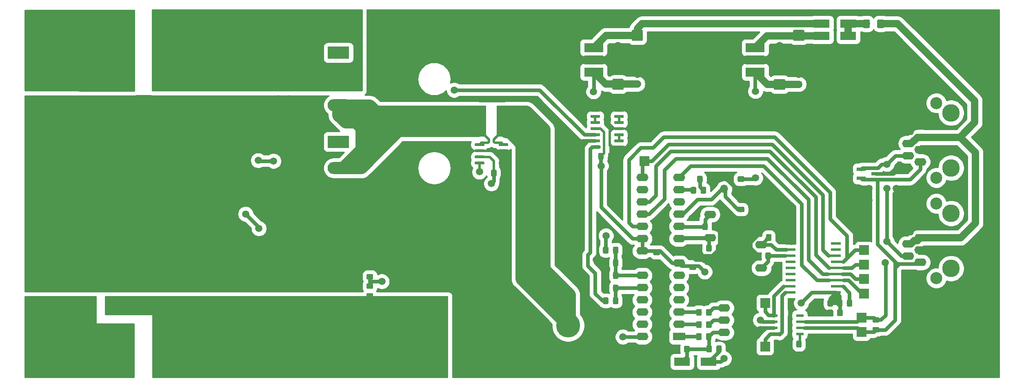
<source format=gbr>
G04 #@! TF.GenerationSoftware,KiCad,Pcbnew,5.1.4*
G04 #@! TF.CreationDate,2019-10-29T22:11:30-03:00*
G04 #@! TF.ProjectId,MCB19,4d434231-392e-46b6-9963-61645f706362,rev?*
G04 #@! TF.SameCoordinates,Original*
G04 #@! TF.FileFunction,Copper,L2,Bot*
G04 #@! TF.FilePolarity,Positive*
%FSLAX46Y46*%
G04 Gerber Fmt 4.6, Leading zero omitted, Abs format (unit mm)*
G04 Created by KiCad (PCBNEW 5.1.4) date 2019-10-29 22:11:30*
%MOMM*%
%LPD*%
G04 APERTURE LIST*
%ADD10R,5.000000X10.000000*%
%ADD11C,0.100000*%
%ADD12C,1.150000*%
%ADD13C,1.425000*%
%ADD14C,0.600000*%
%ADD15R,2.000000X6.400000*%
%ADD16R,2.000000X0.600000*%
%ADD17C,5.000000*%
%ADD18C,2.400000*%
%ADD19R,2.400000X2.400000*%
%ADD20C,0.900000*%
%ADD21C,10.599999*%
%ADD22R,4.500000X2.500000*%
%ADD23O,4.500000X2.500000*%
%ADD24C,10.600000*%
%ADD25C,4.000000*%
%ADD26R,4.000000X4.000000*%
%ADD27C,2.250000*%
%ADD28R,3.300000X1.700000*%
%ADD29R,16.000000X10.000000*%
%ADD30R,4.000000X1.905000*%
%ADD31R,1.700000X1.700000*%
%ADD32O,1.700000X1.700000*%
%ADD33R,2.500000X1.600000*%
%ADD34O,2.500000X1.600000*%
%ADD35R,1.900000X0.800000*%
%ADD36C,3.650000*%
%ADD37C,2.500000*%
%ADD38R,1.550000X0.600000*%
%ADD39R,2.000000X2.000000*%
%ADD40C,1.500000*%
%ADD41C,0.250000*%
%ADD42C,0.508000*%
%ADD43C,0.762000*%
%ADD44C,1.524000*%
%ADD45C,2.540000*%
%ADD46C,0.254000*%
G04 APERTURE END LIST*
D10*
X89410000Y-124000000D03*
X66810000Y-124000000D03*
X66810000Y-58410000D03*
X89410000Y-58410000D03*
D11*
G36*
X135779504Y-110481204D02*
G01*
X135803772Y-110484804D01*
X135827571Y-110490765D01*
X135850670Y-110499030D01*
X135872849Y-110509520D01*
X135893892Y-110522132D01*
X135913598Y-110536747D01*
X135931776Y-110553223D01*
X135948252Y-110571401D01*
X135962867Y-110591107D01*
X135975479Y-110612150D01*
X135985969Y-110634329D01*
X135994234Y-110657428D01*
X136000195Y-110681227D01*
X136003795Y-110705495D01*
X136004999Y-110729999D01*
X136004999Y-111380001D01*
X136003795Y-111404505D01*
X136000195Y-111428773D01*
X135994234Y-111452572D01*
X135985969Y-111475671D01*
X135975479Y-111497850D01*
X135962867Y-111518893D01*
X135948252Y-111538599D01*
X135931776Y-111556777D01*
X135913598Y-111573253D01*
X135893892Y-111587868D01*
X135872849Y-111600480D01*
X135850670Y-111610970D01*
X135827571Y-111619235D01*
X135803772Y-111625196D01*
X135779504Y-111628796D01*
X135755000Y-111630000D01*
X134854998Y-111630000D01*
X134830494Y-111628796D01*
X134806226Y-111625196D01*
X134782427Y-111619235D01*
X134759328Y-111610970D01*
X134737149Y-111600480D01*
X134716106Y-111587868D01*
X134696400Y-111573253D01*
X134678222Y-111556777D01*
X134661746Y-111538599D01*
X134647131Y-111518893D01*
X134634519Y-111497850D01*
X134624029Y-111475671D01*
X134615764Y-111452572D01*
X134609803Y-111428773D01*
X134606203Y-111404505D01*
X134604999Y-111380001D01*
X134604999Y-110729999D01*
X134606203Y-110705495D01*
X134609803Y-110681227D01*
X134615764Y-110657428D01*
X134624029Y-110634329D01*
X134634519Y-110612150D01*
X134647131Y-110591107D01*
X134661746Y-110571401D01*
X134678222Y-110553223D01*
X134696400Y-110536747D01*
X134716106Y-110522132D01*
X134737149Y-110509520D01*
X134759328Y-110499030D01*
X134782427Y-110490765D01*
X134806226Y-110484804D01*
X134830494Y-110481204D01*
X134854998Y-110480000D01*
X135755000Y-110480000D01*
X135779504Y-110481204D01*
X135779504Y-110481204D01*
G37*
D12*
X135304999Y-111055000D03*
D11*
G36*
X135779504Y-112531204D02*
G01*
X135803772Y-112534804D01*
X135827571Y-112540765D01*
X135850670Y-112549030D01*
X135872849Y-112559520D01*
X135893892Y-112572132D01*
X135913598Y-112586747D01*
X135931776Y-112603223D01*
X135948252Y-112621401D01*
X135962867Y-112641107D01*
X135975479Y-112662150D01*
X135985969Y-112684329D01*
X135994234Y-112707428D01*
X136000195Y-112731227D01*
X136003795Y-112755495D01*
X136004999Y-112779999D01*
X136004999Y-113430001D01*
X136003795Y-113454505D01*
X136000195Y-113478773D01*
X135994234Y-113502572D01*
X135985969Y-113525671D01*
X135975479Y-113547850D01*
X135962867Y-113568893D01*
X135948252Y-113588599D01*
X135931776Y-113606777D01*
X135913598Y-113623253D01*
X135893892Y-113637868D01*
X135872849Y-113650480D01*
X135850670Y-113660970D01*
X135827571Y-113669235D01*
X135803772Y-113675196D01*
X135779504Y-113678796D01*
X135755000Y-113680000D01*
X134854998Y-113680000D01*
X134830494Y-113678796D01*
X134806226Y-113675196D01*
X134782427Y-113669235D01*
X134759328Y-113660970D01*
X134737149Y-113650480D01*
X134716106Y-113637868D01*
X134696400Y-113623253D01*
X134678222Y-113606777D01*
X134661746Y-113588599D01*
X134647131Y-113568893D01*
X134634519Y-113547850D01*
X134624029Y-113525671D01*
X134615764Y-113502572D01*
X134609803Y-113478773D01*
X134606203Y-113454505D01*
X134604999Y-113430001D01*
X134604999Y-112779999D01*
X134606203Y-112755495D01*
X134609803Y-112731227D01*
X134615764Y-112707428D01*
X134624029Y-112684329D01*
X134634519Y-112662150D01*
X134647131Y-112641107D01*
X134661746Y-112621401D01*
X134678222Y-112603223D01*
X134696400Y-112586747D01*
X134716106Y-112572132D01*
X134737149Y-112559520D01*
X134759328Y-112549030D01*
X134782427Y-112540765D01*
X134806226Y-112534804D01*
X134830494Y-112531204D01*
X134854998Y-112530000D01*
X135755000Y-112530000D01*
X135779504Y-112531204D01*
X135779504Y-112531204D01*
G37*
D12*
X135304999Y-113105000D03*
D11*
G36*
X138074505Y-110481204D02*
G01*
X138098773Y-110484804D01*
X138122572Y-110490765D01*
X138145671Y-110499030D01*
X138167850Y-110509520D01*
X138188893Y-110522132D01*
X138208599Y-110536747D01*
X138226777Y-110553223D01*
X138243253Y-110571401D01*
X138257868Y-110591107D01*
X138270480Y-110612150D01*
X138280970Y-110634329D01*
X138289235Y-110657428D01*
X138295196Y-110681227D01*
X138298796Y-110705495D01*
X138300000Y-110729999D01*
X138300000Y-111380001D01*
X138298796Y-111404505D01*
X138295196Y-111428773D01*
X138289235Y-111452572D01*
X138280970Y-111475671D01*
X138270480Y-111497850D01*
X138257868Y-111518893D01*
X138243253Y-111538599D01*
X138226777Y-111556777D01*
X138208599Y-111573253D01*
X138188893Y-111587868D01*
X138167850Y-111600480D01*
X138145671Y-111610970D01*
X138122572Y-111619235D01*
X138098773Y-111625196D01*
X138074505Y-111628796D01*
X138050001Y-111630000D01*
X137149999Y-111630000D01*
X137125495Y-111628796D01*
X137101227Y-111625196D01*
X137077428Y-111619235D01*
X137054329Y-111610970D01*
X137032150Y-111600480D01*
X137011107Y-111587868D01*
X136991401Y-111573253D01*
X136973223Y-111556777D01*
X136956747Y-111538599D01*
X136942132Y-111518893D01*
X136929520Y-111497850D01*
X136919030Y-111475671D01*
X136910765Y-111452572D01*
X136904804Y-111428773D01*
X136901204Y-111404505D01*
X136900000Y-111380001D01*
X136900000Y-110729999D01*
X136901204Y-110705495D01*
X136904804Y-110681227D01*
X136910765Y-110657428D01*
X136919030Y-110634329D01*
X136929520Y-110612150D01*
X136942132Y-110591107D01*
X136956747Y-110571401D01*
X136973223Y-110553223D01*
X136991401Y-110536747D01*
X137011107Y-110522132D01*
X137032150Y-110509520D01*
X137054329Y-110499030D01*
X137077428Y-110490765D01*
X137101227Y-110484804D01*
X137125495Y-110481204D01*
X137149999Y-110480000D01*
X138050001Y-110480000D01*
X138074505Y-110481204D01*
X138074505Y-110481204D01*
G37*
D12*
X137600000Y-111055000D03*
D11*
G36*
X138074505Y-112531204D02*
G01*
X138098773Y-112534804D01*
X138122572Y-112540765D01*
X138145671Y-112549030D01*
X138167850Y-112559520D01*
X138188893Y-112572132D01*
X138208599Y-112586747D01*
X138226777Y-112603223D01*
X138243253Y-112621401D01*
X138257868Y-112641107D01*
X138270480Y-112662150D01*
X138280970Y-112684329D01*
X138289235Y-112707428D01*
X138295196Y-112731227D01*
X138298796Y-112755495D01*
X138300000Y-112779999D01*
X138300000Y-113430001D01*
X138298796Y-113454505D01*
X138295196Y-113478773D01*
X138289235Y-113502572D01*
X138280970Y-113525671D01*
X138270480Y-113547850D01*
X138257868Y-113568893D01*
X138243253Y-113588599D01*
X138226777Y-113606777D01*
X138208599Y-113623253D01*
X138188893Y-113637868D01*
X138167850Y-113650480D01*
X138145671Y-113660970D01*
X138122572Y-113669235D01*
X138098773Y-113675196D01*
X138074505Y-113678796D01*
X138050001Y-113680000D01*
X137149999Y-113680000D01*
X137125495Y-113678796D01*
X137101227Y-113675196D01*
X137077428Y-113669235D01*
X137054329Y-113660970D01*
X137032150Y-113650480D01*
X137011107Y-113637868D01*
X136991401Y-113623253D01*
X136973223Y-113606777D01*
X136956747Y-113588599D01*
X136942132Y-113568893D01*
X136929520Y-113547850D01*
X136919030Y-113525671D01*
X136910765Y-113502572D01*
X136904804Y-113478773D01*
X136901204Y-113454505D01*
X136900000Y-113430001D01*
X136900000Y-112779999D01*
X136901204Y-112755495D01*
X136904804Y-112731227D01*
X136910765Y-112707428D01*
X136919030Y-112684329D01*
X136929520Y-112662150D01*
X136942132Y-112641107D01*
X136956747Y-112621401D01*
X136973223Y-112603223D01*
X136991401Y-112586747D01*
X137011107Y-112572132D01*
X137032150Y-112559520D01*
X137054329Y-112549030D01*
X137077428Y-112540765D01*
X137101227Y-112534804D01*
X137125495Y-112531204D01*
X137149999Y-112530000D01*
X138050001Y-112530000D01*
X138074505Y-112531204D01*
X138074505Y-112531204D01*
G37*
D12*
X137600000Y-113105000D03*
D11*
G36*
X130449504Y-109851204D02*
G01*
X130473773Y-109854804D01*
X130497571Y-109860765D01*
X130520671Y-109869030D01*
X130542849Y-109879520D01*
X130563893Y-109892133D01*
X130583598Y-109906747D01*
X130601777Y-109923223D01*
X130618253Y-109941402D01*
X130632867Y-109961107D01*
X130645480Y-109982151D01*
X130655970Y-110004329D01*
X130664235Y-110027429D01*
X130670196Y-110051227D01*
X130673796Y-110075496D01*
X130675000Y-110100000D01*
X130675000Y-111025000D01*
X130673796Y-111049504D01*
X130670196Y-111073773D01*
X130664235Y-111097571D01*
X130655970Y-111120671D01*
X130645480Y-111142849D01*
X130632867Y-111163893D01*
X130618253Y-111183598D01*
X130601777Y-111201777D01*
X130583598Y-111218253D01*
X130563893Y-111232867D01*
X130542849Y-111245480D01*
X130520671Y-111255970D01*
X130497571Y-111264235D01*
X130473773Y-111270196D01*
X130449504Y-111273796D01*
X130425000Y-111275000D01*
X129175000Y-111275000D01*
X129150496Y-111273796D01*
X129126227Y-111270196D01*
X129102429Y-111264235D01*
X129079329Y-111255970D01*
X129057151Y-111245480D01*
X129036107Y-111232867D01*
X129016402Y-111218253D01*
X128998223Y-111201777D01*
X128981747Y-111183598D01*
X128967133Y-111163893D01*
X128954520Y-111142849D01*
X128944030Y-111120671D01*
X128935765Y-111097571D01*
X128929804Y-111073773D01*
X128926204Y-111049504D01*
X128925000Y-111025000D01*
X128925000Y-110100000D01*
X128926204Y-110075496D01*
X128929804Y-110051227D01*
X128935765Y-110027429D01*
X128944030Y-110004329D01*
X128954520Y-109982151D01*
X128967133Y-109961107D01*
X128981747Y-109941402D01*
X128998223Y-109923223D01*
X129016402Y-109906747D01*
X129036107Y-109892133D01*
X129057151Y-109879520D01*
X129079329Y-109869030D01*
X129102429Y-109860765D01*
X129126227Y-109854804D01*
X129150496Y-109851204D01*
X129175000Y-109850000D01*
X130425000Y-109850000D01*
X130449504Y-109851204D01*
X130449504Y-109851204D01*
G37*
D13*
X129800000Y-110562500D03*
D11*
G36*
X130449504Y-112826204D02*
G01*
X130473773Y-112829804D01*
X130497571Y-112835765D01*
X130520671Y-112844030D01*
X130542849Y-112854520D01*
X130563893Y-112867133D01*
X130583598Y-112881747D01*
X130601777Y-112898223D01*
X130618253Y-112916402D01*
X130632867Y-112936107D01*
X130645480Y-112957151D01*
X130655970Y-112979329D01*
X130664235Y-113002429D01*
X130670196Y-113026227D01*
X130673796Y-113050496D01*
X130675000Y-113075000D01*
X130675000Y-114000000D01*
X130673796Y-114024504D01*
X130670196Y-114048773D01*
X130664235Y-114072571D01*
X130655970Y-114095671D01*
X130645480Y-114117849D01*
X130632867Y-114138893D01*
X130618253Y-114158598D01*
X130601777Y-114176777D01*
X130583598Y-114193253D01*
X130563893Y-114207867D01*
X130542849Y-114220480D01*
X130520671Y-114230970D01*
X130497571Y-114239235D01*
X130473773Y-114245196D01*
X130449504Y-114248796D01*
X130425000Y-114250000D01*
X129175000Y-114250000D01*
X129150496Y-114248796D01*
X129126227Y-114245196D01*
X129102429Y-114239235D01*
X129079329Y-114230970D01*
X129057151Y-114220480D01*
X129036107Y-114207867D01*
X129016402Y-114193253D01*
X128998223Y-114176777D01*
X128981747Y-114158598D01*
X128967133Y-114138893D01*
X128954520Y-114117849D01*
X128944030Y-114095671D01*
X128935765Y-114072571D01*
X128929804Y-114048773D01*
X128926204Y-114024504D01*
X128925000Y-114000000D01*
X128925000Y-113075000D01*
X128926204Y-113050496D01*
X128929804Y-113026227D01*
X128935765Y-113002429D01*
X128944030Y-112979329D01*
X128954520Y-112957151D01*
X128967133Y-112936107D01*
X128981747Y-112916402D01*
X128998223Y-112898223D01*
X129016402Y-112881747D01*
X129036107Y-112867133D01*
X129057151Y-112854520D01*
X129079329Y-112844030D01*
X129102429Y-112835765D01*
X129126227Y-112829804D01*
X129150496Y-112826204D01*
X129175000Y-112825000D01*
X130425000Y-112825000D01*
X130449504Y-112826204D01*
X130449504Y-112826204D01*
G37*
D13*
X129800000Y-113537500D03*
D11*
G36*
X133319504Y-109851204D02*
G01*
X133343773Y-109854804D01*
X133367571Y-109860765D01*
X133390671Y-109869030D01*
X133412849Y-109879520D01*
X133433893Y-109892133D01*
X133453598Y-109906747D01*
X133471777Y-109923223D01*
X133488253Y-109941402D01*
X133502867Y-109961107D01*
X133515480Y-109982151D01*
X133525970Y-110004329D01*
X133534235Y-110027429D01*
X133540196Y-110051227D01*
X133543796Y-110075496D01*
X133545000Y-110100000D01*
X133545000Y-111025000D01*
X133543796Y-111049504D01*
X133540196Y-111073773D01*
X133534235Y-111097571D01*
X133525970Y-111120671D01*
X133515480Y-111142849D01*
X133502867Y-111163893D01*
X133488253Y-111183598D01*
X133471777Y-111201777D01*
X133453598Y-111218253D01*
X133433893Y-111232867D01*
X133412849Y-111245480D01*
X133390671Y-111255970D01*
X133367571Y-111264235D01*
X133343773Y-111270196D01*
X133319504Y-111273796D01*
X133295000Y-111275000D01*
X132045000Y-111275000D01*
X132020496Y-111273796D01*
X131996227Y-111270196D01*
X131972429Y-111264235D01*
X131949329Y-111255970D01*
X131927151Y-111245480D01*
X131906107Y-111232867D01*
X131886402Y-111218253D01*
X131868223Y-111201777D01*
X131851747Y-111183598D01*
X131837133Y-111163893D01*
X131824520Y-111142849D01*
X131814030Y-111120671D01*
X131805765Y-111097571D01*
X131799804Y-111073773D01*
X131796204Y-111049504D01*
X131795000Y-111025000D01*
X131795000Y-110100000D01*
X131796204Y-110075496D01*
X131799804Y-110051227D01*
X131805765Y-110027429D01*
X131814030Y-110004329D01*
X131824520Y-109982151D01*
X131837133Y-109961107D01*
X131851747Y-109941402D01*
X131868223Y-109923223D01*
X131886402Y-109906747D01*
X131906107Y-109892133D01*
X131927151Y-109879520D01*
X131949329Y-109869030D01*
X131972429Y-109860765D01*
X131996227Y-109854804D01*
X132020496Y-109851204D01*
X132045000Y-109850000D01*
X133295000Y-109850000D01*
X133319504Y-109851204D01*
X133319504Y-109851204D01*
G37*
D13*
X132670000Y-110562500D03*
D11*
G36*
X133319504Y-112826204D02*
G01*
X133343773Y-112829804D01*
X133367571Y-112835765D01*
X133390671Y-112844030D01*
X133412849Y-112854520D01*
X133433893Y-112867133D01*
X133453598Y-112881747D01*
X133471777Y-112898223D01*
X133488253Y-112916402D01*
X133502867Y-112936107D01*
X133515480Y-112957151D01*
X133525970Y-112979329D01*
X133534235Y-113002429D01*
X133540196Y-113026227D01*
X133543796Y-113050496D01*
X133545000Y-113075000D01*
X133545000Y-114000000D01*
X133543796Y-114024504D01*
X133540196Y-114048773D01*
X133534235Y-114072571D01*
X133525970Y-114095671D01*
X133515480Y-114117849D01*
X133502867Y-114138893D01*
X133488253Y-114158598D01*
X133471777Y-114176777D01*
X133453598Y-114193253D01*
X133433893Y-114207867D01*
X133412849Y-114220480D01*
X133390671Y-114230970D01*
X133367571Y-114239235D01*
X133343773Y-114245196D01*
X133319504Y-114248796D01*
X133295000Y-114250000D01*
X132045000Y-114250000D01*
X132020496Y-114248796D01*
X131996227Y-114245196D01*
X131972429Y-114239235D01*
X131949329Y-114230970D01*
X131927151Y-114220480D01*
X131906107Y-114207867D01*
X131886402Y-114193253D01*
X131868223Y-114176777D01*
X131851747Y-114158598D01*
X131837133Y-114138893D01*
X131824520Y-114117849D01*
X131814030Y-114095671D01*
X131805765Y-114072571D01*
X131799804Y-114048773D01*
X131796204Y-114024504D01*
X131795000Y-114000000D01*
X131795000Y-113075000D01*
X131796204Y-113050496D01*
X131799804Y-113026227D01*
X131805765Y-113002429D01*
X131814030Y-112979329D01*
X131824520Y-112957151D01*
X131837133Y-112936107D01*
X131851747Y-112916402D01*
X131868223Y-112898223D01*
X131886402Y-112881747D01*
X131906107Y-112867133D01*
X131927151Y-112854520D01*
X131949329Y-112844030D01*
X131972429Y-112835765D01*
X131996227Y-112829804D01*
X132020496Y-112826204D01*
X132045000Y-112825000D01*
X133295000Y-112825000D01*
X133319504Y-112826204D01*
X133319504Y-112826204D01*
G37*
D13*
X132670000Y-113537500D03*
D11*
G36*
X106279506Y-70841204D02*
G01*
X106303774Y-70844804D01*
X106327573Y-70850765D01*
X106350672Y-70859030D01*
X106372851Y-70869520D01*
X106393894Y-70882132D01*
X106413600Y-70896747D01*
X106431778Y-70913223D01*
X106448254Y-70931401D01*
X106462869Y-70951107D01*
X106475481Y-70972150D01*
X106485971Y-70994329D01*
X106494236Y-71017428D01*
X106500197Y-71041227D01*
X106503797Y-71065495D01*
X106505001Y-71089999D01*
X106505001Y-71740001D01*
X106503797Y-71764505D01*
X106500197Y-71788773D01*
X106494236Y-71812572D01*
X106485971Y-71835671D01*
X106475481Y-71857850D01*
X106462869Y-71878893D01*
X106448254Y-71898599D01*
X106431778Y-71916777D01*
X106413600Y-71933253D01*
X106393894Y-71947868D01*
X106372851Y-71960480D01*
X106350672Y-71970970D01*
X106327573Y-71979235D01*
X106303774Y-71985196D01*
X106279506Y-71988796D01*
X106255002Y-71990000D01*
X105355000Y-71990000D01*
X105330496Y-71988796D01*
X105306228Y-71985196D01*
X105282429Y-71979235D01*
X105259330Y-71970970D01*
X105237151Y-71960480D01*
X105216108Y-71947868D01*
X105196402Y-71933253D01*
X105178224Y-71916777D01*
X105161748Y-71898599D01*
X105147133Y-71878893D01*
X105134521Y-71857850D01*
X105124031Y-71835671D01*
X105115766Y-71812572D01*
X105109805Y-71788773D01*
X105106205Y-71764505D01*
X105105001Y-71740001D01*
X105105001Y-71089999D01*
X105106205Y-71065495D01*
X105109805Y-71041227D01*
X105115766Y-71017428D01*
X105124031Y-70994329D01*
X105134521Y-70972150D01*
X105147133Y-70951107D01*
X105161748Y-70931401D01*
X105178224Y-70913223D01*
X105196402Y-70896747D01*
X105216108Y-70882132D01*
X105237151Y-70869520D01*
X105259330Y-70859030D01*
X105282429Y-70850765D01*
X105306228Y-70844804D01*
X105330496Y-70841204D01*
X105355000Y-70840000D01*
X106255002Y-70840000D01*
X106279506Y-70841204D01*
X106279506Y-70841204D01*
G37*
D12*
X105805001Y-71415000D03*
D11*
G36*
X106279506Y-68791204D02*
G01*
X106303774Y-68794804D01*
X106327573Y-68800765D01*
X106350672Y-68809030D01*
X106372851Y-68819520D01*
X106393894Y-68832132D01*
X106413600Y-68846747D01*
X106431778Y-68863223D01*
X106448254Y-68881401D01*
X106462869Y-68901107D01*
X106475481Y-68922150D01*
X106485971Y-68944329D01*
X106494236Y-68967428D01*
X106500197Y-68991227D01*
X106503797Y-69015495D01*
X106505001Y-69039999D01*
X106505001Y-69690001D01*
X106503797Y-69714505D01*
X106500197Y-69738773D01*
X106494236Y-69762572D01*
X106485971Y-69785671D01*
X106475481Y-69807850D01*
X106462869Y-69828893D01*
X106448254Y-69848599D01*
X106431778Y-69866777D01*
X106413600Y-69883253D01*
X106393894Y-69897868D01*
X106372851Y-69910480D01*
X106350672Y-69920970D01*
X106327573Y-69929235D01*
X106303774Y-69935196D01*
X106279506Y-69938796D01*
X106255002Y-69940000D01*
X105355000Y-69940000D01*
X105330496Y-69938796D01*
X105306228Y-69935196D01*
X105282429Y-69929235D01*
X105259330Y-69920970D01*
X105237151Y-69910480D01*
X105216108Y-69897868D01*
X105196402Y-69883253D01*
X105178224Y-69866777D01*
X105161748Y-69848599D01*
X105147133Y-69828893D01*
X105134521Y-69807850D01*
X105124031Y-69785671D01*
X105115766Y-69762572D01*
X105109805Y-69738773D01*
X105106205Y-69714505D01*
X105105001Y-69690001D01*
X105105001Y-69039999D01*
X105106205Y-69015495D01*
X105109805Y-68991227D01*
X105115766Y-68967428D01*
X105124031Y-68944329D01*
X105134521Y-68922150D01*
X105147133Y-68901107D01*
X105161748Y-68881401D01*
X105178224Y-68863223D01*
X105196402Y-68846747D01*
X105216108Y-68832132D01*
X105237151Y-68819520D01*
X105259330Y-68809030D01*
X105282429Y-68800765D01*
X105306228Y-68794804D01*
X105330496Y-68791204D01*
X105355000Y-68790000D01*
X106255002Y-68790000D01*
X106279506Y-68791204D01*
X106279506Y-68791204D01*
G37*
D12*
X105805001Y-69365000D03*
D11*
G36*
X103984505Y-70841204D02*
G01*
X104008773Y-70844804D01*
X104032572Y-70850765D01*
X104055671Y-70859030D01*
X104077850Y-70869520D01*
X104098893Y-70882132D01*
X104118599Y-70896747D01*
X104136777Y-70913223D01*
X104153253Y-70931401D01*
X104167868Y-70951107D01*
X104180480Y-70972150D01*
X104190970Y-70994329D01*
X104199235Y-71017428D01*
X104205196Y-71041227D01*
X104208796Y-71065495D01*
X104210000Y-71089999D01*
X104210000Y-71740001D01*
X104208796Y-71764505D01*
X104205196Y-71788773D01*
X104199235Y-71812572D01*
X104190970Y-71835671D01*
X104180480Y-71857850D01*
X104167868Y-71878893D01*
X104153253Y-71898599D01*
X104136777Y-71916777D01*
X104118599Y-71933253D01*
X104098893Y-71947868D01*
X104077850Y-71960480D01*
X104055671Y-71970970D01*
X104032572Y-71979235D01*
X104008773Y-71985196D01*
X103984505Y-71988796D01*
X103960001Y-71990000D01*
X103059999Y-71990000D01*
X103035495Y-71988796D01*
X103011227Y-71985196D01*
X102987428Y-71979235D01*
X102964329Y-71970970D01*
X102942150Y-71960480D01*
X102921107Y-71947868D01*
X102901401Y-71933253D01*
X102883223Y-71916777D01*
X102866747Y-71898599D01*
X102852132Y-71878893D01*
X102839520Y-71857850D01*
X102829030Y-71835671D01*
X102820765Y-71812572D01*
X102814804Y-71788773D01*
X102811204Y-71764505D01*
X102810000Y-71740001D01*
X102810000Y-71089999D01*
X102811204Y-71065495D01*
X102814804Y-71041227D01*
X102820765Y-71017428D01*
X102829030Y-70994329D01*
X102839520Y-70972150D01*
X102852132Y-70951107D01*
X102866747Y-70931401D01*
X102883223Y-70913223D01*
X102901401Y-70896747D01*
X102921107Y-70882132D01*
X102942150Y-70869520D01*
X102964329Y-70859030D01*
X102987428Y-70850765D01*
X103011227Y-70844804D01*
X103035495Y-70841204D01*
X103059999Y-70840000D01*
X103960001Y-70840000D01*
X103984505Y-70841204D01*
X103984505Y-70841204D01*
G37*
D12*
X103510000Y-71415000D03*
D11*
G36*
X103984505Y-68791204D02*
G01*
X104008773Y-68794804D01*
X104032572Y-68800765D01*
X104055671Y-68809030D01*
X104077850Y-68819520D01*
X104098893Y-68832132D01*
X104118599Y-68846747D01*
X104136777Y-68863223D01*
X104153253Y-68881401D01*
X104167868Y-68901107D01*
X104180480Y-68922150D01*
X104190970Y-68944329D01*
X104199235Y-68967428D01*
X104205196Y-68991227D01*
X104208796Y-69015495D01*
X104210000Y-69039999D01*
X104210000Y-69690001D01*
X104208796Y-69714505D01*
X104205196Y-69738773D01*
X104199235Y-69762572D01*
X104190970Y-69785671D01*
X104180480Y-69807850D01*
X104167868Y-69828893D01*
X104153253Y-69848599D01*
X104136777Y-69866777D01*
X104118599Y-69883253D01*
X104098893Y-69897868D01*
X104077850Y-69910480D01*
X104055671Y-69920970D01*
X104032572Y-69929235D01*
X104008773Y-69935196D01*
X103984505Y-69938796D01*
X103960001Y-69940000D01*
X103059999Y-69940000D01*
X103035495Y-69938796D01*
X103011227Y-69935196D01*
X102987428Y-69929235D01*
X102964329Y-69920970D01*
X102942150Y-69910480D01*
X102921107Y-69897868D01*
X102901401Y-69883253D01*
X102883223Y-69866777D01*
X102866747Y-69848599D01*
X102852132Y-69828893D01*
X102839520Y-69807850D01*
X102829030Y-69785671D01*
X102820765Y-69762572D01*
X102814804Y-69738773D01*
X102811204Y-69714505D01*
X102810000Y-69690001D01*
X102810000Y-69039999D01*
X102811204Y-69015495D01*
X102814804Y-68991227D01*
X102820765Y-68967428D01*
X102829030Y-68944329D01*
X102839520Y-68922150D01*
X102852132Y-68901107D01*
X102866747Y-68881401D01*
X102883223Y-68863223D01*
X102901401Y-68846747D01*
X102921107Y-68832132D01*
X102942150Y-68819520D01*
X102964329Y-68809030D01*
X102987428Y-68800765D01*
X103011227Y-68794804D01*
X103035495Y-68791204D01*
X103059999Y-68790000D01*
X103960001Y-68790000D01*
X103984505Y-68791204D01*
X103984505Y-68791204D01*
G37*
D12*
X103510000Y-69365000D03*
D11*
G36*
X109089504Y-71116204D02*
G01*
X109113773Y-71119804D01*
X109137571Y-71125765D01*
X109160671Y-71134030D01*
X109182849Y-71144520D01*
X109203893Y-71157133D01*
X109223598Y-71171747D01*
X109241777Y-71188223D01*
X109258253Y-71206402D01*
X109272867Y-71226107D01*
X109285480Y-71247151D01*
X109295970Y-71269329D01*
X109304235Y-71292429D01*
X109310196Y-71316227D01*
X109313796Y-71340496D01*
X109315000Y-71365000D01*
X109315000Y-72290000D01*
X109313796Y-72314504D01*
X109310196Y-72338773D01*
X109304235Y-72362571D01*
X109295970Y-72385671D01*
X109285480Y-72407849D01*
X109272867Y-72428893D01*
X109258253Y-72448598D01*
X109241777Y-72466777D01*
X109223598Y-72483253D01*
X109203893Y-72497867D01*
X109182849Y-72510480D01*
X109160671Y-72520970D01*
X109137571Y-72529235D01*
X109113773Y-72535196D01*
X109089504Y-72538796D01*
X109065000Y-72540000D01*
X107815000Y-72540000D01*
X107790496Y-72538796D01*
X107766227Y-72535196D01*
X107742429Y-72529235D01*
X107719329Y-72520970D01*
X107697151Y-72510480D01*
X107676107Y-72497867D01*
X107656402Y-72483253D01*
X107638223Y-72466777D01*
X107621747Y-72448598D01*
X107607133Y-72428893D01*
X107594520Y-72407849D01*
X107584030Y-72385671D01*
X107575765Y-72362571D01*
X107569804Y-72338773D01*
X107566204Y-72314504D01*
X107565000Y-72290000D01*
X107565000Y-71365000D01*
X107566204Y-71340496D01*
X107569804Y-71316227D01*
X107575765Y-71292429D01*
X107584030Y-71269329D01*
X107594520Y-71247151D01*
X107607133Y-71226107D01*
X107621747Y-71206402D01*
X107638223Y-71188223D01*
X107656402Y-71171747D01*
X107676107Y-71157133D01*
X107697151Y-71144520D01*
X107719329Y-71134030D01*
X107742429Y-71125765D01*
X107766227Y-71119804D01*
X107790496Y-71116204D01*
X107815000Y-71115000D01*
X109065000Y-71115000D01*
X109089504Y-71116204D01*
X109089504Y-71116204D01*
G37*
D13*
X108440000Y-71827500D03*
D11*
G36*
X109089504Y-68141204D02*
G01*
X109113773Y-68144804D01*
X109137571Y-68150765D01*
X109160671Y-68159030D01*
X109182849Y-68169520D01*
X109203893Y-68182133D01*
X109223598Y-68196747D01*
X109241777Y-68213223D01*
X109258253Y-68231402D01*
X109272867Y-68251107D01*
X109285480Y-68272151D01*
X109295970Y-68294329D01*
X109304235Y-68317429D01*
X109310196Y-68341227D01*
X109313796Y-68365496D01*
X109315000Y-68390000D01*
X109315000Y-69315000D01*
X109313796Y-69339504D01*
X109310196Y-69363773D01*
X109304235Y-69387571D01*
X109295970Y-69410671D01*
X109285480Y-69432849D01*
X109272867Y-69453893D01*
X109258253Y-69473598D01*
X109241777Y-69491777D01*
X109223598Y-69508253D01*
X109203893Y-69522867D01*
X109182849Y-69535480D01*
X109160671Y-69545970D01*
X109137571Y-69554235D01*
X109113773Y-69560196D01*
X109089504Y-69563796D01*
X109065000Y-69565000D01*
X107815000Y-69565000D01*
X107790496Y-69563796D01*
X107766227Y-69560196D01*
X107742429Y-69554235D01*
X107719329Y-69545970D01*
X107697151Y-69535480D01*
X107676107Y-69522867D01*
X107656402Y-69508253D01*
X107638223Y-69491777D01*
X107621747Y-69473598D01*
X107607133Y-69453893D01*
X107594520Y-69432849D01*
X107584030Y-69410671D01*
X107575765Y-69387571D01*
X107569804Y-69363773D01*
X107566204Y-69339504D01*
X107565000Y-69315000D01*
X107565000Y-68390000D01*
X107566204Y-68365496D01*
X107569804Y-68341227D01*
X107575765Y-68317429D01*
X107584030Y-68294329D01*
X107594520Y-68272151D01*
X107607133Y-68251107D01*
X107621747Y-68231402D01*
X107638223Y-68213223D01*
X107656402Y-68196747D01*
X107676107Y-68182133D01*
X107697151Y-68169520D01*
X107719329Y-68159030D01*
X107742429Y-68150765D01*
X107766227Y-68144804D01*
X107790496Y-68141204D01*
X107815000Y-68140000D01*
X109065000Y-68140000D01*
X109089504Y-68141204D01*
X109089504Y-68141204D01*
G37*
D13*
X108440000Y-68852500D03*
D11*
G36*
X111959504Y-71116204D02*
G01*
X111983773Y-71119804D01*
X112007571Y-71125765D01*
X112030671Y-71134030D01*
X112052849Y-71144520D01*
X112073893Y-71157133D01*
X112093598Y-71171747D01*
X112111777Y-71188223D01*
X112128253Y-71206402D01*
X112142867Y-71226107D01*
X112155480Y-71247151D01*
X112165970Y-71269329D01*
X112174235Y-71292429D01*
X112180196Y-71316227D01*
X112183796Y-71340496D01*
X112185000Y-71365000D01*
X112185000Y-72290000D01*
X112183796Y-72314504D01*
X112180196Y-72338773D01*
X112174235Y-72362571D01*
X112165970Y-72385671D01*
X112155480Y-72407849D01*
X112142867Y-72428893D01*
X112128253Y-72448598D01*
X112111777Y-72466777D01*
X112093598Y-72483253D01*
X112073893Y-72497867D01*
X112052849Y-72510480D01*
X112030671Y-72520970D01*
X112007571Y-72529235D01*
X111983773Y-72535196D01*
X111959504Y-72538796D01*
X111935000Y-72540000D01*
X110685000Y-72540000D01*
X110660496Y-72538796D01*
X110636227Y-72535196D01*
X110612429Y-72529235D01*
X110589329Y-72520970D01*
X110567151Y-72510480D01*
X110546107Y-72497867D01*
X110526402Y-72483253D01*
X110508223Y-72466777D01*
X110491747Y-72448598D01*
X110477133Y-72428893D01*
X110464520Y-72407849D01*
X110454030Y-72385671D01*
X110445765Y-72362571D01*
X110439804Y-72338773D01*
X110436204Y-72314504D01*
X110435000Y-72290000D01*
X110435000Y-71365000D01*
X110436204Y-71340496D01*
X110439804Y-71316227D01*
X110445765Y-71292429D01*
X110454030Y-71269329D01*
X110464520Y-71247151D01*
X110477133Y-71226107D01*
X110491747Y-71206402D01*
X110508223Y-71188223D01*
X110526402Y-71171747D01*
X110546107Y-71157133D01*
X110567151Y-71144520D01*
X110589329Y-71134030D01*
X110612429Y-71125765D01*
X110636227Y-71119804D01*
X110660496Y-71116204D01*
X110685000Y-71115000D01*
X111935000Y-71115000D01*
X111959504Y-71116204D01*
X111959504Y-71116204D01*
G37*
D13*
X111310000Y-71827500D03*
D11*
G36*
X111959504Y-68141204D02*
G01*
X111983773Y-68144804D01*
X112007571Y-68150765D01*
X112030671Y-68159030D01*
X112052849Y-68169520D01*
X112073893Y-68182133D01*
X112093598Y-68196747D01*
X112111777Y-68213223D01*
X112128253Y-68231402D01*
X112142867Y-68251107D01*
X112155480Y-68272151D01*
X112165970Y-68294329D01*
X112174235Y-68317429D01*
X112180196Y-68341227D01*
X112183796Y-68365496D01*
X112185000Y-68390000D01*
X112185000Y-69315000D01*
X112183796Y-69339504D01*
X112180196Y-69363773D01*
X112174235Y-69387571D01*
X112165970Y-69410671D01*
X112155480Y-69432849D01*
X112142867Y-69453893D01*
X112128253Y-69473598D01*
X112111777Y-69491777D01*
X112093598Y-69508253D01*
X112073893Y-69522867D01*
X112052849Y-69535480D01*
X112030671Y-69545970D01*
X112007571Y-69554235D01*
X111983773Y-69560196D01*
X111959504Y-69563796D01*
X111935000Y-69565000D01*
X110685000Y-69565000D01*
X110660496Y-69563796D01*
X110636227Y-69560196D01*
X110612429Y-69554235D01*
X110589329Y-69545970D01*
X110567151Y-69535480D01*
X110546107Y-69522867D01*
X110526402Y-69508253D01*
X110508223Y-69491777D01*
X110491747Y-69473598D01*
X110477133Y-69453893D01*
X110464520Y-69432849D01*
X110454030Y-69410671D01*
X110445765Y-69387571D01*
X110439804Y-69363773D01*
X110436204Y-69339504D01*
X110435000Y-69315000D01*
X110435000Y-68390000D01*
X110436204Y-68365496D01*
X110439804Y-68341227D01*
X110445765Y-68317429D01*
X110454030Y-68294329D01*
X110464520Y-68272151D01*
X110477133Y-68251107D01*
X110491747Y-68231402D01*
X110508223Y-68213223D01*
X110526402Y-68196747D01*
X110546107Y-68182133D01*
X110567151Y-68169520D01*
X110589329Y-68159030D01*
X110612429Y-68150765D01*
X110636227Y-68144804D01*
X110660496Y-68141204D01*
X110685000Y-68140000D01*
X111935000Y-68140000D01*
X111959504Y-68141204D01*
X111959504Y-68141204D01*
G37*
D13*
X111310000Y-68852500D03*
D11*
G36*
X146114703Y-80795722D02*
G01*
X146129264Y-80797882D01*
X146143543Y-80801459D01*
X146157403Y-80806418D01*
X146170710Y-80812712D01*
X146183336Y-80820280D01*
X146195159Y-80829048D01*
X146206066Y-80838934D01*
X146215952Y-80849841D01*
X146224720Y-80861664D01*
X146232288Y-80874290D01*
X146238582Y-80887597D01*
X146243541Y-80901457D01*
X146247118Y-80915736D01*
X146249278Y-80930297D01*
X146250000Y-80945000D01*
X146250000Y-81245000D01*
X146249278Y-81259703D01*
X146247118Y-81274264D01*
X146243541Y-81288543D01*
X146238582Y-81302403D01*
X146232288Y-81315710D01*
X146224720Y-81328336D01*
X146215952Y-81340159D01*
X146206066Y-81351066D01*
X146195159Y-81360952D01*
X146183336Y-81369720D01*
X146170710Y-81377288D01*
X146157403Y-81383582D01*
X146143543Y-81388541D01*
X146129264Y-81392118D01*
X146114703Y-81394278D01*
X146100000Y-81395000D01*
X144450000Y-81395000D01*
X144435297Y-81394278D01*
X144420736Y-81392118D01*
X144406457Y-81388541D01*
X144392597Y-81383582D01*
X144379290Y-81377288D01*
X144366664Y-81369720D01*
X144354841Y-81360952D01*
X144343934Y-81351066D01*
X144334048Y-81340159D01*
X144325280Y-81328336D01*
X144317712Y-81315710D01*
X144311418Y-81302403D01*
X144306459Y-81288543D01*
X144302882Y-81274264D01*
X144300722Y-81259703D01*
X144300000Y-81245000D01*
X144300000Y-80945000D01*
X144300722Y-80930297D01*
X144302882Y-80915736D01*
X144306459Y-80901457D01*
X144311418Y-80887597D01*
X144317712Y-80874290D01*
X144325280Y-80861664D01*
X144334048Y-80849841D01*
X144343934Y-80838934D01*
X144354841Y-80829048D01*
X144366664Y-80820280D01*
X144379290Y-80812712D01*
X144392597Y-80806418D01*
X144406457Y-80801459D01*
X144420736Y-80797882D01*
X144435297Y-80795722D01*
X144450000Y-80795000D01*
X146100000Y-80795000D01*
X146114703Y-80795722D01*
X146114703Y-80795722D01*
G37*
D14*
X145275000Y-81095000D03*
D11*
G36*
X146114703Y-82065722D02*
G01*
X146129264Y-82067882D01*
X146143543Y-82071459D01*
X146157403Y-82076418D01*
X146170710Y-82082712D01*
X146183336Y-82090280D01*
X146195159Y-82099048D01*
X146206066Y-82108934D01*
X146215952Y-82119841D01*
X146224720Y-82131664D01*
X146232288Y-82144290D01*
X146238582Y-82157597D01*
X146243541Y-82171457D01*
X146247118Y-82185736D01*
X146249278Y-82200297D01*
X146250000Y-82215000D01*
X146250000Y-82515000D01*
X146249278Y-82529703D01*
X146247118Y-82544264D01*
X146243541Y-82558543D01*
X146238582Y-82572403D01*
X146232288Y-82585710D01*
X146224720Y-82598336D01*
X146215952Y-82610159D01*
X146206066Y-82621066D01*
X146195159Y-82630952D01*
X146183336Y-82639720D01*
X146170710Y-82647288D01*
X146157403Y-82653582D01*
X146143543Y-82658541D01*
X146129264Y-82662118D01*
X146114703Y-82664278D01*
X146100000Y-82665000D01*
X144450000Y-82665000D01*
X144435297Y-82664278D01*
X144420736Y-82662118D01*
X144406457Y-82658541D01*
X144392597Y-82653582D01*
X144379290Y-82647288D01*
X144366664Y-82639720D01*
X144354841Y-82630952D01*
X144343934Y-82621066D01*
X144334048Y-82610159D01*
X144325280Y-82598336D01*
X144317712Y-82585710D01*
X144311418Y-82572403D01*
X144306459Y-82558543D01*
X144302882Y-82544264D01*
X144300722Y-82529703D01*
X144300000Y-82515000D01*
X144300000Y-82215000D01*
X144300722Y-82200297D01*
X144302882Y-82185736D01*
X144306459Y-82171457D01*
X144311418Y-82157597D01*
X144317712Y-82144290D01*
X144325280Y-82131664D01*
X144334048Y-82119841D01*
X144343934Y-82108934D01*
X144354841Y-82099048D01*
X144366664Y-82090280D01*
X144379290Y-82082712D01*
X144392597Y-82076418D01*
X144406457Y-82071459D01*
X144420736Y-82067882D01*
X144435297Y-82065722D01*
X144450000Y-82065000D01*
X146100000Y-82065000D01*
X146114703Y-82065722D01*
X146114703Y-82065722D01*
G37*
D14*
X145275000Y-82365000D03*
D11*
G36*
X146114703Y-83335722D02*
G01*
X146129264Y-83337882D01*
X146143543Y-83341459D01*
X146157403Y-83346418D01*
X146170710Y-83352712D01*
X146183336Y-83360280D01*
X146195159Y-83369048D01*
X146206066Y-83378934D01*
X146215952Y-83389841D01*
X146224720Y-83401664D01*
X146232288Y-83414290D01*
X146238582Y-83427597D01*
X146243541Y-83441457D01*
X146247118Y-83455736D01*
X146249278Y-83470297D01*
X146250000Y-83485000D01*
X146250000Y-83785000D01*
X146249278Y-83799703D01*
X146247118Y-83814264D01*
X146243541Y-83828543D01*
X146238582Y-83842403D01*
X146232288Y-83855710D01*
X146224720Y-83868336D01*
X146215952Y-83880159D01*
X146206066Y-83891066D01*
X146195159Y-83900952D01*
X146183336Y-83909720D01*
X146170710Y-83917288D01*
X146157403Y-83923582D01*
X146143543Y-83928541D01*
X146129264Y-83932118D01*
X146114703Y-83934278D01*
X146100000Y-83935000D01*
X144450000Y-83935000D01*
X144435297Y-83934278D01*
X144420736Y-83932118D01*
X144406457Y-83928541D01*
X144392597Y-83923582D01*
X144379290Y-83917288D01*
X144366664Y-83909720D01*
X144354841Y-83900952D01*
X144343934Y-83891066D01*
X144334048Y-83880159D01*
X144325280Y-83868336D01*
X144317712Y-83855710D01*
X144311418Y-83842403D01*
X144306459Y-83828543D01*
X144302882Y-83814264D01*
X144300722Y-83799703D01*
X144300000Y-83785000D01*
X144300000Y-83485000D01*
X144300722Y-83470297D01*
X144302882Y-83455736D01*
X144306459Y-83441457D01*
X144311418Y-83427597D01*
X144317712Y-83414290D01*
X144325280Y-83401664D01*
X144334048Y-83389841D01*
X144343934Y-83378934D01*
X144354841Y-83369048D01*
X144366664Y-83360280D01*
X144379290Y-83352712D01*
X144392597Y-83346418D01*
X144406457Y-83341459D01*
X144420736Y-83337882D01*
X144435297Y-83335722D01*
X144450000Y-83335000D01*
X146100000Y-83335000D01*
X146114703Y-83335722D01*
X146114703Y-83335722D01*
G37*
D14*
X145275000Y-83635000D03*
D11*
G36*
X146114703Y-84605722D02*
G01*
X146129264Y-84607882D01*
X146143543Y-84611459D01*
X146157403Y-84616418D01*
X146170710Y-84622712D01*
X146183336Y-84630280D01*
X146195159Y-84639048D01*
X146206066Y-84648934D01*
X146215952Y-84659841D01*
X146224720Y-84671664D01*
X146232288Y-84684290D01*
X146238582Y-84697597D01*
X146243541Y-84711457D01*
X146247118Y-84725736D01*
X146249278Y-84740297D01*
X146250000Y-84755000D01*
X146250000Y-85055000D01*
X146249278Y-85069703D01*
X146247118Y-85084264D01*
X146243541Y-85098543D01*
X146238582Y-85112403D01*
X146232288Y-85125710D01*
X146224720Y-85138336D01*
X146215952Y-85150159D01*
X146206066Y-85161066D01*
X146195159Y-85170952D01*
X146183336Y-85179720D01*
X146170710Y-85187288D01*
X146157403Y-85193582D01*
X146143543Y-85198541D01*
X146129264Y-85202118D01*
X146114703Y-85204278D01*
X146100000Y-85205000D01*
X144450000Y-85205000D01*
X144435297Y-85204278D01*
X144420736Y-85202118D01*
X144406457Y-85198541D01*
X144392597Y-85193582D01*
X144379290Y-85187288D01*
X144366664Y-85179720D01*
X144354841Y-85170952D01*
X144343934Y-85161066D01*
X144334048Y-85150159D01*
X144325280Y-85138336D01*
X144317712Y-85125710D01*
X144311418Y-85112403D01*
X144306459Y-85098543D01*
X144302882Y-85084264D01*
X144300722Y-85069703D01*
X144300000Y-85055000D01*
X144300000Y-84755000D01*
X144300722Y-84740297D01*
X144302882Y-84725736D01*
X144306459Y-84711457D01*
X144311418Y-84697597D01*
X144317712Y-84684290D01*
X144325280Y-84671664D01*
X144334048Y-84659841D01*
X144343934Y-84648934D01*
X144354841Y-84639048D01*
X144366664Y-84630280D01*
X144379290Y-84622712D01*
X144392597Y-84616418D01*
X144406457Y-84611459D01*
X144420736Y-84607882D01*
X144435297Y-84605722D01*
X144450000Y-84605000D01*
X146100000Y-84605000D01*
X146114703Y-84605722D01*
X146114703Y-84605722D01*
G37*
D14*
X145275000Y-84905000D03*
D11*
G36*
X151064703Y-84605722D02*
G01*
X151079264Y-84607882D01*
X151093543Y-84611459D01*
X151107403Y-84616418D01*
X151120710Y-84622712D01*
X151133336Y-84630280D01*
X151145159Y-84639048D01*
X151156066Y-84648934D01*
X151165952Y-84659841D01*
X151174720Y-84671664D01*
X151182288Y-84684290D01*
X151188582Y-84697597D01*
X151193541Y-84711457D01*
X151197118Y-84725736D01*
X151199278Y-84740297D01*
X151200000Y-84755000D01*
X151200000Y-85055000D01*
X151199278Y-85069703D01*
X151197118Y-85084264D01*
X151193541Y-85098543D01*
X151188582Y-85112403D01*
X151182288Y-85125710D01*
X151174720Y-85138336D01*
X151165952Y-85150159D01*
X151156066Y-85161066D01*
X151145159Y-85170952D01*
X151133336Y-85179720D01*
X151120710Y-85187288D01*
X151107403Y-85193582D01*
X151093543Y-85198541D01*
X151079264Y-85202118D01*
X151064703Y-85204278D01*
X151050000Y-85205000D01*
X149400000Y-85205000D01*
X149385297Y-85204278D01*
X149370736Y-85202118D01*
X149356457Y-85198541D01*
X149342597Y-85193582D01*
X149329290Y-85187288D01*
X149316664Y-85179720D01*
X149304841Y-85170952D01*
X149293934Y-85161066D01*
X149284048Y-85150159D01*
X149275280Y-85138336D01*
X149267712Y-85125710D01*
X149261418Y-85112403D01*
X149256459Y-85098543D01*
X149252882Y-85084264D01*
X149250722Y-85069703D01*
X149250000Y-85055000D01*
X149250000Y-84755000D01*
X149250722Y-84740297D01*
X149252882Y-84725736D01*
X149256459Y-84711457D01*
X149261418Y-84697597D01*
X149267712Y-84684290D01*
X149275280Y-84671664D01*
X149284048Y-84659841D01*
X149293934Y-84648934D01*
X149304841Y-84639048D01*
X149316664Y-84630280D01*
X149329290Y-84622712D01*
X149342597Y-84616418D01*
X149356457Y-84611459D01*
X149370736Y-84607882D01*
X149385297Y-84605722D01*
X149400000Y-84605000D01*
X151050000Y-84605000D01*
X151064703Y-84605722D01*
X151064703Y-84605722D01*
G37*
D14*
X150225000Y-84905000D03*
D11*
G36*
X151064703Y-83335722D02*
G01*
X151079264Y-83337882D01*
X151093543Y-83341459D01*
X151107403Y-83346418D01*
X151120710Y-83352712D01*
X151133336Y-83360280D01*
X151145159Y-83369048D01*
X151156066Y-83378934D01*
X151165952Y-83389841D01*
X151174720Y-83401664D01*
X151182288Y-83414290D01*
X151188582Y-83427597D01*
X151193541Y-83441457D01*
X151197118Y-83455736D01*
X151199278Y-83470297D01*
X151200000Y-83485000D01*
X151200000Y-83785000D01*
X151199278Y-83799703D01*
X151197118Y-83814264D01*
X151193541Y-83828543D01*
X151188582Y-83842403D01*
X151182288Y-83855710D01*
X151174720Y-83868336D01*
X151165952Y-83880159D01*
X151156066Y-83891066D01*
X151145159Y-83900952D01*
X151133336Y-83909720D01*
X151120710Y-83917288D01*
X151107403Y-83923582D01*
X151093543Y-83928541D01*
X151079264Y-83932118D01*
X151064703Y-83934278D01*
X151050000Y-83935000D01*
X149400000Y-83935000D01*
X149385297Y-83934278D01*
X149370736Y-83932118D01*
X149356457Y-83928541D01*
X149342597Y-83923582D01*
X149329290Y-83917288D01*
X149316664Y-83909720D01*
X149304841Y-83900952D01*
X149293934Y-83891066D01*
X149284048Y-83880159D01*
X149275280Y-83868336D01*
X149267712Y-83855710D01*
X149261418Y-83842403D01*
X149256459Y-83828543D01*
X149252882Y-83814264D01*
X149250722Y-83799703D01*
X149250000Y-83785000D01*
X149250000Y-83485000D01*
X149250722Y-83470297D01*
X149252882Y-83455736D01*
X149256459Y-83441457D01*
X149261418Y-83427597D01*
X149267712Y-83414290D01*
X149275280Y-83401664D01*
X149284048Y-83389841D01*
X149293934Y-83378934D01*
X149304841Y-83369048D01*
X149316664Y-83360280D01*
X149329290Y-83352712D01*
X149342597Y-83346418D01*
X149356457Y-83341459D01*
X149370736Y-83337882D01*
X149385297Y-83335722D01*
X149400000Y-83335000D01*
X151050000Y-83335000D01*
X151064703Y-83335722D01*
X151064703Y-83335722D01*
G37*
D14*
X150225000Y-83635000D03*
D11*
G36*
X151064703Y-82065722D02*
G01*
X151079264Y-82067882D01*
X151093543Y-82071459D01*
X151107403Y-82076418D01*
X151120710Y-82082712D01*
X151133336Y-82090280D01*
X151145159Y-82099048D01*
X151156066Y-82108934D01*
X151165952Y-82119841D01*
X151174720Y-82131664D01*
X151182288Y-82144290D01*
X151188582Y-82157597D01*
X151193541Y-82171457D01*
X151197118Y-82185736D01*
X151199278Y-82200297D01*
X151200000Y-82215000D01*
X151200000Y-82515000D01*
X151199278Y-82529703D01*
X151197118Y-82544264D01*
X151193541Y-82558543D01*
X151188582Y-82572403D01*
X151182288Y-82585710D01*
X151174720Y-82598336D01*
X151165952Y-82610159D01*
X151156066Y-82621066D01*
X151145159Y-82630952D01*
X151133336Y-82639720D01*
X151120710Y-82647288D01*
X151107403Y-82653582D01*
X151093543Y-82658541D01*
X151079264Y-82662118D01*
X151064703Y-82664278D01*
X151050000Y-82665000D01*
X149400000Y-82665000D01*
X149385297Y-82664278D01*
X149370736Y-82662118D01*
X149356457Y-82658541D01*
X149342597Y-82653582D01*
X149329290Y-82647288D01*
X149316664Y-82639720D01*
X149304841Y-82630952D01*
X149293934Y-82621066D01*
X149284048Y-82610159D01*
X149275280Y-82598336D01*
X149267712Y-82585710D01*
X149261418Y-82572403D01*
X149256459Y-82558543D01*
X149252882Y-82544264D01*
X149250722Y-82529703D01*
X149250000Y-82515000D01*
X149250000Y-82215000D01*
X149250722Y-82200297D01*
X149252882Y-82185736D01*
X149256459Y-82171457D01*
X149261418Y-82157597D01*
X149267712Y-82144290D01*
X149275280Y-82131664D01*
X149284048Y-82119841D01*
X149293934Y-82108934D01*
X149304841Y-82099048D01*
X149316664Y-82090280D01*
X149329290Y-82082712D01*
X149342597Y-82076418D01*
X149356457Y-82071459D01*
X149370736Y-82067882D01*
X149385297Y-82065722D01*
X149400000Y-82065000D01*
X151050000Y-82065000D01*
X151064703Y-82065722D01*
X151064703Y-82065722D01*
G37*
D14*
X150225000Y-82365000D03*
D11*
G36*
X151064703Y-80795722D02*
G01*
X151079264Y-80797882D01*
X151093543Y-80801459D01*
X151107403Y-80806418D01*
X151120710Y-80812712D01*
X151133336Y-80820280D01*
X151145159Y-80829048D01*
X151156066Y-80838934D01*
X151165952Y-80849841D01*
X151174720Y-80861664D01*
X151182288Y-80874290D01*
X151188582Y-80887597D01*
X151193541Y-80901457D01*
X151197118Y-80915736D01*
X151199278Y-80930297D01*
X151200000Y-80945000D01*
X151200000Y-81245000D01*
X151199278Y-81259703D01*
X151197118Y-81274264D01*
X151193541Y-81288543D01*
X151188582Y-81302403D01*
X151182288Y-81315710D01*
X151174720Y-81328336D01*
X151165952Y-81340159D01*
X151156066Y-81351066D01*
X151145159Y-81360952D01*
X151133336Y-81369720D01*
X151120710Y-81377288D01*
X151107403Y-81383582D01*
X151093543Y-81388541D01*
X151079264Y-81392118D01*
X151064703Y-81394278D01*
X151050000Y-81395000D01*
X149400000Y-81395000D01*
X149385297Y-81394278D01*
X149370736Y-81392118D01*
X149356457Y-81388541D01*
X149342597Y-81383582D01*
X149329290Y-81377288D01*
X149316664Y-81369720D01*
X149304841Y-81360952D01*
X149293934Y-81351066D01*
X149284048Y-81340159D01*
X149275280Y-81328336D01*
X149267712Y-81315710D01*
X149261418Y-81302403D01*
X149256459Y-81288543D01*
X149252882Y-81274264D01*
X149250722Y-81259703D01*
X149250000Y-81245000D01*
X149250000Y-80945000D01*
X149250722Y-80930297D01*
X149252882Y-80915736D01*
X149256459Y-80901457D01*
X149261418Y-80887597D01*
X149267712Y-80874290D01*
X149275280Y-80861664D01*
X149284048Y-80849841D01*
X149293934Y-80838934D01*
X149304841Y-80829048D01*
X149316664Y-80820280D01*
X149329290Y-80812712D01*
X149342597Y-80806418D01*
X149356457Y-80801459D01*
X149370736Y-80797882D01*
X149385297Y-80795722D01*
X149400000Y-80795000D01*
X151050000Y-80795000D01*
X151064703Y-80795722D01*
X151064703Y-80795722D01*
G37*
D14*
X150225000Y-81095000D03*
D15*
X149850000Y-76250000D03*
X145650000Y-76250000D03*
D16*
X209829000Y-111796000D03*
X209829000Y-110526000D03*
X209829000Y-109256000D03*
X209829000Y-107986000D03*
X209829000Y-106716000D03*
X209829000Y-105446000D03*
X209829000Y-104176000D03*
X209829000Y-102906000D03*
X209829000Y-101636000D03*
X219229000Y-101636000D03*
X219229000Y-102906000D03*
X219229000Y-104176000D03*
X219229000Y-105446000D03*
X219229000Y-106716000D03*
X219229000Y-107986000D03*
X219229000Y-109256000D03*
X219229000Y-110526000D03*
X219229000Y-111796000D03*
D11*
G36*
X173849505Y-107551204D02*
G01*
X173873773Y-107554804D01*
X173897572Y-107560765D01*
X173920671Y-107569030D01*
X173942850Y-107579520D01*
X173963893Y-107592132D01*
X173983599Y-107606747D01*
X174001777Y-107623223D01*
X174018253Y-107641401D01*
X174032868Y-107661107D01*
X174045480Y-107682150D01*
X174055970Y-107704329D01*
X174064235Y-107727428D01*
X174070196Y-107751227D01*
X174073796Y-107775495D01*
X174075000Y-107799999D01*
X174075000Y-108700001D01*
X174073796Y-108724505D01*
X174070196Y-108748773D01*
X174064235Y-108772572D01*
X174055970Y-108795671D01*
X174045480Y-108817850D01*
X174032868Y-108838893D01*
X174018253Y-108858599D01*
X174001777Y-108876777D01*
X173983599Y-108893253D01*
X173963893Y-108907868D01*
X173942850Y-108920480D01*
X173920671Y-108930970D01*
X173897572Y-108939235D01*
X173873773Y-108945196D01*
X173849505Y-108948796D01*
X173825001Y-108950000D01*
X173174999Y-108950000D01*
X173150495Y-108948796D01*
X173126227Y-108945196D01*
X173102428Y-108939235D01*
X173079329Y-108930970D01*
X173057150Y-108920480D01*
X173036107Y-108907868D01*
X173016401Y-108893253D01*
X172998223Y-108876777D01*
X172981747Y-108858599D01*
X172967132Y-108838893D01*
X172954520Y-108817850D01*
X172944030Y-108795671D01*
X172935765Y-108772572D01*
X172929804Y-108748773D01*
X172926204Y-108724505D01*
X172925000Y-108700001D01*
X172925000Y-107799999D01*
X172926204Y-107775495D01*
X172929804Y-107751227D01*
X172935765Y-107727428D01*
X172944030Y-107704329D01*
X172954520Y-107682150D01*
X172967132Y-107661107D01*
X172981747Y-107641401D01*
X172998223Y-107623223D01*
X173016401Y-107606747D01*
X173036107Y-107592132D01*
X173057150Y-107579520D01*
X173079329Y-107569030D01*
X173102428Y-107560765D01*
X173126227Y-107554804D01*
X173150495Y-107551204D01*
X173174999Y-107550000D01*
X173825001Y-107550000D01*
X173849505Y-107551204D01*
X173849505Y-107551204D01*
G37*
D12*
X173500000Y-108250000D03*
D11*
G36*
X171799505Y-107551204D02*
G01*
X171823773Y-107554804D01*
X171847572Y-107560765D01*
X171870671Y-107569030D01*
X171892850Y-107579520D01*
X171913893Y-107592132D01*
X171933599Y-107606747D01*
X171951777Y-107623223D01*
X171968253Y-107641401D01*
X171982868Y-107661107D01*
X171995480Y-107682150D01*
X172005970Y-107704329D01*
X172014235Y-107727428D01*
X172020196Y-107751227D01*
X172023796Y-107775495D01*
X172025000Y-107799999D01*
X172025000Y-108700001D01*
X172023796Y-108724505D01*
X172020196Y-108748773D01*
X172014235Y-108772572D01*
X172005970Y-108795671D01*
X171995480Y-108817850D01*
X171982868Y-108838893D01*
X171968253Y-108858599D01*
X171951777Y-108876777D01*
X171933599Y-108893253D01*
X171913893Y-108907868D01*
X171892850Y-108920480D01*
X171870671Y-108930970D01*
X171847572Y-108939235D01*
X171823773Y-108945196D01*
X171799505Y-108948796D01*
X171775001Y-108950000D01*
X171124999Y-108950000D01*
X171100495Y-108948796D01*
X171076227Y-108945196D01*
X171052428Y-108939235D01*
X171029329Y-108930970D01*
X171007150Y-108920480D01*
X170986107Y-108907868D01*
X170966401Y-108893253D01*
X170948223Y-108876777D01*
X170931747Y-108858599D01*
X170917132Y-108838893D01*
X170904520Y-108817850D01*
X170894030Y-108795671D01*
X170885765Y-108772572D01*
X170879804Y-108748773D01*
X170876204Y-108724505D01*
X170875000Y-108700001D01*
X170875000Y-107799999D01*
X170876204Y-107775495D01*
X170879804Y-107751227D01*
X170885765Y-107727428D01*
X170894030Y-107704329D01*
X170904520Y-107682150D01*
X170917132Y-107661107D01*
X170931747Y-107641401D01*
X170948223Y-107623223D01*
X170966401Y-107606747D01*
X170986107Y-107592132D01*
X171007150Y-107579520D01*
X171029329Y-107569030D01*
X171052428Y-107560765D01*
X171076227Y-107554804D01*
X171100495Y-107551204D01*
X171124999Y-107550000D01*
X171775001Y-107550000D01*
X171799505Y-107551204D01*
X171799505Y-107551204D01*
G37*
D12*
X171450000Y-108250000D03*
D17*
X135000000Y-118500000D03*
X163672000Y-118656000D03*
D11*
G36*
X170799505Y-82801204D02*
G01*
X170823773Y-82804804D01*
X170847572Y-82810765D01*
X170870671Y-82819030D01*
X170892850Y-82829520D01*
X170913893Y-82842132D01*
X170933599Y-82856747D01*
X170951777Y-82873223D01*
X170968253Y-82891401D01*
X170982868Y-82911107D01*
X170995480Y-82932150D01*
X171005970Y-82954329D01*
X171014235Y-82977428D01*
X171020196Y-83001227D01*
X171023796Y-83025495D01*
X171025000Y-83049999D01*
X171025000Y-83950001D01*
X171023796Y-83974505D01*
X171020196Y-83998773D01*
X171014235Y-84022572D01*
X171005970Y-84045671D01*
X170995480Y-84067850D01*
X170982868Y-84088893D01*
X170968253Y-84108599D01*
X170951777Y-84126777D01*
X170933599Y-84143253D01*
X170913893Y-84157868D01*
X170892850Y-84170480D01*
X170870671Y-84180970D01*
X170847572Y-84189235D01*
X170823773Y-84195196D01*
X170799505Y-84198796D01*
X170775001Y-84200000D01*
X170124999Y-84200000D01*
X170100495Y-84198796D01*
X170076227Y-84195196D01*
X170052428Y-84189235D01*
X170029329Y-84180970D01*
X170007150Y-84170480D01*
X169986107Y-84157868D01*
X169966401Y-84143253D01*
X169948223Y-84126777D01*
X169931747Y-84108599D01*
X169917132Y-84088893D01*
X169904520Y-84067850D01*
X169894030Y-84045671D01*
X169885765Y-84022572D01*
X169879804Y-83998773D01*
X169876204Y-83974505D01*
X169875000Y-83950001D01*
X169875000Y-83049999D01*
X169876204Y-83025495D01*
X169879804Y-83001227D01*
X169885765Y-82977428D01*
X169894030Y-82954329D01*
X169904520Y-82932150D01*
X169917132Y-82911107D01*
X169931747Y-82891401D01*
X169948223Y-82873223D01*
X169966401Y-82856747D01*
X169986107Y-82842132D01*
X170007150Y-82829520D01*
X170029329Y-82819030D01*
X170052428Y-82810765D01*
X170076227Y-82804804D01*
X170100495Y-82801204D01*
X170124999Y-82800000D01*
X170775001Y-82800000D01*
X170799505Y-82801204D01*
X170799505Y-82801204D01*
G37*
D12*
X170450000Y-83500000D03*
D11*
G36*
X172849505Y-82801204D02*
G01*
X172873773Y-82804804D01*
X172897572Y-82810765D01*
X172920671Y-82819030D01*
X172942850Y-82829520D01*
X172963893Y-82842132D01*
X172983599Y-82856747D01*
X173001777Y-82873223D01*
X173018253Y-82891401D01*
X173032868Y-82911107D01*
X173045480Y-82932150D01*
X173055970Y-82954329D01*
X173064235Y-82977428D01*
X173070196Y-83001227D01*
X173073796Y-83025495D01*
X173075000Y-83049999D01*
X173075000Y-83950001D01*
X173073796Y-83974505D01*
X173070196Y-83998773D01*
X173064235Y-84022572D01*
X173055970Y-84045671D01*
X173045480Y-84067850D01*
X173032868Y-84088893D01*
X173018253Y-84108599D01*
X173001777Y-84126777D01*
X172983599Y-84143253D01*
X172963893Y-84157868D01*
X172942850Y-84170480D01*
X172920671Y-84180970D01*
X172897572Y-84189235D01*
X172873773Y-84195196D01*
X172849505Y-84198796D01*
X172825001Y-84200000D01*
X172174999Y-84200000D01*
X172150495Y-84198796D01*
X172126227Y-84195196D01*
X172102428Y-84189235D01*
X172079329Y-84180970D01*
X172057150Y-84170480D01*
X172036107Y-84157868D01*
X172016401Y-84143253D01*
X171998223Y-84126777D01*
X171981747Y-84108599D01*
X171967132Y-84088893D01*
X171954520Y-84067850D01*
X171944030Y-84045671D01*
X171935765Y-84022572D01*
X171929804Y-83998773D01*
X171926204Y-83974505D01*
X171925000Y-83950001D01*
X171925000Y-83049999D01*
X171926204Y-83025495D01*
X171929804Y-83001227D01*
X171935765Y-82977428D01*
X171944030Y-82954329D01*
X171954520Y-82932150D01*
X171967132Y-82911107D01*
X171981747Y-82891401D01*
X171998223Y-82873223D01*
X172016401Y-82856747D01*
X172036107Y-82842132D01*
X172057150Y-82829520D01*
X172079329Y-82819030D01*
X172102428Y-82810765D01*
X172126227Y-82804804D01*
X172150495Y-82801204D01*
X172174999Y-82800000D01*
X172825001Y-82800000D01*
X172849505Y-82801204D01*
X172849505Y-82801204D01*
G37*
D12*
X172500000Y-83500000D03*
D11*
G36*
X148574505Y-86301204D02*
G01*
X148598773Y-86304804D01*
X148622572Y-86310765D01*
X148645671Y-86319030D01*
X148667850Y-86329520D01*
X148688893Y-86342132D01*
X148708599Y-86356747D01*
X148726777Y-86373223D01*
X148743253Y-86391401D01*
X148757868Y-86411107D01*
X148770480Y-86432150D01*
X148780970Y-86454329D01*
X148789235Y-86477428D01*
X148795196Y-86501227D01*
X148798796Y-86525495D01*
X148800000Y-86549999D01*
X148800000Y-87450001D01*
X148798796Y-87474505D01*
X148795196Y-87498773D01*
X148789235Y-87522572D01*
X148780970Y-87545671D01*
X148770480Y-87567850D01*
X148757868Y-87588893D01*
X148743253Y-87608599D01*
X148726777Y-87626777D01*
X148708599Y-87643253D01*
X148688893Y-87657868D01*
X148667850Y-87670480D01*
X148645671Y-87680970D01*
X148622572Y-87689235D01*
X148598773Y-87695196D01*
X148574505Y-87698796D01*
X148550001Y-87700000D01*
X147899999Y-87700000D01*
X147875495Y-87698796D01*
X147851227Y-87695196D01*
X147827428Y-87689235D01*
X147804329Y-87680970D01*
X147782150Y-87670480D01*
X147761107Y-87657868D01*
X147741401Y-87643253D01*
X147723223Y-87626777D01*
X147706747Y-87608599D01*
X147692132Y-87588893D01*
X147679520Y-87567850D01*
X147669030Y-87545671D01*
X147660765Y-87522572D01*
X147654804Y-87498773D01*
X147651204Y-87474505D01*
X147650000Y-87450001D01*
X147650000Y-86549999D01*
X147651204Y-86525495D01*
X147654804Y-86501227D01*
X147660765Y-86477428D01*
X147669030Y-86454329D01*
X147679520Y-86432150D01*
X147692132Y-86411107D01*
X147706747Y-86391401D01*
X147723223Y-86373223D01*
X147741401Y-86356747D01*
X147761107Y-86342132D01*
X147782150Y-86329520D01*
X147804329Y-86319030D01*
X147827428Y-86310765D01*
X147851227Y-86304804D01*
X147875495Y-86301204D01*
X147899999Y-86300000D01*
X148550001Y-86300000D01*
X148574505Y-86301204D01*
X148574505Y-86301204D01*
G37*
D12*
X148225000Y-87000000D03*
D11*
G36*
X150624505Y-86301204D02*
G01*
X150648773Y-86304804D01*
X150672572Y-86310765D01*
X150695671Y-86319030D01*
X150717850Y-86329520D01*
X150738893Y-86342132D01*
X150758599Y-86356747D01*
X150776777Y-86373223D01*
X150793253Y-86391401D01*
X150807868Y-86411107D01*
X150820480Y-86432150D01*
X150830970Y-86454329D01*
X150839235Y-86477428D01*
X150845196Y-86501227D01*
X150848796Y-86525495D01*
X150850000Y-86549999D01*
X150850000Y-87450001D01*
X150848796Y-87474505D01*
X150845196Y-87498773D01*
X150839235Y-87522572D01*
X150830970Y-87545671D01*
X150820480Y-87567850D01*
X150807868Y-87588893D01*
X150793253Y-87608599D01*
X150776777Y-87626777D01*
X150758599Y-87643253D01*
X150738893Y-87657868D01*
X150717850Y-87670480D01*
X150695671Y-87680970D01*
X150672572Y-87689235D01*
X150648773Y-87695196D01*
X150624505Y-87698796D01*
X150600001Y-87700000D01*
X149949999Y-87700000D01*
X149925495Y-87698796D01*
X149901227Y-87695196D01*
X149877428Y-87689235D01*
X149854329Y-87680970D01*
X149832150Y-87670480D01*
X149811107Y-87657868D01*
X149791401Y-87643253D01*
X149773223Y-87626777D01*
X149756747Y-87608599D01*
X149742132Y-87588893D01*
X149729520Y-87567850D01*
X149719030Y-87545671D01*
X149710765Y-87522572D01*
X149704804Y-87498773D01*
X149701204Y-87474505D01*
X149700000Y-87450001D01*
X149700000Y-86549999D01*
X149701204Y-86525495D01*
X149704804Y-86501227D01*
X149710765Y-86477428D01*
X149719030Y-86454329D01*
X149729520Y-86432150D01*
X149742132Y-86411107D01*
X149756747Y-86391401D01*
X149773223Y-86373223D01*
X149791401Y-86356747D01*
X149811107Y-86342132D01*
X149832150Y-86329520D01*
X149854329Y-86319030D01*
X149877428Y-86310765D01*
X149901227Y-86304804D01*
X149925495Y-86301204D01*
X149949999Y-86300000D01*
X150600001Y-86300000D01*
X150624505Y-86301204D01*
X150624505Y-86301204D01*
G37*
D12*
X150275000Y-87000000D03*
D18*
X72000000Y-109000000D03*
D19*
X72000000Y-114000000D03*
D20*
X59810749Y-122310749D03*
X60975000Y-119500000D03*
X59810749Y-116689251D03*
X57000000Y-115525000D03*
X54189251Y-116689251D03*
X53025000Y-119500000D03*
X54189251Y-122310749D03*
X57000000Y-123475000D03*
D21*
X57000000Y-119500000D03*
D18*
X99500000Y-109000000D03*
D19*
X99500000Y-114000000D03*
D18*
X113250000Y-109000000D03*
D19*
X113250000Y-114000000D03*
D22*
X116000000Y-62000000D03*
D23*
X116000000Y-67450000D03*
X116000000Y-72900000D03*
D22*
X116000000Y-80500000D03*
D23*
X116000000Y-85950000D03*
X116000000Y-91400000D03*
D11*
G36*
X175064703Y-81260722D02*
G01*
X175079264Y-81262882D01*
X175093543Y-81266459D01*
X175107403Y-81271418D01*
X175120710Y-81277712D01*
X175133336Y-81285280D01*
X175145159Y-81294048D01*
X175156066Y-81303934D01*
X175165952Y-81314841D01*
X175174720Y-81326664D01*
X175182288Y-81339290D01*
X175188582Y-81352597D01*
X175193541Y-81366457D01*
X175197118Y-81380736D01*
X175199278Y-81395297D01*
X175200000Y-81410000D01*
X175200000Y-81710000D01*
X175199278Y-81724703D01*
X175197118Y-81739264D01*
X175193541Y-81753543D01*
X175188582Y-81767403D01*
X175182288Y-81780710D01*
X175174720Y-81793336D01*
X175165952Y-81805159D01*
X175156066Y-81816066D01*
X175145159Y-81825952D01*
X175133336Y-81834720D01*
X175120710Y-81842288D01*
X175107403Y-81848582D01*
X175093543Y-81853541D01*
X175079264Y-81857118D01*
X175064703Y-81859278D01*
X175050000Y-81860000D01*
X173400000Y-81860000D01*
X173385297Y-81859278D01*
X173370736Y-81857118D01*
X173356457Y-81853541D01*
X173342597Y-81848582D01*
X173329290Y-81842288D01*
X173316664Y-81834720D01*
X173304841Y-81825952D01*
X173293934Y-81816066D01*
X173284048Y-81805159D01*
X173275280Y-81793336D01*
X173267712Y-81780710D01*
X173261418Y-81767403D01*
X173256459Y-81753543D01*
X173252882Y-81739264D01*
X173250722Y-81724703D01*
X173250000Y-81710000D01*
X173250000Y-81410000D01*
X173250722Y-81395297D01*
X173252882Y-81380736D01*
X173256459Y-81366457D01*
X173261418Y-81352597D01*
X173267712Y-81339290D01*
X173275280Y-81326664D01*
X173284048Y-81314841D01*
X173293934Y-81303934D01*
X173304841Y-81294048D01*
X173316664Y-81285280D01*
X173329290Y-81277712D01*
X173342597Y-81271418D01*
X173356457Y-81266459D01*
X173370736Y-81262882D01*
X173385297Y-81260722D01*
X173400000Y-81260000D01*
X175050000Y-81260000D01*
X175064703Y-81260722D01*
X175064703Y-81260722D01*
G37*
D14*
X174225000Y-81560000D03*
D11*
G36*
X175064703Y-79990722D02*
G01*
X175079264Y-79992882D01*
X175093543Y-79996459D01*
X175107403Y-80001418D01*
X175120710Y-80007712D01*
X175133336Y-80015280D01*
X175145159Y-80024048D01*
X175156066Y-80033934D01*
X175165952Y-80044841D01*
X175174720Y-80056664D01*
X175182288Y-80069290D01*
X175188582Y-80082597D01*
X175193541Y-80096457D01*
X175197118Y-80110736D01*
X175199278Y-80125297D01*
X175200000Y-80140000D01*
X175200000Y-80440000D01*
X175199278Y-80454703D01*
X175197118Y-80469264D01*
X175193541Y-80483543D01*
X175188582Y-80497403D01*
X175182288Y-80510710D01*
X175174720Y-80523336D01*
X175165952Y-80535159D01*
X175156066Y-80546066D01*
X175145159Y-80555952D01*
X175133336Y-80564720D01*
X175120710Y-80572288D01*
X175107403Y-80578582D01*
X175093543Y-80583541D01*
X175079264Y-80587118D01*
X175064703Y-80589278D01*
X175050000Y-80590000D01*
X173400000Y-80590000D01*
X173385297Y-80589278D01*
X173370736Y-80587118D01*
X173356457Y-80583541D01*
X173342597Y-80578582D01*
X173329290Y-80572288D01*
X173316664Y-80564720D01*
X173304841Y-80555952D01*
X173293934Y-80546066D01*
X173284048Y-80535159D01*
X173275280Y-80523336D01*
X173267712Y-80510710D01*
X173261418Y-80497403D01*
X173256459Y-80483543D01*
X173252882Y-80469264D01*
X173250722Y-80454703D01*
X173250000Y-80440000D01*
X173250000Y-80140000D01*
X173250722Y-80125297D01*
X173252882Y-80110736D01*
X173256459Y-80096457D01*
X173261418Y-80082597D01*
X173267712Y-80069290D01*
X173275280Y-80056664D01*
X173284048Y-80044841D01*
X173293934Y-80033934D01*
X173304841Y-80024048D01*
X173316664Y-80015280D01*
X173329290Y-80007712D01*
X173342597Y-80001418D01*
X173356457Y-79996459D01*
X173370736Y-79992882D01*
X173385297Y-79990722D01*
X173400000Y-79990000D01*
X175050000Y-79990000D01*
X175064703Y-79990722D01*
X175064703Y-79990722D01*
G37*
D14*
X174225000Y-80290000D03*
D11*
G36*
X175064703Y-78720722D02*
G01*
X175079264Y-78722882D01*
X175093543Y-78726459D01*
X175107403Y-78731418D01*
X175120710Y-78737712D01*
X175133336Y-78745280D01*
X175145159Y-78754048D01*
X175156066Y-78763934D01*
X175165952Y-78774841D01*
X175174720Y-78786664D01*
X175182288Y-78799290D01*
X175188582Y-78812597D01*
X175193541Y-78826457D01*
X175197118Y-78840736D01*
X175199278Y-78855297D01*
X175200000Y-78870000D01*
X175200000Y-79170000D01*
X175199278Y-79184703D01*
X175197118Y-79199264D01*
X175193541Y-79213543D01*
X175188582Y-79227403D01*
X175182288Y-79240710D01*
X175174720Y-79253336D01*
X175165952Y-79265159D01*
X175156066Y-79276066D01*
X175145159Y-79285952D01*
X175133336Y-79294720D01*
X175120710Y-79302288D01*
X175107403Y-79308582D01*
X175093543Y-79313541D01*
X175079264Y-79317118D01*
X175064703Y-79319278D01*
X175050000Y-79320000D01*
X173400000Y-79320000D01*
X173385297Y-79319278D01*
X173370736Y-79317118D01*
X173356457Y-79313541D01*
X173342597Y-79308582D01*
X173329290Y-79302288D01*
X173316664Y-79294720D01*
X173304841Y-79285952D01*
X173293934Y-79276066D01*
X173284048Y-79265159D01*
X173275280Y-79253336D01*
X173267712Y-79240710D01*
X173261418Y-79227403D01*
X173256459Y-79213543D01*
X173252882Y-79199264D01*
X173250722Y-79184703D01*
X173250000Y-79170000D01*
X173250000Y-78870000D01*
X173250722Y-78855297D01*
X173252882Y-78840736D01*
X173256459Y-78826457D01*
X173261418Y-78812597D01*
X173267712Y-78799290D01*
X173275280Y-78786664D01*
X173284048Y-78774841D01*
X173293934Y-78763934D01*
X173304841Y-78754048D01*
X173316664Y-78745280D01*
X173329290Y-78737712D01*
X173342597Y-78731418D01*
X173356457Y-78726459D01*
X173370736Y-78722882D01*
X173385297Y-78720722D01*
X173400000Y-78720000D01*
X175050000Y-78720000D01*
X175064703Y-78720722D01*
X175064703Y-78720722D01*
G37*
D14*
X174225000Y-79020000D03*
D11*
G36*
X175064703Y-77450722D02*
G01*
X175079264Y-77452882D01*
X175093543Y-77456459D01*
X175107403Y-77461418D01*
X175120710Y-77467712D01*
X175133336Y-77475280D01*
X175145159Y-77484048D01*
X175156066Y-77493934D01*
X175165952Y-77504841D01*
X175174720Y-77516664D01*
X175182288Y-77529290D01*
X175188582Y-77542597D01*
X175193541Y-77556457D01*
X175197118Y-77570736D01*
X175199278Y-77585297D01*
X175200000Y-77600000D01*
X175200000Y-77900000D01*
X175199278Y-77914703D01*
X175197118Y-77929264D01*
X175193541Y-77943543D01*
X175188582Y-77957403D01*
X175182288Y-77970710D01*
X175174720Y-77983336D01*
X175165952Y-77995159D01*
X175156066Y-78006066D01*
X175145159Y-78015952D01*
X175133336Y-78024720D01*
X175120710Y-78032288D01*
X175107403Y-78038582D01*
X175093543Y-78043541D01*
X175079264Y-78047118D01*
X175064703Y-78049278D01*
X175050000Y-78050000D01*
X173400000Y-78050000D01*
X173385297Y-78049278D01*
X173370736Y-78047118D01*
X173356457Y-78043541D01*
X173342597Y-78038582D01*
X173329290Y-78032288D01*
X173316664Y-78024720D01*
X173304841Y-78015952D01*
X173293934Y-78006066D01*
X173284048Y-77995159D01*
X173275280Y-77983336D01*
X173267712Y-77970710D01*
X173261418Y-77957403D01*
X173256459Y-77943543D01*
X173252882Y-77929264D01*
X173250722Y-77914703D01*
X173250000Y-77900000D01*
X173250000Y-77600000D01*
X173250722Y-77585297D01*
X173252882Y-77570736D01*
X173256459Y-77556457D01*
X173261418Y-77542597D01*
X173267712Y-77529290D01*
X173275280Y-77516664D01*
X173284048Y-77504841D01*
X173293934Y-77493934D01*
X173304841Y-77484048D01*
X173316664Y-77475280D01*
X173329290Y-77467712D01*
X173342597Y-77461418D01*
X173356457Y-77456459D01*
X173370736Y-77452882D01*
X173385297Y-77450722D01*
X173400000Y-77450000D01*
X175050000Y-77450000D01*
X175064703Y-77450722D01*
X175064703Y-77450722D01*
G37*
D14*
X174225000Y-77750000D03*
D11*
G36*
X175064703Y-76180722D02*
G01*
X175079264Y-76182882D01*
X175093543Y-76186459D01*
X175107403Y-76191418D01*
X175120710Y-76197712D01*
X175133336Y-76205280D01*
X175145159Y-76214048D01*
X175156066Y-76223934D01*
X175165952Y-76234841D01*
X175174720Y-76246664D01*
X175182288Y-76259290D01*
X175188582Y-76272597D01*
X175193541Y-76286457D01*
X175197118Y-76300736D01*
X175199278Y-76315297D01*
X175200000Y-76330000D01*
X175200000Y-76630000D01*
X175199278Y-76644703D01*
X175197118Y-76659264D01*
X175193541Y-76673543D01*
X175188582Y-76687403D01*
X175182288Y-76700710D01*
X175174720Y-76713336D01*
X175165952Y-76725159D01*
X175156066Y-76736066D01*
X175145159Y-76745952D01*
X175133336Y-76754720D01*
X175120710Y-76762288D01*
X175107403Y-76768582D01*
X175093543Y-76773541D01*
X175079264Y-76777118D01*
X175064703Y-76779278D01*
X175050000Y-76780000D01*
X173400000Y-76780000D01*
X173385297Y-76779278D01*
X173370736Y-76777118D01*
X173356457Y-76773541D01*
X173342597Y-76768582D01*
X173329290Y-76762288D01*
X173316664Y-76754720D01*
X173304841Y-76745952D01*
X173293934Y-76736066D01*
X173284048Y-76725159D01*
X173275280Y-76713336D01*
X173267712Y-76700710D01*
X173261418Y-76687403D01*
X173256459Y-76673543D01*
X173252882Y-76659264D01*
X173250722Y-76644703D01*
X173250000Y-76630000D01*
X173250000Y-76330000D01*
X173250722Y-76315297D01*
X173252882Y-76300736D01*
X173256459Y-76286457D01*
X173261418Y-76272597D01*
X173267712Y-76259290D01*
X173275280Y-76246664D01*
X173284048Y-76234841D01*
X173293934Y-76223934D01*
X173304841Y-76214048D01*
X173316664Y-76205280D01*
X173329290Y-76197712D01*
X173342597Y-76191418D01*
X173356457Y-76186459D01*
X173370736Y-76182882D01*
X173385297Y-76180722D01*
X173400000Y-76180000D01*
X175050000Y-76180000D01*
X175064703Y-76180722D01*
X175064703Y-76180722D01*
G37*
D14*
X174225000Y-76480000D03*
D11*
G36*
X175064703Y-74910722D02*
G01*
X175079264Y-74912882D01*
X175093543Y-74916459D01*
X175107403Y-74921418D01*
X175120710Y-74927712D01*
X175133336Y-74935280D01*
X175145159Y-74944048D01*
X175156066Y-74953934D01*
X175165952Y-74964841D01*
X175174720Y-74976664D01*
X175182288Y-74989290D01*
X175188582Y-75002597D01*
X175193541Y-75016457D01*
X175197118Y-75030736D01*
X175199278Y-75045297D01*
X175200000Y-75060000D01*
X175200000Y-75360000D01*
X175199278Y-75374703D01*
X175197118Y-75389264D01*
X175193541Y-75403543D01*
X175188582Y-75417403D01*
X175182288Y-75430710D01*
X175174720Y-75443336D01*
X175165952Y-75455159D01*
X175156066Y-75466066D01*
X175145159Y-75475952D01*
X175133336Y-75484720D01*
X175120710Y-75492288D01*
X175107403Y-75498582D01*
X175093543Y-75503541D01*
X175079264Y-75507118D01*
X175064703Y-75509278D01*
X175050000Y-75510000D01*
X173400000Y-75510000D01*
X173385297Y-75509278D01*
X173370736Y-75507118D01*
X173356457Y-75503541D01*
X173342597Y-75498582D01*
X173329290Y-75492288D01*
X173316664Y-75484720D01*
X173304841Y-75475952D01*
X173293934Y-75466066D01*
X173284048Y-75455159D01*
X173275280Y-75443336D01*
X173267712Y-75430710D01*
X173261418Y-75417403D01*
X173256459Y-75403543D01*
X173252882Y-75389264D01*
X173250722Y-75374703D01*
X173250000Y-75360000D01*
X173250000Y-75060000D01*
X173250722Y-75045297D01*
X173252882Y-75030736D01*
X173256459Y-75016457D01*
X173261418Y-75002597D01*
X173267712Y-74989290D01*
X173275280Y-74976664D01*
X173284048Y-74964841D01*
X173293934Y-74953934D01*
X173304841Y-74944048D01*
X173316664Y-74935280D01*
X173329290Y-74927712D01*
X173342597Y-74921418D01*
X173356457Y-74916459D01*
X173370736Y-74912882D01*
X173385297Y-74910722D01*
X173400000Y-74910000D01*
X175050000Y-74910000D01*
X175064703Y-74910722D01*
X175064703Y-74910722D01*
G37*
D14*
X174225000Y-75210000D03*
D11*
G36*
X175064703Y-73640722D02*
G01*
X175079264Y-73642882D01*
X175093543Y-73646459D01*
X175107403Y-73651418D01*
X175120710Y-73657712D01*
X175133336Y-73665280D01*
X175145159Y-73674048D01*
X175156066Y-73683934D01*
X175165952Y-73694841D01*
X175174720Y-73706664D01*
X175182288Y-73719290D01*
X175188582Y-73732597D01*
X175193541Y-73746457D01*
X175197118Y-73760736D01*
X175199278Y-73775297D01*
X175200000Y-73790000D01*
X175200000Y-74090000D01*
X175199278Y-74104703D01*
X175197118Y-74119264D01*
X175193541Y-74133543D01*
X175188582Y-74147403D01*
X175182288Y-74160710D01*
X175174720Y-74173336D01*
X175165952Y-74185159D01*
X175156066Y-74196066D01*
X175145159Y-74205952D01*
X175133336Y-74214720D01*
X175120710Y-74222288D01*
X175107403Y-74228582D01*
X175093543Y-74233541D01*
X175079264Y-74237118D01*
X175064703Y-74239278D01*
X175050000Y-74240000D01*
X173400000Y-74240000D01*
X173385297Y-74239278D01*
X173370736Y-74237118D01*
X173356457Y-74233541D01*
X173342597Y-74228582D01*
X173329290Y-74222288D01*
X173316664Y-74214720D01*
X173304841Y-74205952D01*
X173293934Y-74196066D01*
X173284048Y-74185159D01*
X173275280Y-74173336D01*
X173267712Y-74160710D01*
X173261418Y-74147403D01*
X173256459Y-74133543D01*
X173252882Y-74119264D01*
X173250722Y-74104703D01*
X173250000Y-74090000D01*
X173250000Y-73790000D01*
X173250722Y-73775297D01*
X173252882Y-73760736D01*
X173256459Y-73746457D01*
X173261418Y-73732597D01*
X173267712Y-73719290D01*
X173275280Y-73706664D01*
X173284048Y-73694841D01*
X173293934Y-73683934D01*
X173304841Y-73674048D01*
X173316664Y-73665280D01*
X173329290Y-73657712D01*
X173342597Y-73651418D01*
X173356457Y-73646459D01*
X173370736Y-73642882D01*
X173385297Y-73640722D01*
X173400000Y-73640000D01*
X175050000Y-73640000D01*
X175064703Y-73640722D01*
X175064703Y-73640722D01*
G37*
D14*
X174225000Y-73940000D03*
D11*
G36*
X170114703Y-73640722D02*
G01*
X170129264Y-73642882D01*
X170143543Y-73646459D01*
X170157403Y-73651418D01*
X170170710Y-73657712D01*
X170183336Y-73665280D01*
X170195159Y-73674048D01*
X170206066Y-73683934D01*
X170215952Y-73694841D01*
X170224720Y-73706664D01*
X170232288Y-73719290D01*
X170238582Y-73732597D01*
X170243541Y-73746457D01*
X170247118Y-73760736D01*
X170249278Y-73775297D01*
X170250000Y-73790000D01*
X170250000Y-74090000D01*
X170249278Y-74104703D01*
X170247118Y-74119264D01*
X170243541Y-74133543D01*
X170238582Y-74147403D01*
X170232288Y-74160710D01*
X170224720Y-74173336D01*
X170215952Y-74185159D01*
X170206066Y-74196066D01*
X170195159Y-74205952D01*
X170183336Y-74214720D01*
X170170710Y-74222288D01*
X170157403Y-74228582D01*
X170143543Y-74233541D01*
X170129264Y-74237118D01*
X170114703Y-74239278D01*
X170100000Y-74240000D01*
X168450000Y-74240000D01*
X168435297Y-74239278D01*
X168420736Y-74237118D01*
X168406457Y-74233541D01*
X168392597Y-74228582D01*
X168379290Y-74222288D01*
X168366664Y-74214720D01*
X168354841Y-74205952D01*
X168343934Y-74196066D01*
X168334048Y-74185159D01*
X168325280Y-74173336D01*
X168317712Y-74160710D01*
X168311418Y-74147403D01*
X168306459Y-74133543D01*
X168302882Y-74119264D01*
X168300722Y-74104703D01*
X168300000Y-74090000D01*
X168300000Y-73790000D01*
X168300722Y-73775297D01*
X168302882Y-73760736D01*
X168306459Y-73746457D01*
X168311418Y-73732597D01*
X168317712Y-73719290D01*
X168325280Y-73706664D01*
X168334048Y-73694841D01*
X168343934Y-73683934D01*
X168354841Y-73674048D01*
X168366664Y-73665280D01*
X168379290Y-73657712D01*
X168392597Y-73651418D01*
X168406457Y-73646459D01*
X168420736Y-73642882D01*
X168435297Y-73640722D01*
X168450000Y-73640000D01*
X170100000Y-73640000D01*
X170114703Y-73640722D01*
X170114703Y-73640722D01*
G37*
D14*
X169275000Y-73940000D03*
D11*
G36*
X170114703Y-74910722D02*
G01*
X170129264Y-74912882D01*
X170143543Y-74916459D01*
X170157403Y-74921418D01*
X170170710Y-74927712D01*
X170183336Y-74935280D01*
X170195159Y-74944048D01*
X170206066Y-74953934D01*
X170215952Y-74964841D01*
X170224720Y-74976664D01*
X170232288Y-74989290D01*
X170238582Y-75002597D01*
X170243541Y-75016457D01*
X170247118Y-75030736D01*
X170249278Y-75045297D01*
X170250000Y-75060000D01*
X170250000Y-75360000D01*
X170249278Y-75374703D01*
X170247118Y-75389264D01*
X170243541Y-75403543D01*
X170238582Y-75417403D01*
X170232288Y-75430710D01*
X170224720Y-75443336D01*
X170215952Y-75455159D01*
X170206066Y-75466066D01*
X170195159Y-75475952D01*
X170183336Y-75484720D01*
X170170710Y-75492288D01*
X170157403Y-75498582D01*
X170143543Y-75503541D01*
X170129264Y-75507118D01*
X170114703Y-75509278D01*
X170100000Y-75510000D01*
X168450000Y-75510000D01*
X168435297Y-75509278D01*
X168420736Y-75507118D01*
X168406457Y-75503541D01*
X168392597Y-75498582D01*
X168379290Y-75492288D01*
X168366664Y-75484720D01*
X168354841Y-75475952D01*
X168343934Y-75466066D01*
X168334048Y-75455159D01*
X168325280Y-75443336D01*
X168317712Y-75430710D01*
X168311418Y-75417403D01*
X168306459Y-75403543D01*
X168302882Y-75389264D01*
X168300722Y-75374703D01*
X168300000Y-75360000D01*
X168300000Y-75060000D01*
X168300722Y-75045297D01*
X168302882Y-75030736D01*
X168306459Y-75016457D01*
X168311418Y-75002597D01*
X168317712Y-74989290D01*
X168325280Y-74976664D01*
X168334048Y-74964841D01*
X168343934Y-74953934D01*
X168354841Y-74944048D01*
X168366664Y-74935280D01*
X168379290Y-74927712D01*
X168392597Y-74921418D01*
X168406457Y-74916459D01*
X168420736Y-74912882D01*
X168435297Y-74910722D01*
X168450000Y-74910000D01*
X170100000Y-74910000D01*
X170114703Y-74910722D01*
X170114703Y-74910722D01*
G37*
D14*
X169275000Y-75210000D03*
D11*
G36*
X170114703Y-76180722D02*
G01*
X170129264Y-76182882D01*
X170143543Y-76186459D01*
X170157403Y-76191418D01*
X170170710Y-76197712D01*
X170183336Y-76205280D01*
X170195159Y-76214048D01*
X170206066Y-76223934D01*
X170215952Y-76234841D01*
X170224720Y-76246664D01*
X170232288Y-76259290D01*
X170238582Y-76272597D01*
X170243541Y-76286457D01*
X170247118Y-76300736D01*
X170249278Y-76315297D01*
X170250000Y-76330000D01*
X170250000Y-76630000D01*
X170249278Y-76644703D01*
X170247118Y-76659264D01*
X170243541Y-76673543D01*
X170238582Y-76687403D01*
X170232288Y-76700710D01*
X170224720Y-76713336D01*
X170215952Y-76725159D01*
X170206066Y-76736066D01*
X170195159Y-76745952D01*
X170183336Y-76754720D01*
X170170710Y-76762288D01*
X170157403Y-76768582D01*
X170143543Y-76773541D01*
X170129264Y-76777118D01*
X170114703Y-76779278D01*
X170100000Y-76780000D01*
X168450000Y-76780000D01*
X168435297Y-76779278D01*
X168420736Y-76777118D01*
X168406457Y-76773541D01*
X168392597Y-76768582D01*
X168379290Y-76762288D01*
X168366664Y-76754720D01*
X168354841Y-76745952D01*
X168343934Y-76736066D01*
X168334048Y-76725159D01*
X168325280Y-76713336D01*
X168317712Y-76700710D01*
X168311418Y-76687403D01*
X168306459Y-76673543D01*
X168302882Y-76659264D01*
X168300722Y-76644703D01*
X168300000Y-76630000D01*
X168300000Y-76330000D01*
X168300722Y-76315297D01*
X168302882Y-76300736D01*
X168306459Y-76286457D01*
X168311418Y-76272597D01*
X168317712Y-76259290D01*
X168325280Y-76246664D01*
X168334048Y-76234841D01*
X168343934Y-76223934D01*
X168354841Y-76214048D01*
X168366664Y-76205280D01*
X168379290Y-76197712D01*
X168392597Y-76191418D01*
X168406457Y-76186459D01*
X168420736Y-76182882D01*
X168435297Y-76180722D01*
X168450000Y-76180000D01*
X170100000Y-76180000D01*
X170114703Y-76180722D01*
X170114703Y-76180722D01*
G37*
D14*
X169275000Y-76480000D03*
D11*
G36*
X170114703Y-77450722D02*
G01*
X170129264Y-77452882D01*
X170143543Y-77456459D01*
X170157403Y-77461418D01*
X170170710Y-77467712D01*
X170183336Y-77475280D01*
X170195159Y-77484048D01*
X170206066Y-77493934D01*
X170215952Y-77504841D01*
X170224720Y-77516664D01*
X170232288Y-77529290D01*
X170238582Y-77542597D01*
X170243541Y-77556457D01*
X170247118Y-77570736D01*
X170249278Y-77585297D01*
X170250000Y-77600000D01*
X170250000Y-77900000D01*
X170249278Y-77914703D01*
X170247118Y-77929264D01*
X170243541Y-77943543D01*
X170238582Y-77957403D01*
X170232288Y-77970710D01*
X170224720Y-77983336D01*
X170215952Y-77995159D01*
X170206066Y-78006066D01*
X170195159Y-78015952D01*
X170183336Y-78024720D01*
X170170710Y-78032288D01*
X170157403Y-78038582D01*
X170143543Y-78043541D01*
X170129264Y-78047118D01*
X170114703Y-78049278D01*
X170100000Y-78050000D01*
X168450000Y-78050000D01*
X168435297Y-78049278D01*
X168420736Y-78047118D01*
X168406457Y-78043541D01*
X168392597Y-78038582D01*
X168379290Y-78032288D01*
X168366664Y-78024720D01*
X168354841Y-78015952D01*
X168343934Y-78006066D01*
X168334048Y-77995159D01*
X168325280Y-77983336D01*
X168317712Y-77970710D01*
X168311418Y-77957403D01*
X168306459Y-77943543D01*
X168302882Y-77929264D01*
X168300722Y-77914703D01*
X168300000Y-77900000D01*
X168300000Y-77600000D01*
X168300722Y-77585297D01*
X168302882Y-77570736D01*
X168306459Y-77556457D01*
X168311418Y-77542597D01*
X168317712Y-77529290D01*
X168325280Y-77516664D01*
X168334048Y-77504841D01*
X168343934Y-77493934D01*
X168354841Y-77484048D01*
X168366664Y-77475280D01*
X168379290Y-77467712D01*
X168392597Y-77461418D01*
X168406457Y-77456459D01*
X168420736Y-77452882D01*
X168435297Y-77450722D01*
X168450000Y-77450000D01*
X170100000Y-77450000D01*
X170114703Y-77450722D01*
X170114703Y-77450722D01*
G37*
D14*
X169275000Y-77750000D03*
D11*
G36*
X170114703Y-78720722D02*
G01*
X170129264Y-78722882D01*
X170143543Y-78726459D01*
X170157403Y-78731418D01*
X170170710Y-78737712D01*
X170183336Y-78745280D01*
X170195159Y-78754048D01*
X170206066Y-78763934D01*
X170215952Y-78774841D01*
X170224720Y-78786664D01*
X170232288Y-78799290D01*
X170238582Y-78812597D01*
X170243541Y-78826457D01*
X170247118Y-78840736D01*
X170249278Y-78855297D01*
X170250000Y-78870000D01*
X170250000Y-79170000D01*
X170249278Y-79184703D01*
X170247118Y-79199264D01*
X170243541Y-79213543D01*
X170238582Y-79227403D01*
X170232288Y-79240710D01*
X170224720Y-79253336D01*
X170215952Y-79265159D01*
X170206066Y-79276066D01*
X170195159Y-79285952D01*
X170183336Y-79294720D01*
X170170710Y-79302288D01*
X170157403Y-79308582D01*
X170143543Y-79313541D01*
X170129264Y-79317118D01*
X170114703Y-79319278D01*
X170100000Y-79320000D01*
X168450000Y-79320000D01*
X168435297Y-79319278D01*
X168420736Y-79317118D01*
X168406457Y-79313541D01*
X168392597Y-79308582D01*
X168379290Y-79302288D01*
X168366664Y-79294720D01*
X168354841Y-79285952D01*
X168343934Y-79276066D01*
X168334048Y-79265159D01*
X168325280Y-79253336D01*
X168317712Y-79240710D01*
X168311418Y-79227403D01*
X168306459Y-79213543D01*
X168302882Y-79199264D01*
X168300722Y-79184703D01*
X168300000Y-79170000D01*
X168300000Y-78870000D01*
X168300722Y-78855297D01*
X168302882Y-78840736D01*
X168306459Y-78826457D01*
X168311418Y-78812597D01*
X168317712Y-78799290D01*
X168325280Y-78786664D01*
X168334048Y-78774841D01*
X168343934Y-78763934D01*
X168354841Y-78754048D01*
X168366664Y-78745280D01*
X168379290Y-78737712D01*
X168392597Y-78731418D01*
X168406457Y-78726459D01*
X168420736Y-78722882D01*
X168435297Y-78720722D01*
X168450000Y-78720000D01*
X170100000Y-78720000D01*
X170114703Y-78720722D01*
X170114703Y-78720722D01*
G37*
D14*
X169275000Y-79020000D03*
D11*
G36*
X170114703Y-79990722D02*
G01*
X170129264Y-79992882D01*
X170143543Y-79996459D01*
X170157403Y-80001418D01*
X170170710Y-80007712D01*
X170183336Y-80015280D01*
X170195159Y-80024048D01*
X170206066Y-80033934D01*
X170215952Y-80044841D01*
X170224720Y-80056664D01*
X170232288Y-80069290D01*
X170238582Y-80082597D01*
X170243541Y-80096457D01*
X170247118Y-80110736D01*
X170249278Y-80125297D01*
X170250000Y-80140000D01*
X170250000Y-80440000D01*
X170249278Y-80454703D01*
X170247118Y-80469264D01*
X170243541Y-80483543D01*
X170238582Y-80497403D01*
X170232288Y-80510710D01*
X170224720Y-80523336D01*
X170215952Y-80535159D01*
X170206066Y-80546066D01*
X170195159Y-80555952D01*
X170183336Y-80564720D01*
X170170710Y-80572288D01*
X170157403Y-80578582D01*
X170143543Y-80583541D01*
X170129264Y-80587118D01*
X170114703Y-80589278D01*
X170100000Y-80590000D01*
X168450000Y-80590000D01*
X168435297Y-80589278D01*
X168420736Y-80587118D01*
X168406457Y-80583541D01*
X168392597Y-80578582D01*
X168379290Y-80572288D01*
X168366664Y-80564720D01*
X168354841Y-80555952D01*
X168343934Y-80546066D01*
X168334048Y-80535159D01*
X168325280Y-80523336D01*
X168317712Y-80510710D01*
X168311418Y-80497403D01*
X168306459Y-80483543D01*
X168302882Y-80469264D01*
X168300722Y-80454703D01*
X168300000Y-80440000D01*
X168300000Y-80140000D01*
X168300722Y-80125297D01*
X168302882Y-80110736D01*
X168306459Y-80096457D01*
X168311418Y-80082597D01*
X168317712Y-80069290D01*
X168325280Y-80056664D01*
X168334048Y-80044841D01*
X168343934Y-80033934D01*
X168354841Y-80024048D01*
X168366664Y-80015280D01*
X168379290Y-80007712D01*
X168392597Y-80001418D01*
X168406457Y-79996459D01*
X168420736Y-79992882D01*
X168435297Y-79990722D01*
X168450000Y-79990000D01*
X170100000Y-79990000D01*
X170114703Y-79990722D01*
X170114703Y-79990722D01*
G37*
D14*
X169275000Y-80290000D03*
D11*
G36*
X170114703Y-81260722D02*
G01*
X170129264Y-81262882D01*
X170143543Y-81266459D01*
X170157403Y-81271418D01*
X170170710Y-81277712D01*
X170183336Y-81285280D01*
X170195159Y-81294048D01*
X170206066Y-81303934D01*
X170215952Y-81314841D01*
X170224720Y-81326664D01*
X170232288Y-81339290D01*
X170238582Y-81352597D01*
X170243541Y-81366457D01*
X170247118Y-81380736D01*
X170249278Y-81395297D01*
X170250000Y-81410000D01*
X170250000Y-81710000D01*
X170249278Y-81724703D01*
X170247118Y-81739264D01*
X170243541Y-81753543D01*
X170238582Y-81767403D01*
X170232288Y-81780710D01*
X170224720Y-81793336D01*
X170215952Y-81805159D01*
X170206066Y-81816066D01*
X170195159Y-81825952D01*
X170183336Y-81834720D01*
X170170710Y-81842288D01*
X170157403Y-81848582D01*
X170143543Y-81853541D01*
X170129264Y-81857118D01*
X170114703Y-81859278D01*
X170100000Y-81860000D01*
X168450000Y-81860000D01*
X168435297Y-81859278D01*
X168420736Y-81857118D01*
X168406457Y-81853541D01*
X168392597Y-81848582D01*
X168379290Y-81842288D01*
X168366664Y-81834720D01*
X168354841Y-81825952D01*
X168343934Y-81816066D01*
X168334048Y-81805159D01*
X168325280Y-81793336D01*
X168317712Y-81780710D01*
X168311418Y-81767403D01*
X168306459Y-81753543D01*
X168302882Y-81739264D01*
X168300722Y-81724703D01*
X168300000Y-81710000D01*
X168300000Y-81410000D01*
X168300722Y-81395297D01*
X168302882Y-81380736D01*
X168306459Y-81366457D01*
X168311418Y-81352597D01*
X168317712Y-81339290D01*
X168325280Y-81326664D01*
X168334048Y-81314841D01*
X168343934Y-81303934D01*
X168354841Y-81294048D01*
X168366664Y-81285280D01*
X168379290Y-81277712D01*
X168392597Y-81271418D01*
X168406457Y-81266459D01*
X168420736Y-81262882D01*
X168435297Y-81260722D01*
X168450000Y-81260000D01*
X170100000Y-81260000D01*
X170114703Y-81260722D01*
X170114703Y-81260722D01*
G37*
D14*
X169275000Y-81560000D03*
D11*
G36*
X122974505Y-109876204D02*
G01*
X122998773Y-109879804D01*
X123022572Y-109885765D01*
X123045671Y-109894030D01*
X123067850Y-109904520D01*
X123088893Y-109917132D01*
X123108599Y-109931747D01*
X123126777Y-109948223D01*
X123143253Y-109966401D01*
X123157868Y-109986107D01*
X123170480Y-110007150D01*
X123180970Y-110029329D01*
X123189235Y-110052428D01*
X123195196Y-110076227D01*
X123198796Y-110100495D01*
X123200000Y-110124999D01*
X123200000Y-110775001D01*
X123198796Y-110799505D01*
X123195196Y-110823773D01*
X123189235Y-110847572D01*
X123180970Y-110870671D01*
X123170480Y-110892850D01*
X123157868Y-110913893D01*
X123143253Y-110933599D01*
X123126777Y-110951777D01*
X123108599Y-110968253D01*
X123088893Y-110982868D01*
X123067850Y-110995480D01*
X123045671Y-111005970D01*
X123022572Y-111014235D01*
X122998773Y-111020196D01*
X122974505Y-111023796D01*
X122950001Y-111025000D01*
X122049999Y-111025000D01*
X122025495Y-111023796D01*
X122001227Y-111020196D01*
X121977428Y-111014235D01*
X121954329Y-111005970D01*
X121932150Y-110995480D01*
X121911107Y-110982868D01*
X121891401Y-110968253D01*
X121873223Y-110951777D01*
X121856747Y-110933599D01*
X121842132Y-110913893D01*
X121829520Y-110892850D01*
X121819030Y-110870671D01*
X121810765Y-110847572D01*
X121804804Y-110823773D01*
X121801204Y-110799505D01*
X121800000Y-110775001D01*
X121800000Y-110124999D01*
X121801204Y-110100495D01*
X121804804Y-110076227D01*
X121810765Y-110052428D01*
X121819030Y-110029329D01*
X121829520Y-110007150D01*
X121842132Y-109986107D01*
X121856747Y-109966401D01*
X121873223Y-109948223D01*
X121891401Y-109931747D01*
X121911107Y-109917132D01*
X121932150Y-109904520D01*
X121954329Y-109894030D01*
X121977428Y-109885765D01*
X122001227Y-109879804D01*
X122025495Y-109876204D01*
X122049999Y-109875000D01*
X122950001Y-109875000D01*
X122974505Y-109876204D01*
X122974505Y-109876204D01*
G37*
D12*
X122500000Y-110450000D03*
D11*
G36*
X122974505Y-111926204D02*
G01*
X122998773Y-111929804D01*
X123022572Y-111935765D01*
X123045671Y-111944030D01*
X123067850Y-111954520D01*
X123088893Y-111967132D01*
X123108599Y-111981747D01*
X123126777Y-111998223D01*
X123143253Y-112016401D01*
X123157868Y-112036107D01*
X123170480Y-112057150D01*
X123180970Y-112079329D01*
X123189235Y-112102428D01*
X123195196Y-112126227D01*
X123198796Y-112150495D01*
X123200000Y-112174999D01*
X123200000Y-112825001D01*
X123198796Y-112849505D01*
X123195196Y-112873773D01*
X123189235Y-112897572D01*
X123180970Y-112920671D01*
X123170480Y-112942850D01*
X123157868Y-112963893D01*
X123143253Y-112983599D01*
X123126777Y-113001777D01*
X123108599Y-113018253D01*
X123088893Y-113032868D01*
X123067850Y-113045480D01*
X123045671Y-113055970D01*
X123022572Y-113064235D01*
X122998773Y-113070196D01*
X122974505Y-113073796D01*
X122950001Y-113075000D01*
X122049999Y-113075000D01*
X122025495Y-113073796D01*
X122001227Y-113070196D01*
X121977428Y-113064235D01*
X121954329Y-113055970D01*
X121932150Y-113045480D01*
X121911107Y-113032868D01*
X121891401Y-113018253D01*
X121873223Y-113001777D01*
X121856747Y-112983599D01*
X121842132Y-112963893D01*
X121829520Y-112942850D01*
X121819030Y-112920671D01*
X121810765Y-112897572D01*
X121804804Y-112873773D01*
X121801204Y-112849505D01*
X121800000Y-112825001D01*
X121800000Y-112174999D01*
X121801204Y-112150495D01*
X121804804Y-112126227D01*
X121810765Y-112102428D01*
X121819030Y-112079329D01*
X121829520Y-112057150D01*
X121842132Y-112036107D01*
X121856747Y-112016401D01*
X121873223Y-111998223D01*
X121891401Y-111981747D01*
X121911107Y-111967132D01*
X121932150Y-111954520D01*
X121954329Y-111944030D01*
X121977428Y-111935765D01*
X122001227Y-111929804D01*
X122025495Y-111926204D01*
X122049999Y-111925000D01*
X122950001Y-111925000D01*
X122974505Y-111926204D01*
X122974505Y-111926204D01*
G37*
D12*
X122500000Y-112500000D03*
D11*
G36*
X122974505Y-107951204D02*
G01*
X122998773Y-107954804D01*
X123022572Y-107960765D01*
X123045671Y-107969030D01*
X123067850Y-107979520D01*
X123088893Y-107992132D01*
X123108599Y-108006747D01*
X123126777Y-108023223D01*
X123143253Y-108041401D01*
X123157868Y-108061107D01*
X123170480Y-108082150D01*
X123180970Y-108104329D01*
X123189235Y-108127428D01*
X123195196Y-108151227D01*
X123198796Y-108175495D01*
X123200000Y-108199999D01*
X123200000Y-108850001D01*
X123198796Y-108874505D01*
X123195196Y-108898773D01*
X123189235Y-108922572D01*
X123180970Y-108945671D01*
X123170480Y-108967850D01*
X123157868Y-108988893D01*
X123143253Y-109008599D01*
X123126777Y-109026777D01*
X123108599Y-109043253D01*
X123088893Y-109057868D01*
X123067850Y-109070480D01*
X123045671Y-109080970D01*
X123022572Y-109089235D01*
X122998773Y-109095196D01*
X122974505Y-109098796D01*
X122950001Y-109100000D01*
X122049999Y-109100000D01*
X122025495Y-109098796D01*
X122001227Y-109095196D01*
X121977428Y-109089235D01*
X121954329Y-109080970D01*
X121932150Y-109070480D01*
X121911107Y-109057868D01*
X121891401Y-109043253D01*
X121873223Y-109026777D01*
X121856747Y-109008599D01*
X121842132Y-108988893D01*
X121829520Y-108967850D01*
X121819030Y-108945671D01*
X121810765Y-108922572D01*
X121804804Y-108898773D01*
X121801204Y-108874505D01*
X121800000Y-108850001D01*
X121800000Y-108199999D01*
X121801204Y-108175495D01*
X121804804Y-108151227D01*
X121810765Y-108127428D01*
X121819030Y-108104329D01*
X121829520Y-108082150D01*
X121842132Y-108061107D01*
X121856747Y-108041401D01*
X121873223Y-108023223D01*
X121891401Y-108006747D01*
X121911107Y-107992132D01*
X121932150Y-107979520D01*
X121954329Y-107969030D01*
X121977428Y-107960765D01*
X122001227Y-107954804D01*
X122025495Y-107951204D01*
X122049999Y-107950000D01*
X122950001Y-107950000D01*
X122974505Y-107951204D01*
X122974505Y-107951204D01*
G37*
D12*
X122500000Y-108525000D03*
D11*
G36*
X122974505Y-105901204D02*
G01*
X122998773Y-105904804D01*
X123022572Y-105910765D01*
X123045671Y-105919030D01*
X123067850Y-105929520D01*
X123088893Y-105942132D01*
X123108599Y-105956747D01*
X123126777Y-105973223D01*
X123143253Y-105991401D01*
X123157868Y-106011107D01*
X123170480Y-106032150D01*
X123180970Y-106054329D01*
X123189235Y-106077428D01*
X123195196Y-106101227D01*
X123198796Y-106125495D01*
X123200000Y-106149999D01*
X123200000Y-106800001D01*
X123198796Y-106824505D01*
X123195196Y-106848773D01*
X123189235Y-106872572D01*
X123180970Y-106895671D01*
X123170480Y-106917850D01*
X123157868Y-106938893D01*
X123143253Y-106958599D01*
X123126777Y-106976777D01*
X123108599Y-106993253D01*
X123088893Y-107007868D01*
X123067850Y-107020480D01*
X123045671Y-107030970D01*
X123022572Y-107039235D01*
X122998773Y-107045196D01*
X122974505Y-107048796D01*
X122950001Y-107050000D01*
X122049999Y-107050000D01*
X122025495Y-107048796D01*
X122001227Y-107045196D01*
X121977428Y-107039235D01*
X121954329Y-107030970D01*
X121932150Y-107020480D01*
X121911107Y-107007868D01*
X121891401Y-106993253D01*
X121873223Y-106976777D01*
X121856747Y-106958599D01*
X121842132Y-106938893D01*
X121829520Y-106917850D01*
X121819030Y-106895671D01*
X121810765Y-106872572D01*
X121804804Y-106848773D01*
X121801204Y-106824505D01*
X121800000Y-106800001D01*
X121800000Y-106149999D01*
X121801204Y-106125495D01*
X121804804Y-106101227D01*
X121810765Y-106077428D01*
X121819030Y-106054329D01*
X121829520Y-106032150D01*
X121842132Y-106011107D01*
X121856747Y-105991401D01*
X121873223Y-105973223D01*
X121891401Y-105956747D01*
X121911107Y-105942132D01*
X121932150Y-105929520D01*
X121954329Y-105919030D01*
X121977428Y-105910765D01*
X122001227Y-105904804D01*
X122025495Y-105901204D01*
X122049999Y-105900000D01*
X122950001Y-105900000D01*
X122974505Y-105901204D01*
X122974505Y-105901204D01*
G37*
D12*
X122500000Y-106475000D03*
D11*
G36*
X173849505Y-104926204D02*
G01*
X173873773Y-104929804D01*
X173897572Y-104935765D01*
X173920671Y-104944030D01*
X173942850Y-104954520D01*
X173963893Y-104967132D01*
X173983599Y-104981747D01*
X174001777Y-104998223D01*
X174018253Y-105016401D01*
X174032868Y-105036107D01*
X174045480Y-105057150D01*
X174055970Y-105079329D01*
X174064235Y-105102428D01*
X174070196Y-105126227D01*
X174073796Y-105150495D01*
X174075000Y-105174999D01*
X174075000Y-106075001D01*
X174073796Y-106099505D01*
X174070196Y-106123773D01*
X174064235Y-106147572D01*
X174055970Y-106170671D01*
X174045480Y-106192850D01*
X174032868Y-106213893D01*
X174018253Y-106233599D01*
X174001777Y-106251777D01*
X173983599Y-106268253D01*
X173963893Y-106282868D01*
X173942850Y-106295480D01*
X173920671Y-106305970D01*
X173897572Y-106314235D01*
X173873773Y-106320196D01*
X173849505Y-106323796D01*
X173825001Y-106325000D01*
X173174999Y-106325000D01*
X173150495Y-106323796D01*
X173126227Y-106320196D01*
X173102428Y-106314235D01*
X173079329Y-106305970D01*
X173057150Y-106295480D01*
X173036107Y-106282868D01*
X173016401Y-106268253D01*
X172998223Y-106251777D01*
X172981747Y-106233599D01*
X172967132Y-106213893D01*
X172954520Y-106192850D01*
X172944030Y-106170671D01*
X172935765Y-106147572D01*
X172929804Y-106123773D01*
X172926204Y-106099505D01*
X172925000Y-106075001D01*
X172925000Y-105174999D01*
X172926204Y-105150495D01*
X172929804Y-105126227D01*
X172935765Y-105102428D01*
X172944030Y-105079329D01*
X172954520Y-105057150D01*
X172967132Y-105036107D01*
X172981747Y-105016401D01*
X172998223Y-104998223D01*
X173016401Y-104981747D01*
X173036107Y-104967132D01*
X173057150Y-104954520D01*
X173079329Y-104944030D01*
X173102428Y-104935765D01*
X173126227Y-104929804D01*
X173150495Y-104926204D01*
X173174999Y-104925000D01*
X173825001Y-104925000D01*
X173849505Y-104926204D01*
X173849505Y-104926204D01*
G37*
D12*
X173500000Y-105625000D03*
D11*
G36*
X171799505Y-104926204D02*
G01*
X171823773Y-104929804D01*
X171847572Y-104935765D01*
X171870671Y-104944030D01*
X171892850Y-104954520D01*
X171913893Y-104967132D01*
X171933599Y-104981747D01*
X171951777Y-104998223D01*
X171968253Y-105016401D01*
X171982868Y-105036107D01*
X171995480Y-105057150D01*
X172005970Y-105079329D01*
X172014235Y-105102428D01*
X172020196Y-105126227D01*
X172023796Y-105150495D01*
X172025000Y-105174999D01*
X172025000Y-106075001D01*
X172023796Y-106099505D01*
X172020196Y-106123773D01*
X172014235Y-106147572D01*
X172005970Y-106170671D01*
X171995480Y-106192850D01*
X171982868Y-106213893D01*
X171968253Y-106233599D01*
X171951777Y-106251777D01*
X171933599Y-106268253D01*
X171913893Y-106282868D01*
X171892850Y-106295480D01*
X171870671Y-106305970D01*
X171847572Y-106314235D01*
X171823773Y-106320196D01*
X171799505Y-106323796D01*
X171775001Y-106325000D01*
X171124999Y-106325000D01*
X171100495Y-106323796D01*
X171076227Y-106320196D01*
X171052428Y-106314235D01*
X171029329Y-106305970D01*
X171007150Y-106295480D01*
X170986107Y-106282868D01*
X170966401Y-106268253D01*
X170948223Y-106251777D01*
X170931747Y-106233599D01*
X170917132Y-106213893D01*
X170904520Y-106192850D01*
X170894030Y-106170671D01*
X170885765Y-106147572D01*
X170879804Y-106123773D01*
X170876204Y-106099505D01*
X170875000Y-106075001D01*
X170875000Y-105174999D01*
X170876204Y-105150495D01*
X170879804Y-105126227D01*
X170885765Y-105102428D01*
X170894030Y-105079329D01*
X170904520Y-105057150D01*
X170917132Y-105036107D01*
X170931747Y-105016401D01*
X170948223Y-104998223D01*
X170966401Y-104981747D01*
X170986107Y-104967132D01*
X171007150Y-104954520D01*
X171029329Y-104944030D01*
X171052428Y-104935765D01*
X171076227Y-104929804D01*
X171100495Y-104926204D01*
X171124999Y-104925000D01*
X171775001Y-104925000D01*
X171799505Y-104926204D01*
X171799505Y-104926204D01*
G37*
D12*
X171450000Y-105625000D03*
D11*
G36*
X171799505Y-112801204D02*
G01*
X171823773Y-112804804D01*
X171847572Y-112810765D01*
X171870671Y-112819030D01*
X171892850Y-112829520D01*
X171913893Y-112842132D01*
X171933599Y-112856747D01*
X171951777Y-112873223D01*
X171968253Y-112891401D01*
X171982868Y-112911107D01*
X171995480Y-112932150D01*
X172005970Y-112954329D01*
X172014235Y-112977428D01*
X172020196Y-113001227D01*
X172023796Y-113025495D01*
X172025000Y-113049999D01*
X172025000Y-113950001D01*
X172023796Y-113974505D01*
X172020196Y-113998773D01*
X172014235Y-114022572D01*
X172005970Y-114045671D01*
X171995480Y-114067850D01*
X171982868Y-114088893D01*
X171968253Y-114108599D01*
X171951777Y-114126777D01*
X171933599Y-114143253D01*
X171913893Y-114157868D01*
X171892850Y-114170480D01*
X171870671Y-114180970D01*
X171847572Y-114189235D01*
X171823773Y-114195196D01*
X171799505Y-114198796D01*
X171775001Y-114200000D01*
X171124999Y-114200000D01*
X171100495Y-114198796D01*
X171076227Y-114195196D01*
X171052428Y-114189235D01*
X171029329Y-114180970D01*
X171007150Y-114170480D01*
X170986107Y-114157868D01*
X170966401Y-114143253D01*
X170948223Y-114126777D01*
X170931747Y-114108599D01*
X170917132Y-114088893D01*
X170904520Y-114067850D01*
X170894030Y-114045671D01*
X170885765Y-114022572D01*
X170879804Y-113998773D01*
X170876204Y-113974505D01*
X170875000Y-113950001D01*
X170875000Y-113049999D01*
X170876204Y-113025495D01*
X170879804Y-113001227D01*
X170885765Y-112977428D01*
X170894030Y-112954329D01*
X170904520Y-112932150D01*
X170917132Y-112911107D01*
X170931747Y-112891401D01*
X170948223Y-112873223D01*
X170966401Y-112856747D01*
X170986107Y-112842132D01*
X171007150Y-112829520D01*
X171029329Y-112819030D01*
X171052428Y-112810765D01*
X171076227Y-112804804D01*
X171100495Y-112801204D01*
X171124999Y-112800000D01*
X171775001Y-112800000D01*
X171799505Y-112801204D01*
X171799505Y-112801204D01*
G37*
D12*
X171450000Y-113500000D03*
D11*
G36*
X173849505Y-112801204D02*
G01*
X173873773Y-112804804D01*
X173897572Y-112810765D01*
X173920671Y-112819030D01*
X173942850Y-112829520D01*
X173963893Y-112842132D01*
X173983599Y-112856747D01*
X174001777Y-112873223D01*
X174018253Y-112891401D01*
X174032868Y-112911107D01*
X174045480Y-112932150D01*
X174055970Y-112954329D01*
X174064235Y-112977428D01*
X174070196Y-113001227D01*
X174073796Y-113025495D01*
X174075000Y-113049999D01*
X174075000Y-113950001D01*
X174073796Y-113974505D01*
X174070196Y-113998773D01*
X174064235Y-114022572D01*
X174055970Y-114045671D01*
X174045480Y-114067850D01*
X174032868Y-114088893D01*
X174018253Y-114108599D01*
X174001777Y-114126777D01*
X173983599Y-114143253D01*
X173963893Y-114157868D01*
X173942850Y-114170480D01*
X173920671Y-114180970D01*
X173897572Y-114189235D01*
X173873773Y-114195196D01*
X173849505Y-114198796D01*
X173825001Y-114200000D01*
X173174999Y-114200000D01*
X173150495Y-114198796D01*
X173126227Y-114195196D01*
X173102428Y-114189235D01*
X173079329Y-114180970D01*
X173057150Y-114170480D01*
X173036107Y-114157868D01*
X173016401Y-114143253D01*
X172998223Y-114126777D01*
X172981747Y-114108599D01*
X172967132Y-114088893D01*
X172954520Y-114067850D01*
X172944030Y-114045671D01*
X172935765Y-114022572D01*
X172929804Y-113998773D01*
X172926204Y-113974505D01*
X172925000Y-113950001D01*
X172925000Y-113049999D01*
X172926204Y-113025495D01*
X172929804Y-113001227D01*
X172935765Y-112977428D01*
X172944030Y-112954329D01*
X172954520Y-112932150D01*
X172967132Y-112911107D01*
X172981747Y-112891401D01*
X172998223Y-112873223D01*
X173016401Y-112856747D01*
X173036107Y-112842132D01*
X173057150Y-112829520D01*
X173079329Y-112819030D01*
X173102428Y-112810765D01*
X173126227Y-112804804D01*
X173150495Y-112801204D01*
X173174999Y-112800000D01*
X173825001Y-112800000D01*
X173849505Y-112801204D01*
X173849505Y-112801204D01*
G37*
D12*
X173500000Y-113500000D03*
D11*
G36*
X173849505Y-102301204D02*
G01*
X173873773Y-102304804D01*
X173897572Y-102310765D01*
X173920671Y-102319030D01*
X173942850Y-102329520D01*
X173963893Y-102342132D01*
X173983599Y-102356747D01*
X174001777Y-102373223D01*
X174018253Y-102391401D01*
X174032868Y-102411107D01*
X174045480Y-102432150D01*
X174055970Y-102454329D01*
X174064235Y-102477428D01*
X174070196Y-102501227D01*
X174073796Y-102525495D01*
X174075000Y-102549999D01*
X174075000Y-103450001D01*
X174073796Y-103474505D01*
X174070196Y-103498773D01*
X174064235Y-103522572D01*
X174055970Y-103545671D01*
X174045480Y-103567850D01*
X174032868Y-103588893D01*
X174018253Y-103608599D01*
X174001777Y-103626777D01*
X173983599Y-103643253D01*
X173963893Y-103657868D01*
X173942850Y-103670480D01*
X173920671Y-103680970D01*
X173897572Y-103689235D01*
X173873773Y-103695196D01*
X173849505Y-103698796D01*
X173825001Y-103700000D01*
X173174999Y-103700000D01*
X173150495Y-103698796D01*
X173126227Y-103695196D01*
X173102428Y-103689235D01*
X173079329Y-103680970D01*
X173057150Y-103670480D01*
X173036107Y-103657868D01*
X173016401Y-103643253D01*
X172998223Y-103626777D01*
X172981747Y-103608599D01*
X172967132Y-103588893D01*
X172954520Y-103567850D01*
X172944030Y-103545671D01*
X172935765Y-103522572D01*
X172929804Y-103498773D01*
X172926204Y-103474505D01*
X172925000Y-103450001D01*
X172925000Y-102549999D01*
X172926204Y-102525495D01*
X172929804Y-102501227D01*
X172935765Y-102477428D01*
X172944030Y-102454329D01*
X172954520Y-102432150D01*
X172967132Y-102411107D01*
X172981747Y-102391401D01*
X172998223Y-102373223D01*
X173016401Y-102356747D01*
X173036107Y-102342132D01*
X173057150Y-102329520D01*
X173079329Y-102319030D01*
X173102428Y-102310765D01*
X173126227Y-102304804D01*
X173150495Y-102301204D01*
X173174999Y-102300000D01*
X173825001Y-102300000D01*
X173849505Y-102301204D01*
X173849505Y-102301204D01*
G37*
D12*
X173500000Y-103000000D03*
D11*
G36*
X171799505Y-102301204D02*
G01*
X171823773Y-102304804D01*
X171847572Y-102310765D01*
X171870671Y-102319030D01*
X171892850Y-102329520D01*
X171913893Y-102342132D01*
X171933599Y-102356747D01*
X171951777Y-102373223D01*
X171968253Y-102391401D01*
X171982868Y-102411107D01*
X171995480Y-102432150D01*
X172005970Y-102454329D01*
X172014235Y-102477428D01*
X172020196Y-102501227D01*
X172023796Y-102525495D01*
X172025000Y-102549999D01*
X172025000Y-103450001D01*
X172023796Y-103474505D01*
X172020196Y-103498773D01*
X172014235Y-103522572D01*
X172005970Y-103545671D01*
X171995480Y-103567850D01*
X171982868Y-103588893D01*
X171968253Y-103608599D01*
X171951777Y-103626777D01*
X171933599Y-103643253D01*
X171913893Y-103657868D01*
X171892850Y-103670480D01*
X171870671Y-103680970D01*
X171847572Y-103689235D01*
X171823773Y-103695196D01*
X171799505Y-103698796D01*
X171775001Y-103700000D01*
X171124999Y-103700000D01*
X171100495Y-103698796D01*
X171076227Y-103695196D01*
X171052428Y-103689235D01*
X171029329Y-103680970D01*
X171007150Y-103670480D01*
X170986107Y-103657868D01*
X170966401Y-103643253D01*
X170948223Y-103626777D01*
X170931747Y-103608599D01*
X170917132Y-103588893D01*
X170904520Y-103567850D01*
X170894030Y-103545671D01*
X170885765Y-103522572D01*
X170879804Y-103498773D01*
X170876204Y-103474505D01*
X170875000Y-103450001D01*
X170875000Y-102549999D01*
X170876204Y-102525495D01*
X170879804Y-102501227D01*
X170885765Y-102477428D01*
X170894030Y-102454329D01*
X170904520Y-102432150D01*
X170917132Y-102411107D01*
X170931747Y-102391401D01*
X170948223Y-102373223D01*
X170966401Y-102356747D01*
X170986107Y-102342132D01*
X171007150Y-102329520D01*
X171029329Y-102319030D01*
X171052428Y-102310765D01*
X171076227Y-102304804D01*
X171100495Y-102301204D01*
X171124999Y-102300000D01*
X171775001Y-102300000D01*
X171799505Y-102301204D01*
X171799505Y-102301204D01*
G37*
D12*
X171450000Y-103000000D03*
D20*
X59810749Y-104310749D03*
X60975000Y-101500000D03*
X59810749Y-98689251D03*
X57000000Y-97525000D03*
X54189251Y-98689251D03*
X53025000Y-101500000D03*
X54189251Y-104310749D03*
X57000000Y-105475000D03*
D24*
X57000000Y-101500000D03*
D20*
X54189251Y-79189251D03*
X53025000Y-82000000D03*
X54189251Y-84810749D03*
X57000000Y-85975000D03*
X59810749Y-84810749D03*
X60975000Y-82000000D03*
X59810749Y-79189251D03*
X57000000Y-78025000D03*
D24*
X57000000Y-82000000D03*
D20*
X54189251Y-60189251D03*
X53025000Y-63000000D03*
X54189251Y-65810749D03*
X57000000Y-66975000D03*
X59810749Y-65810749D03*
X60975000Y-63000000D03*
X59810749Y-60189251D03*
X57000000Y-59025000D03*
D21*
X57000000Y-63000000D03*
D18*
X86000000Y-109000000D03*
D19*
X86000000Y-114000000D03*
D25*
X83000000Y-76000000D03*
D26*
X83000000Y-66000000D03*
D11*
G36*
X171799505Y-110176204D02*
G01*
X171823773Y-110179804D01*
X171847572Y-110185765D01*
X171870671Y-110194030D01*
X171892850Y-110204520D01*
X171913893Y-110217132D01*
X171933599Y-110231747D01*
X171951777Y-110248223D01*
X171968253Y-110266401D01*
X171982868Y-110286107D01*
X171995480Y-110307150D01*
X172005970Y-110329329D01*
X172014235Y-110352428D01*
X172020196Y-110376227D01*
X172023796Y-110400495D01*
X172025000Y-110424999D01*
X172025000Y-111325001D01*
X172023796Y-111349505D01*
X172020196Y-111373773D01*
X172014235Y-111397572D01*
X172005970Y-111420671D01*
X171995480Y-111442850D01*
X171982868Y-111463893D01*
X171968253Y-111483599D01*
X171951777Y-111501777D01*
X171933599Y-111518253D01*
X171913893Y-111532868D01*
X171892850Y-111545480D01*
X171870671Y-111555970D01*
X171847572Y-111564235D01*
X171823773Y-111570196D01*
X171799505Y-111573796D01*
X171775001Y-111575000D01*
X171124999Y-111575000D01*
X171100495Y-111573796D01*
X171076227Y-111570196D01*
X171052428Y-111564235D01*
X171029329Y-111555970D01*
X171007150Y-111545480D01*
X170986107Y-111532868D01*
X170966401Y-111518253D01*
X170948223Y-111501777D01*
X170931747Y-111483599D01*
X170917132Y-111463893D01*
X170904520Y-111442850D01*
X170894030Y-111420671D01*
X170885765Y-111397572D01*
X170879804Y-111373773D01*
X170876204Y-111349505D01*
X170875000Y-111325001D01*
X170875000Y-110424999D01*
X170876204Y-110400495D01*
X170879804Y-110376227D01*
X170885765Y-110352428D01*
X170894030Y-110329329D01*
X170904520Y-110307150D01*
X170917132Y-110286107D01*
X170931747Y-110266401D01*
X170948223Y-110248223D01*
X170966401Y-110231747D01*
X170986107Y-110217132D01*
X171007150Y-110204520D01*
X171029329Y-110194030D01*
X171052428Y-110185765D01*
X171076227Y-110179804D01*
X171100495Y-110176204D01*
X171124999Y-110175000D01*
X171775001Y-110175000D01*
X171799505Y-110176204D01*
X171799505Y-110176204D01*
G37*
D12*
X171450000Y-110875000D03*
D11*
G36*
X173849505Y-110176204D02*
G01*
X173873773Y-110179804D01*
X173897572Y-110185765D01*
X173920671Y-110194030D01*
X173942850Y-110204520D01*
X173963893Y-110217132D01*
X173983599Y-110231747D01*
X174001777Y-110248223D01*
X174018253Y-110266401D01*
X174032868Y-110286107D01*
X174045480Y-110307150D01*
X174055970Y-110329329D01*
X174064235Y-110352428D01*
X174070196Y-110376227D01*
X174073796Y-110400495D01*
X174075000Y-110424999D01*
X174075000Y-111325001D01*
X174073796Y-111349505D01*
X174070196Y-111373773D01*
X174064235Y-111397572D01*
X174055970Y-111420671D01*
X174045480Y-111442850D01*
X174032868Y-111463893D01*
X174018253Y-111483599D01*
X174001777Y-111501777D01*
X173983599Y-111518253D01*
X173963893Y-111532868D01*
X173942850Y-111545480D01*
X173920671Y-111555970D01*
X173897572Y-111564235D01*
X173873773Y-111570196D01*
X173849505Y-111573796D01*
X173825001Y-111575000D01*
X173174999Y-111575000D01*
X173150495Y-111573796D01*
X173126227Y-111570196D01*
X173102428Y-111564235D01*
X173079329Y-111555970D01*
X173057150Y-111545480D01*
X173036107Y-111532868D01*
X173016401Y-111518253D01*
X172998223Y-111501777D01*
X172981747Y-111483599D01*
X172967132Y-111463893D01*
X172954520Y-111442850D01*
X172944030Y-111420671D01*
X172935765Y-111397572D01*
X172929804Y-111373773D01*
X172926204Y-111349505D01*
X172925000Y-111325001D01*
X172925000Y-110424999D01*
X172926204Y-110400495D01*
X172929804Y-110376227D01*
X172935765Y-110352428D01*
X172944030Y-110329329D01*
X172954520Y-110307150D01*
X172967132Y-110286107D01*
X172981747Y-110266401D01*
X172998223Y-110248223D01*
X173016401Y-110231747D01*
X173036107Y-110217132D01*
X173057150Y-110204520D01*
X173079329Y-110194030D01*
X173102428Y-110185765D01*
X173126227Y-110179804D01*
X173150495Y-110176204D01*
X173174999Y-110175000D01*
X173825001Y-110175000D01*
X173849505Y-110176204D01*
X173849505Y-110176204D01*
G37*
D12*
X173500000Y-110875000D03*
D11*
G36*
X211974505Y-65926204D02*
G01*
X211998773Y-65929804D01*
X212022572Y-65935765D01*
X212045671Y-65944030D01*
X212067850Y-65954520D01*
X212088893Y-65967132D01*
X212108599Y-65981747D01*
X212126777Y-65998223D01*
X212143253Y-66016401D01*
X212157868Y-66036107D01*
X212170480Y-66057150D01*
X212180970Y-66079329D01*
X212189235Y-66102428D01*
X212195196Y-66126227D01*
X212198796Y-66150495D01*
X212200000Y-66174999D01*
X212200000Y-66825001D01*
X212198796Y-66849505D01*
X212195196Y-66873773D01*
X212189235Y-66897572D01*
X212180970Y-66920671D01*
X212170480Y-66942850D01*
X212157868Y-66963893D01*
X212143253Y-66983599D01*
X212126777Y-67001777D01*
X212108599Y-67018253D01*
X212088893Y-67032868D01*
X212067850Y-67045480D01*
X212045671Y-67055970D01*
X212022572Y-67064235D01*
X211998773Y-67070196D01*
X211974505Y-67073796D01*
X211950001Y-67075000D01*
X211049999Y-67075000D01*
X211025495Y-67073796D01*
X211001227Y-67070196D01*
X210977428Y-67064235D01*
X210954329Y-67055970D01*
X210932150Y-67045480D01*
X210911107Y-67032868D01*
X210891401Y-67018253D01*
X210873223Y-67001777D01*
X210856747Y-66983599D01*
X210842132Y-66963893D01*
X210829520Y-66942850D01*
X210819030Y-66920671D01*
X210810765Y-66897572D01*
X210804804Y-66873773D01*
X210801204Y-66849505D01*
X210800000Y-66825001D01*
X210800000Y-66174999D01*
X210801204Y-66150495D01*
X210804804Y-66126227D01*
X210810765Y-66102428D01*
X210819030Y-66079329D01*
X210829520Y-66057150D01*
X210842132Y-66036107D01*
X210856747Y-66016401D01*
X210873223Y-65998223D01*
X210891401Y-65981747D01*
X210911107Y-65967132D01*
X210932150Y-65954520D01*
X210954329Y-65944030D01*
X210977428Y-65935765D01*
X211001227Y-65929804D01*
X211025495Y-65926204D01*
X211049999Y-65925000D01*
X211950001Y-65925000D01*
X211974505Y-65926204D01*
X211974505Y-65926204D01*
G37*
D12*
X211500000Y-66500000D03*
D11*
G36*
X211974505Y-67976204D02*
G01*
X211998773Y-67979804D01*
X212022572Y-67985765D01*
X212045671Y-67994030D01*
X212067850Y-68004520D01*
X212088893Y-68017132D01*
X212108599Y-68031747D01*
X212126777Y-68048223D01*
X212143253Y-68066401D01*
X212157868Y-68086107D01*
X212170480Y-68107150D01*
X212180970Y-68129329D01*
X212189235Y-68152428D01*
X212195196Y-68176227D01*
X212198796Y-68200495D01*
X212200000Y-68224999D01*
X212200000Y-68875001D01*
X212198796Y-68899505D01*
X212195196Y-68923773D01*
X212189235Y-68947572D01*
X212180970Y-68970671D01*
X212170480Y-68992850D01*
X212157868Y-69013893D01*
X212143253Y-69033599D01*
X212126777Y-69051777D01*
X212108599Y-69068253D01*
X212088893Y-69082868D01*
X212067850Y-69095480D01*
X212045671Y-69105970D01*
X212022572Y-69114235D01*
X211998773Y-69120196D01*
X211974505Y-69123796D01*
X211950001Y-69125000D01*
X211049999Y-69125000D01*
X211025495Y-69123796D01*
X211001227Y-69120196D01*
X210977428Y-69114235D01*
X210954329Y-69105970D01*
X210932150Y-69095480D01*
X210911107Y-69082868D01*
X210891401Y-69068253D01*
X210873223Y-69051777D01*
X210856747Y-69033599D01*
X210842132Y-69013893D01*
X210829520Y-68992850D01*
X210819030Y-68970671D01*
X210810765Y-68947572D01*
X210804804Y-68923773D01*
X210801204Y-68899505D01*
X210800000Y-68875001D01*
X210800000Y-68224999D01*
X210801204Y-68200495D01*
X210804804Y-68176227D01*
X210810765Y-68152428D01*
X210819030Y-68129329D01*
X210829520Y-68107150D01*
X210842132Y-68086107D01*
X210856747Y-68066401D01*
X210873223Y-68048223D01*
X210891401Y-68031747D01*
X210911107Y-68017132D01*
X210932150Y-68004520D01*
X210954329Y-67994030D01*
X210977428Y-67985765D01*
X211001227Y-67979804D01*
X211025495Y-67976204D01*
X211049999Y-67975000D01*
X211950001Y-67975000D01*
X211974505Y-67976204D01*
X211974505Y-67976204D01*
G37*
D12*
X211500000Y-68550000D03*
D11*
G36*
X207974505Y-57901204D02*
G01*
X207998773Y-57904804D01*
X208022572Y-57910765D01*
X208045671Y-57919030D01*
X208067850Y-57929520D01*
X208088893Y-57942132D01*
X208108599Y-57956747D01*
X208126777Y-57973223D01*
X208143253Y-57991401D01*
X208157868Y-58011107D01*
X208170480Y-58032150D01*
X208180970Y-58054329D01*
X208189235Y-58077428D01*
X208195196Y-58101227D01*
X208198796Y-58125495D01*
X208200000Y-58149999D01*
X208200000Y-58800001D01*
X208198796Y-58824505D01*
X208195196Y-58848773D01*
X208189235Y-58872572D01*
X208180970Y-58895671D01*
X208170480Y-58917850D01*
X208157868Y-58938893D01*
X208143253Y-58958599D01*
X208126777Y-58976777D01*
X208108599Y-58993253D01*
X208088893Y-59007868D01*
X208067850Y-59020480D01*
X208045671Y-59030970D01*
X208022572Y-59039235D01*
X207998773Y-59045196D01*
X207974505Y-59048796D01*
X207950001Y-59050000D01*
X207049999Y-59050000D01*
X207025495Y-59048796D01*
X207001227Y-59045196D01*
X206977428Y-59039235D01*
X206954329Y-59030970D01*
X206932150Y-59020480D01*
X206911107Y-59007868D01*
X206891401Y-58993253D01*
X206873223Y-58976777D01*
X206856747Y-58958599D01*
X206842132Y-58938893D01*
X206829520Y-58917850D01*
X206819030Y-58895671D01*
X206810765Y-58872572D01*
X206804804Y-58848773D01*
X206801204Y-58824505D01*
X206800000Y-58800001D01*
X206800000Y-58149999D01*
X206801204Y-58125495D01*
X206804804Y-58101227D01*
X206810765Y-58077428D01*
X206819030Y-58054329D01*
X206829520Y-58032150D01*
X206842132Y-58011107D01*
X206856747Y-57991401D01*
X206873223Y-57973223D01*
X206891401Y-57956747D01*
X206911107Y-57942132D01*
X206932150Y-57929520D01*
X206954329Y-57919030D01*
X206977428Y-57910765D01*
X207001227Y-57904804D01*
X207025495Y-57901204D01*
X207049999Y-57900000D01*
X207950001Y-57900000D01*
X207974505Y-57901204D01*
X207974505Y-57901204D01*
G37*
D12*
X207500000Y-58475000D03*
D11*
G36*
X207974505Y-59951204D02*
G01*
X207998773Y-59954804D01*
X208022572Y-59960765D01*
X208045671Y-59969030D01*
X208067850Y-59979520D01*
X208088893Y-59992132D01*
X208108599Y-60006747D01*
X208126777Y-60023223D01*
X208143253Y-60041401D01*
X208157868Y-60061107D01*
X208170480Y-60082150D01*
X208180970Y-60104329D01*
X208189235Y-60127428D01*
X208195196Y-60151227D01*
X208198796Y-60175495D01*
X208200000Y-60199999D01*
X208200000Y-60850001D01*
X208198796Y-60874505D01*
X208195196Y-60898773D01*
X208189235Y-60922572D01*
X208180970Y-60945671D01*
X208170480Y-60967850D01*
X208157868Y-60988893D01*
X208143253Y-61008599D01*
X208126777Y-61026777D01*
X208108599Y-61043253D01*
X208088893Y-61057868D01*
X208067850Y-61070480D01*
X208045671Y-61080970D01*
X208022572Y-61089235D01*
X207998773Y-61095196D01*
X207974505Y-61098796D01*
X207950001Y-61100000D01*
X207049999Y-61100000D01*
X207025495Y-61098796D01*
X207001227Y-61095196D01*
X206977428Y-61089235D01*
X206954329Y-61080970D01*
X206932150Y-61070480D01*
X206911107Y-61057868D01*
X206891401Y-61043253D01*
X206873223Y-61026777D01*
X206856747Y-61008599D01*
X206842132Y-60988893D01*
X206829520Y-60967850D01*
X206819030Y-60945671D01*
X206810765Y-60922572D01*
X206804804Y-60898773D01*
X206801204Y-60874505D01*
X206800000Y-60850001D01*
X206800000Y-60199999D01*
X206801204Y-60175495D01*
X206804804Y-60151227D01*
X206810765Y-60127428D01*
X206819030Y-60104329D01*
X206829520Y-60082150D01*
X206842132Y-60061107D01*
X206856747Y-60041401D01*
X206873223Y-60023223D01*
X206891401Y-60006747D01*
X206911107Y-59992132D01*
X206932150Y-59979520D01*
X206954329Y-59969030D01*
X206977428Y-59960765D01*
X207001227Y-59954804D01*
X207025495Y-59951204D01*
X207049999Y-59950000D01*
X207950001Y-59950000D01*
X207974505Y-59951204D01*
X207974505Y-59951204D01*
G37*
D12*
X207500000Y-60525000D03*
D11*
G36*
X208449505Y-62376204D02*
G01*
X208473773Y-62379804D01*
X208497572Y-62385765D01*
X208520671Y-62394030D01*
X208542850Y-62404520D01*
X208563893Y-62417132D01*
X208583599Y-62431747D01*
X208601777Y-62448223D01*
X208618253Y-62466401D01*
X208632868Y-62486107D01*
X208645480Y-62507150D01*
X208655970Y-62529329D01*
X208664235Y-62552428D01*
X208670196Y-62576227D01*
X208673796Y-62600495D01*
X208675000Y-62624999D01*
X208675000Y-64375001D01*
X208673796Y-64399505D01*
X208670196Y-64423773D01*
X208664235Y-64447572D01*
X208655970Y-64470671D01*
X208645480Y-64492850D01*
X208632868Y-64513893D01*
X208618253Y-64533599D01*
X208601777Y-64551777D01*
X208583599Y-64568253D01*
X208563893Y-64582868D01*
X208542850Y-64595480D01*
X208520671Y-64605970D01*
X208497572Y-64614235D01*
X208473773Y-64620196D01*
X208449505Y-64623796D01*
X208425001Y-64625000D01*
X206574999Y-64625000D01*
X206550495Y-64623796D01*
X206526227Y-64620196D01*
X206502428Y-64614235D01*
X206479329Y-64605970D01*
X206457150Y-64595480D01*
X206436107Y-64582868D01*
X206416401Y-64568253D01*
X206398223Y-64551777D01*
X206381747Y-64533599D01*
X206367132Y-64513893D01*
X206354520Y-64492850D01*
X206344030Y-64470671D01*
X206335765Y-64447572D01*
X206329804Y-64423773D01*
X206326204Y-64399505D01*
X206325000Y-64375001D01*
X206325000Y-62624999D01*
X206326204Y-62600495D01*
X206329804Y-62576227D01*
X206335765Y-62552428D01*
X206344030Y-62529329D01*
X206354520Y-62507150D01*
X206367132Y-62486107D01*
X206381747Y-62466401D01*
X206398223Y-62448223D01*
X206416401Y-62431747D01*
X206436107Y-62417132D01*
X206457150Y-62404520D01*
X206479329Y-62394030D01*
X206502428Y-62385765D01*
X206526227Y-62379804D01*
X206550495Y-62376204D01*
X206574999Y-62375000D01*
X208425001Y-62375000D01*
X208449505Y-62376204D01*
X208449505Y-62376204D01*
G37*
D27*
X207500000Y-63500000D03*
D11*
G36*
X208449505Y-67476204D02*
G01*
X208473773Y-67479804D01*
X208497572Y-67485765D01*
X208520671Y-67494030D01*
X208542850Y-67504520D01*
X208563893Y-67517132D01*
X208583599Y-67531747D01*
X208601777Y-67548223D01*
X208618253Y-67566401D01*
X208632868Y-67586107D01*
X208645480Y-67607150D01*
X208655970Y-67629329D01*
X208664235Y-67652428D01*
X208670196Y-67676227D01*
X208673796Y-67700495D01*
X208675000Y-67724999D01*
X208675000Y-69475001D01*
X208673796Y-69499505D01*
X208670196Y-69523773D01*
X208664235Y-69547572D01*
X208655970Y-69570671D01*
X208645480Y-69592850D01*
X208632868Y-69613893D01*
X208618253Y-69633599D01*
X208601777Y-69651777D01*
X208583599Y-69668253D01*
X208563893Y-69682868D01*
X208542850Y-69695480D01*
X208520671Y-69705970D01*
X208497572Y-69714235D01*
X208473773Y-69720196D01*
X208449505Y-69723796D01*
X208425001Y-69725000D01*
X206574999Y-69725000D01*
X206550495Y-69723796D01*
X206526227Y-69720196D01*
X206502428Y-69714235D01*
X206479329Y-69705970D01*
X206457150Y-69695480D01*
X206436107Y-69682868D01*
X206416401Y-69668253D01*
X206398223Y-69651777D01*
X206381747Y-69633599D01*
X206367132Y-69613893D01*
X206354520Y-69592850D01*
X206344030Y-69570671D01*
X206335765Y-69547572D01*
X206329804Y-69523773D01*
X206326204Y-69499505D01*
X206325000Y-69475001D01*
X206325000Y-67724999D01*
X206326204Y-67700495D01*
X206329804Y-67676227D01*
X206335765Y-67652428D01*
X206344030Y-67629329D01*
X206354520Y-67607150D01*
X206367132Y-67586107D01*
X206381747Y-67566401D01*
X206398223Y-67548223D01*
X206416401Y-67531747D01*
X206436107Y-67517132D01*
X206457150Y-67504520D01*
X206479329Y-67494030D01*
X206502428Y-67485765D01*
X206526227Y-67479804D01*
X206550495Y-67476204D01*
X206574999Y-67475000D01*
X208425001Y-67475000D01*
X208449505Y-67476204D01*
X208449505Y-67476204D01*
G37*
D27*
X207500000Y-68600000D03*
D11*
G36*
X212449505Y-57276204D02*
G01*
X212473773Y-57279804D01*
X212497572Y-57285765D01*
X212520671Y-57294030D01*
X212542850Y-57304520D01*
X212563893Y-57317132D01*
X212583599Y-57331747D01*
X212601777Y-57348223D01*
X212618253Y-57366401D01*
X212632868Y-57386107D01*
X212645480Y-57407150D01*
X212655970Y-57429329D01*
X212664235Y-57452428D01*
X212670196Y-57476227D01*
X212673796Y-57500495D01*
X212675000Y-57524999D01*
X212675000Y-59275001D01*
X212673796Y-59299505D01*
X212670196Y-59323773D01*
X212664235Y-59347572D01*
X212655970Y-59370671D01*
X212645480Y-59392850D01*
X212632868Y-59413893D01*
X212618253Y-59433599D01*
X212601777Y-59451777D01*
X212583599Y-59468253D01*
X212563893Y-59482868D01*
X212542850Y-59495480D01*
X212520671Y-59505970D01*
X212497572Y-59514235D01*
X212473773Y-59520196D01*
X212449505Y-59523796D01*
X212425001Y-59525000D01*
X210574999Y-59525000D01*
X210550495Y-59523796D01*
X210526227Y-59520196D01*
X210502428Y-59514235D01*
X210479329Y-59505970D01*
X210457150Y-59495480D01*
X210436107Y-59482868D01*
X210416401Y-59468253D01*
X210398223Y-59451777D01*
X210381747Y-59433599D01*
X210367132Y-59413893D01*
X210354520Y-59392850D01*
X210344030Y-59370671D01*
X210335765Y-59347572D01*
X210329804Y-59323773D01*
X210326204Y-59299505D01*
X210325000Y-59275001D01*
X210325000Y-57524999D01*
X210326204Y-57500495D01*
X210329804Y-57476227D01*
X210335765Y-57452428D01*
X210344030Y-57429329D01*
X210354520Y-57407150D01*
X210367132Y-57386107D01*
X210381747Y-57366401D01*
X210398223Y-57348223D01*
X210416401Y-57331747D01*
X210436107Y-57317132D01*
X210457150Y-57304520D01*
X210479329Y-57294030D01*
X210502428Y-57285765D01*
X210526227Y-57279804D01*
X210550495Y-57276204D01*
X210574999Y-57275000D01*
X212425001Y-57275000D01*
X212449505Y-57276204D01*
X212449505Y-57276204D01*
G37*
D27*
X211500000Y-58400000D03*
D11*
G36*
X212449505Y-62376204D02*
G01*
X212473773Y-62379804D01*
X212497572Y-62385765D01*
X212520671Y-62394030D01*
X212542850Y-62404520D01*
X212563893Y-62417132D01*
X212583599Y-62431747D01*
X212601777Y-62448223D01*
X212618253Y-62466401D01*
X212632868Y-62486107D01*
X212645480Y-62507150D01*
X212655970Y-62529329D01*
X212664235Y-62552428D01*
X212670196Y-62576227D01*
X212673796Y-62600495D01*
X212675000Y-62624999D01*
X212675000Y-64375001D01*
X212673796Y-64399505D01*
X212670196Y-64423773D01*
X212664235Y-64447572D01*
X212655970Y-64470671D01*
X212645480Y-64492850D01*
X212632868Y-64513893D01*
X212618253Y-64533599D01*
X212601777Y-64551777D01*
X212583599Y-64568253D01*
X212563893Y-64582868D01*
X212542850Y-64595480D01*
X212520671Y-64605970D01*
X212497572Y-64614235D01*
X212473773Y-64620196D01*
X212449505Y-64623796D01*
X212425001Y-64625000D01*
X210574999Y-64625000D01*
X210550495Y-64623796D01*
X210526227Y-64620196D01*
X210502428Y-64614235D01*
X210479329Y-64605970D01*
X210457150Y-64595480D01*
X210436107Y-64582868D01*
X210416401Y-64568253D01*
X210398223Y-64551777D01*
X210381747Y-64533599D01*
X210367132Y-64513893D01*
X210354520Y-64492850D01*
X210344030Y-64470671D01*
X210335765Y-64447572D01*
X210329804Y-64423773D01*
X210326204Y-64399505D01*
X210325000Y-64375001D01*
X210325000Y-62624999D01*
X210326204Y-62600495D01*
X210329804Y-62576227D01*
X210335765Y-62552428D01*
X210344030Y-62529329D01*
X210354520Y-62507150D01*
X210367132Y-62486107D01*
X210381747Y-62466401D01*
X210398223Y-62448223D01*
X210416401Y-62431747D01*
X210436107Y-62417132D01*
X210457150Y-62404520D01*
X210479329Y-62394030D01*
X210502428Y-62385765D01*
X210526227Y-62379804D01*
X210550495Y-62376204D01*
X210574999Y-62375000D01*
X212425001Y-62375000D01*
X212449505Y-62376204D01*
X212449505Y-62376204D01*
G37*
D27*
X211500000Y-63500000D03*
D28*
X216250000Y-58500000D03*
X221750000Y-58500000D03*
D29*
X189500000Y-63500000D03*
D30*
X202454000Y-60960000D03*
X202454000Y-63500000D03*
X202454000Y-66040000D03*
D11*
G36*
X193174505Y-120251204D02*
G01*
X193198773Y-120254804D01*
X193222572Y-120260765D01*
X193245671Y-120269030D01*
X193267850Y-120279520D01*
X193288893Y-120292132D01*
X193308599Y-120306747D01*
X193326777Y-120323223D01*
X193343253Y-120341401D01*
X193357868Y-120361107D01*
X193370480Y-120382150D01*
X193380970Y-120404329D01*
X193389235Y-120427428D01*
X193395196Y-120451227D01*
X193398796Y-120475495D01*
X193400000Y-120499999D01*
X193400000Y-121400001D01*
X193398796Y-121424505D01*
X193395196Y-121448773D01*
X193389235Y-121472572D01*
X193380970Y-121495671D01*
X193370480Y-121517850D01*
X193357868Y-121538893D01*
X193343253Y-121558599D01*
X193326777Y-121576777D01*
X193308599Y-121593253D01*
X193288893Y-121607868D01*
X193267850Y-121620480D01*
X193245671Y-121630970D01*
X193222572Y-121639235D01*
X193198773Y-121645196D01*
X193174505Y-121648796D01*
X193150001Y-121650000D01*
X192499999Y-121650000D01*
X192475495Y-121648796D01*
X192451227Y-121645196D01*
X192427428Y-121639235D01*
X192404329Y-121630970D01*
X192382150Y-121620480D01*
X192361107Y-121607868D01*
X192341401Y-121593253D01*
X192323223Y-121576777D01*
X192306747Y-121558599D01*
X192292132Y-121538893D01*
X192279520Y-121517850D01*
X192269030Y-121495671D01*
X192260765Y-121472572D01*
X192254804Y-121448773D01*
X192251204Y-121424505D01*
X192250000Y-121400001D01*
X192250000Y-120499999D01*
X192251204Y-120475495D01*
X192254804Y-120451227D01*
X192260765Y-120427428D01*
X192269030Y-120404329D01*
X192279520Y-120382150D01*
X192292132Y-120361107D01*
X192306747Y-120341401D01*
X192323223Y-120323223D01*
X192341401Y-120306747D01*
X192361107Y-120292132D01*
X192382150Y-120279520D01*
X192404329Y-120269030D01*
X192427428Y-120260765D01*
X192451227Y-120254804D01*
X192475495Y-120251204D01*
X192499999Y-120250000D01*
X193150001Y-120250000D01*
X193174505Y-120251204D01*
X193174505Y-120251204D01*
G37*
D12*
X192825000Y-120950000D03*
D11*
G36*
X191124505Y-120251204D02*
G01*
X191148773Y-120254804D01*
X191172572Y-120260765D01*
X191195671Y-120269030D01*
X191217850Y-120279520D01*
X191238893Y-120292132D01*
X191258599Y-120306747D01*
X191276777Y-120323223D01*
X191293253Y-120341401D01*
X191307868Y-120361107D01*
X191320480Y-120382150D01*
X191330970Y-120404329D01*
X191339235Y-120427428D01*
X191345196Y-120451227D01*
X191348796Y-120475495D01*
X191350000Y-120499999D01*
X191350000Y-121400001D01*
X191348796Y-121424505D01*
X191345196Y-121448773D01*
X191339235Y-121472572D01*
X191330970Y-121495671D01*
X191320480Y-121517850D01*
X191307868Y-121538893D01*
X191293253Y-121558599D01*
X191276777Y-121576777D01*
X191258599Y-121593253D01*
X191238893Y-121607868D01*
X191217850Y-121620480D01*
X191195671Y-121630970D01*
X191172572Y-121639235D01*
X191148773Y-121645196D01*
X191124505Y-121648796D01*
X191100001Y-121650000D01*
X190449999Y-121650000D01*
X190425495Y-121648796D01*
X190401227Y-121645196D01*
X190377428Y-121639235D01*
X190354329Y-121630970D01*
X190332150Y-121620480D01*
X190311107Y-121607868D01*
X190291401Y-121593253D01*
X190273223Y-121576777D01*
X190256747Y-121558599D01*
X190242132Y-121538893D01*
X190229520Y-121517850D01*
X190219030Y-121495671D01*
X190210765Y-121472572D01*
X190204804Y-121448773D01*
X190201204Y-121424505D01*
X190200000Y-121400001D01*
X190200000Y-120499999D01*
X190201204Y-120475495D01*
X190204804Y-120451227D01*
X190210765Y-120427428D01*
X190219030Y-120404329D01*
X190229520Y-120382150D01*
X190242132Y-120361107D01*
X190256747Y-120341401D01*
X190273223Y-120323223D01*
X190291401Y-120306747D01*
X190311107Y-120292132D01*
X190332150Y-120279520D01*
X190354329Y-120269030D01*
X190377428Y-120260765D01*
X190401227Y-120254804D01*
X190425495Y-120251204D01*
X190449999Y-120250000D01*
X191100001Y-120250000D01*
X191124505Y-120251204D01*
X191124505Y-120251204D01*
G37*
D12*
X190775000Y-120950000D03*
D31*
X196000000Y-87750000D03*
D32*
X196000000Y-90290000D03*
D11*
G36*
X199974505Y-93976204D02*
G01*
X199998773Y-93979804D01*
X200022572Y-93985765D01*
X200045671Y-93994030D01*
X200067850Y-94004520D01*
X200088893Y-94017132D01*
X200108599Y-94031747D01*
X200126777Y-94048223D01*
X200143253Y-94066401D01*
X200157868Y-94086107D01*
X200170480Y-94107150D01*
X200180970Y-94129329D01*
X200189235Y-94152428D01*
X200195196Y-94176227D01*
X200198796Y-94200495D01*
X200200000Y-94224999D01*
X200200000Y-94875001D01*
X200198796Y-94899505D01*
X200195196Y-94923773D01*
X200189235Y-94947572D01*
X200180970Y-94970671D01*
X200170480Y-94992850D01*
X200157868Y-95013893D01*
X200143253Y-95033599D01*
X200126777Y-95051777D01*
X200108599Y-95068253D01*
X200088893Y-95082868D01*
X200067850Y-95095480D01*
X200045671Y-95105970D01*
X200022572Y-95114235D01*
X199998773Y-95120196D01*
X199974505Y-95123796D01*
X199950001Y-95125000D01*
X199049999Y-95125000D01*
X199025495Y-95123796D01*
X199001227Y-95120196D01*
X198977428Y-95114235D01*
X198954329Y-95105970D01*
X198932150Y-95095480D01*
X198911107Y-95082868D01*
X198891401Y-95068253D01*
X198873223Y-95051777D01*
X198856747Y-95033599D01*
X198842132Y-95013893D01*
X198829520Y-94992850D01*
X198819030Y-94970671D01*
X198810765Y-94947572D01*
X198804804Y-94923773D01*
X198801204Y-94899505D01*
X198800000Y-94875001D01*
X198800000Y-94224999D01*
X198801204Y-94200495D01*
X198804804Y-94176227D01*
X198810765Y-94152428D01*
X198819030Y-94129329D01*
X198829520Y-94107150D01*
X198842132Y-94086107D01*
X198856747Y-94066401D01*
X198873223Y-94048223D01*
X198891401Y-94031747D01*
X198911107Y-94017132D01*
X198932150Y-94004520D01*
X198954329Y-93994030D01*
X198977428Y-93985765D01*
X199001227Y-93979804D01*
X199025495Y-93976204D01*
X199049999Y-93975000D01*
X199950001Y-93975000D01*
X199974505Y-93976204D01*
X199974505Y-93976204D01*
G37*
D12*
X199500000Y-94550000D03*
D11*
G36*
X199974505Y-91926204D02*
G01*
X199998773Y-91929804D01*
X200022572Y-91935765D01*
X200045671Y-91944030D01*
X200067850Y-91954520D01*
X200088893Y-91967132D01*
X200108599Y-91981747D01*
X200126777Y-91998223D01*
X200143253Y-92016401D01*
X200157868Y-92036107D01*
X200170480Y-92057150D01*
X200180970Y-92079329D01*
X200189235Y-92102428D01*
X200195196Y-92126227D01*
X200198796Y-92150495D01*
X200200000Y-92174999D01*
X200200000Y-92825001D01*
X200198796Y-92849505D01*
X200195196Y-92873773D01*
X200189235Y-92897572D01*
X200180970Y-92920671D01*
X200170480Y-92942850D01*
X200157868Y-92963893D01*
X200143253Y-92983599D01*
X200126777Y-93001777D01*
X200108599Y-93018253D01*
X200088893Y-93032868D01*
X200067850Y-93045480D01*
X200045671Y-93055970D01*
X200022572Y-93064235D01*
X199998773Y-93070196D01*
X199974505Y-93073796D01*
X199950001Y-93075000D01*
X199049999Y-93075000D01*
X199025495Y-93073796D01*
X199001227Y-93070196D01*
X198977428Y-93064235D01*
X198954329Y-93055970D01*
X198932150Y-93045480D01*
X198911107Y-93032868D01*
X198891401Y-93018253D01*
X198873223Y-93001777D01*
X198856747Y-92983599D01*
X198842132Y-92963893D01*
X198829520Y-92942850D01*
X198819030Y-92920671D01*
X198810765Y-92897572D01*
X198804804Y-92873773D01*
X198801204Y-92849505D01*
X198800000Y-92825001D01*
X198800000Y-92174999D01*
X198801204Y-92150495D01*
X198804804Y-92126227D01*
X198810765Y-92102428D01*
X198819030Y-92079329D01*
X198829520Y-92057150D01*
X198842132Y-92036107D01*
X198856747Y-92016401D01*
X198873223Y-91998223D01*
X198891401Y-91981747D01*
X198911107Y-91967132D01*
X198932150Y-91954520D01*
X198954329Y-91944030D01*
X198977428Y-91935765D01*
X199001227Y-91929804D01*
X199025495Y-91926204D01*
X199049999Y-91925000D01*
X199950001Y-91925000D01*
X199974505Y-91926204D01*
X199974505Y-91926204D01*
G37*
D12*
X199500000Y-92500000D03*
D11*
G36*
X193374505Y-87551204D02*
G01*
X193398773Y-87554804D01*
X193422572Y-87560765D01*
X193445671Y-87569030D01*
X193467850Y-87579520D01*
X193488893Y-87592132D01*
X193508599Y-87606747D01*
X193526777Y-87623223D01*
X193543253Y-87641401D01*
X193557868Y-87661107D01*
X193570480Y-87682150D01*
X193580970Y-87704329D01*
X193589235Y-87727428D01*
X193595196Y-87751227D01*
X193598796Y-87775495D01*
X193600000Y-87799999D01*
X193600000Y-88700001D01*
X193598796Y-88724505D01*
X193595196Y-88748773D01*
X193589235Y-88772572D01*
X193580970Y-88795671D01*
X193570480Y-88817850D01*
X193557868Y-88838893D01*
X193543253Y-88858599D01*
X193526777Y-88876777D01*
X193508599Y-88893253D01*
X193488893Y-88907868D01*
X193467850Y-88920480D01*
X193445671Y-88930970D01*
X193422572Y-88939235D01*
X193398773Y-88945196D01*
X193374505Y-88948796D01*
X193350001Y-88950000D01*
X192699999Y-88950000D01*
X192675495Y-88948796D01*
X192651227Y-88945196D01*
X192627428Y-88939235D01*
X192604329Y-88930970D01*
X192582150Y-88920480D01*
X192561107Y-88907868D01*
X192541401Y-88893253D01*
X192523223Y-88876777D01*
X192506747Y-88858599D01*
X192492132Y-88838893D01*
X192479520Y-88817850D01*
X192469030Y-88795671D01*
X192460765Y-88772572D01*
X192454804Y-88748773D01*
X192451204Y-88724505D01*
X192450000Y-88700001D01*
X192450000Y-87799999D01*
X192451204Y-87775495D01*
X192454804Y-87751227D01*
X192460765Y-87727428D01*
X192469030Y-87704329D01*
X192479520Y-87682150D01*
X192492132Y-87661107D01*
X192506747Y-87641401D01*
X192523223Y-87623223D01*
X192541401Y-87606747D01*
X192561107Y-87592132D01*
X192582150Y-87579520D01*
X192604329Y-87569030D01*
X192627428Y-87560765D01*
X192651227Y-87554804D01*
X192675495Y-87551204D01*
X192699999Y-87550000D01*
X193350001Y-87550000D01*
X193374505Y-87551204D01*
X193374505Y-87551204D01*
G37*
D12*
X193025000Y-88250000D03*
D11*
G36*
X191324505Y-87551204D02*
G01*
X191348773Y-87554804D01*
X191372572Y-87560765D01*
X191395671Y-87569030D01*
X191417850Y-87579520D01*
X191438893Y-87592132D01*
X191458599Y-87606747D01*
X191476777Y-87623223D01*
X191493253Y-87641401D01*
X191507868Y-87661107D01*
X191520480Y-87682150D01*
X191530970Y-87704329D01*
X191539235Y-87727428D01*
X191545196Y-87751227D01*
X191548796Y-87775495D01*
X191550000Y-87799999D01*
X191550000Y-88700001D01*
X191548796Y-88724505D01*
X191545196Y-88748773D01*
X191539235Y-88772572D01*
X191530970Y-88795671D01*
X191520480Y-88817850D01*
X191507868Y-88838893D01*
X191493253Y-88858599D01*
X191476777Y-88876777D01*
X191458599Y-88893253D01*
X191438893Y-88907868D01*
X191417850Y-88920480D01*
X191395671Y-88930970D01*
X191372572Y-88939235D01*
X191348773Y-88945196D01*
X191324505Y-88948796D01*
X191300001Y-88950000D01*
X190649999Y-88950000D01*
X190625495Y-88948796D01*
X190601227Y-88945196D01*
X190577428Y-88939235D01*
X190554329Y-88930970D01*
X190532150Y-88920480D01*
X190511107Y-88907868D01*
X190491401Y-88893253D01*
X190473223Y-88876777D01*
X190456747Y-88858599D01*
X190442132Y-88838893D01*
X190429520Y-88817850D01*
X190419030Y-88795671D01*
X190410765Y-88772572D01*
X190404804Y-88748773D01*
X190401204Y-88724505D01*
X190400000Y-88700001D01*
X190400000Y-87799999D01*
X190401204Y-87775495D01*
X190404804Y-87751227D01*
X190410765Y-87727428D01*
X190419030Y-87704329D01*
X190429520Y-87682150D01*
X190442132Y-87661107D01*
X190456747Y-87641401D01*
X190473223Y-87623223D01*
X190491401Y-87606747D01*
X190511107Y-87592132D01*
X190532150Y-87579520D01*
X190554329Y-87569030D01*
X190577428Y-87560765D01*
X190601227Y-87554804D01*
X190625495Y-87551204D01*
X190649999Y-87550000D01*
X191300001Y-87550000D01*
X191324505Y-87551204D01*
X191324505Y-87551204D01*
G37*
D12*
X190975000Y-88250000D03*
D33*
X186650000Y-120950000D03*
D34*
X179030000Y-87930000D03*
X186650000Y-118410000D03*
X179030000Y-90470000D03*
X186650000Y-115870000D03*
X179030000Y-93010000D03*
X186650000Y-113330000D03*
X179030000Y-95550000D03*
X186650000Y-110790000D03*
X179030000Y-98090000D03*
X186650000Y-108250000D03*
X179030000Y-100630000D03*
X186650000Y-105710000D03*
X179030000Y-103170000D03*
X186650000Y-103170000D03*
X179030000Y-105710000D03*
X186650000Y-100630000D03*
X179030000Y-108250000D03*
X186650000Y-98090000D03*
X179030000Y-110790000D03*
X186650000Y-95550000D03*
X179030000Y-113330000D03*
X186650000Y-93010000D03*
X179030000Y-115870000D03*
X186650000Y-90470000D03*
X179030000Y-118410000D03*
X186650000Y-87930000D03*
X179030000Y-120950000D03*
D11*
G36*
X189999505Y-89851204D02*
G01*
X190023773Y-89854804D01*
X190047572Y-89860765D01*
X190070671Y-89869030D01*
X190092850Y-89879520D01*
X190113893Y-89892132D01*
X190133599Y-89906747D01*
X190151777Y-89923223D01*
X190168253Y-89941401D01*
X190182868Y-89961107D01*
X190195480Y-89982150D01*
X190205970Y-90004329D01*
X190214235Y-90027428D01*
X190220196Y-90051227D01*
X190223796Y-90075495D01*
X190225000Y-90099999D01*
X190225000Y-91000001D01*
X190223796Y-91024505D01*
X190220196Y-91048773D01*
X190214235Y-91072572D01*
X190205970Y-91095671D01*
X190195480Y-91117850D01*
X190182868Y-91138893D01*
X190168253Y-91158599D01*
X190151777Y-91176777D01*
X190133599Y-91193253D01*
X190113893Y-91207868D01*
X190092850Y-91220480D01*
X190070671Y-91230970D01*
X190047572Y-91239235D01*
X190023773Y-91245196D01*
X189999505Y-91248796D01*
X189975001Y-91250000D01*
X189324999Y-91250000D01*
X189300495Y-91248796D01*
X189276227Y-91245196D01*
X189252428Y-91239235D01*
X189229329Y-91230970D01*
X189207150Y-91220480D01*
X189186107Y-91207868D01*
X189166401Y-91193253D01*
X189148223Y-91176777D01*
X189131747Y-91158599D01*
X189117132Y-91138893D01*
X189104520Y-91117850D01*
X189094030Y-91095671D01*
X189085765Y-91072572D01*
X189079804Y-91048773D01*
X189076204Y-91024505D01*
X189075000Y-91000001D01*
X189075000Y-90099999D01*
X189076204Y-90075495D01*
X189079804Y-90051227D01*
X189085765Y-90027428D01*
X189094030Y-90004329D01*
X189104520Y-89982150D01*
X189117132Y-89961107D01*
X189131747Y-89941401D01*
X189148223Y-89923223D01*
X189166401Y-89906747D01*
X189186107Y-89892132D01*
X189207150Y-89879520D01*
X189229329Y-89869030D01*
X189252428Y-89860765D01*
X189276227Y-89854804D01*
X189300495Y-89851204D01*
X189324999Y-89850000D01*
X189975001Y-89850000D01*
X189999505Y-89851204D01*
X189999505Y-89851204D01*
G37*
D12*
X189650000Y-90550000D03*
D11*
G36*
X192049505Y-89851204D02*
G01*
X192073773Y-89854804D01*
X192097572Y-89860765D01*
X192120671Y-89869030D01*
X192142850Y-89879520D01*
X192163893Y-89892132D01*
X192183599Y-89906747D01*
X192201777Y-89923223D01*
X192218253Y-89941401D01*
X192232868Y-89961107D01*
X192245480Y-89982150D01*
X192255970Y-90004329D01*
X192264235Y-90027428D01*
X192270196Y-90051227D01*
X192273796Y-90075495D01*
X192275000Y-90099999D01*
X192275000Y-91000001D01*
X192273796Y-91024505D01*
X192270196Y-91048773D01*
X192264235Y-91072572D01*
X192255970Y-91095671D01*
X192245480Y-91117850D01*
X192232868Y-91138893D01*
X192218253Y-91158599D01*
X192201777Y-91176777D01*
X192183599Y-91193253D01*
X192163893Y-91207868D01*
X192142850Y-91220480D01*
X192120671Y-91230970D01*
X192097572Y-91239235D01*
X192073773Y-91245196D01*
X192049505Y-91248796D01*
X192025001Y-91250000D01*
X191374999Y-91250000D01*
X191350495Y-91248796D01*
X191326227Y-91245196D01*
X191302428Y-91239235D01*
X191279329Y-91230970D01*
X191257150Y-91220480D01*
X191236107Y-91207868D01*
X191216401Y-91193253D01*
X191198223Y-91176777D01*
X191181747Y-91158599D01*
X191167132Y-91138893D01*
X191154520Y-91117850D01*
X191144030Y-91095671D01*
X191135765Y-91072572D01*
X191129804Y-91048773D01*
X191126204Y-91024505D01*
X191125000Y-91000001D01*
X191125000Y-90099999D01*
X191126204Y-90075495D01*
X191129804Y-90051227D01*
X191135765Y-90027428D01*
X191144030Y-90004329D01*
X191154520Y-89982150D01*
X191167132Y-89961107D01*
X191181747Y-89941401D01*
X191198223Y-89923223D01*
X191216401Y-89906747D01*
X191236107Y-89892132D01*
X191257150Y-89879520D01*
X191279329Y-89869030D01*
X191302428Y-89860765D01*
X191326227Y-89854804D01*
X191350495Y-89851204D01*
X191374999Y-89850000D01*
X192025001Y-89850000D01*
X192049505Y-89851204D01*
X192049505Y-89851204D01*
G37*
D12*
X191700000Y-90550000D03*
D11*
G36*
X178949505Y-57276204D02*
G01*
X178973773Y-57279804D01*
X178997572Y-57285765D01*
X179020671Y-57294030D01*
X179042850Y-57304520D01*
X179063893Y-57317132D01*
X179083599Y-57331747D01*
X179101777Y-57348223D01*
X179118253Y-57366401D01*
X179132868Y-57386107D01*
X179145480Y-57407150D01*
X179155970Y-57429329D01*
X179164235Y-57452428D01*
X179170196Y-57476227D01*
X179173796Y-57500495D01*
X179175000Y-57524999D01*
X179175000Y-59275001D01*
X179173796Y-59299505D01*
X179170196Y-59323773D01*
X179164235Y-59347572D01*
X179155970Y-59370671D01*
X179145480Y-59392850D01*
X179132868Y-59413893D01*
X179118253Y-59433599D01*
X179101777Y-59451777D01*
X179083599Y-59468253D01*
X179063893Y-59482868D01*
X179042850Y-59495480D01*
X179020671Y-59505970D01*
X178997572Y-59514235D01*
X178973773Y-59520196D01*
X178949505Y-59523796D01*
X178925001Y-59525000D01*
X177074999Y-59525000D01*
X177050495Y-59523796D01*
X177026227Y-59520196D01*
X177002428Y-59514235D01*
X176979329Y-59505970D01*
X176957150Y-59495480D01*
X176936107Y-59482868D01*
X176916401Y-59468253D01*
X176898223Y-59451777D01*
X176881747Y-59433599D01*
X176867132Y-59413893D01*
X176854520Y-59392850D01*
X176844030Y-59370671D01*
X176835765Y-59347572D01*
X176829804Y-59323773D01*
X176826204Y-59299505D01*
X176825000Y-59275001D01*
X176825000Y-57524999D01*
X176826204Y-57500495D01*
X176829804Y-57476227D01*
X176835765Y-57452428D01*
X176844030Y-57429329D01*
X176854520Y-57407150D01*
X176867132Y-57386107D01*
X176881747Y-57366401D01*
X176898223Y-57348223D01*
X176916401Y-57331747D01*
X176936107Y-57317132D01*
X176957150Y-57304520D01*
X176979329Y-57294030D01*
X177002428Y-57285765D01*
X177026227Y-57279804D01*
X177050495Y-57276204D01*
X177074999Y-57275000D01*
X178925001Y-57275000D01*
X178949505Y-57276204D01*
X178949505Y-57276204D01*
G37*
D27*
X178000000Y-58400000D03*
D11*
G36*
X178949505Y-62376204D02*
G01*
X178973773Y-62379804D01*
X178997572Y-62385765D01*
X179020671Y-62394030D01*
X179042850Y-62404520D01*
X179063893Y-62417132D01*
X179083599Y-62431747D01*
X179101777Y-62448223D01*
X179118253Y-62466401D01*
X179132868Y-62486107D01*
X179145480Y-62507150D01*
X179155970Y-62529329D01*
X179164235Y-62552428D01*
X179170196Y-62576227D01*
X179173796Y-62600495D01*
X179175000Y-62624999D01*
X179175000Y-64375001D01*
X179173796Y-64399505D01*
X179170196Y-64423773D01*
X179164235Y-64447572D01*
X179155970Y-64470671D01*
X179145480Y-64492850D01*
X179132868Y-64513893D01*
X179118253Y-64533599D01*
X179101777Y-64551777D01*
X179083599Y-64568253D01*
X179063893Y-64582868D01*
X179042850Y-64595480D01*
X179020671Y-64605970D01*
X178997572Y-64614235D01*
X178973773Y-64620196D01*
X178949505Y-64623796D01*
X178925001Y-64625000D01*
X177074999Y-64625000D01*
X177050495Y-64623796D01*
X177026227Y-64620196D01*
X177002428Y-64614235D01*
X176979329Y-64605970D01*
X176957150Y-64595480D01*
X176936107Y-64582868D01*
X176916401Y-64568253D01*
X176898223Y-64551777D01*
X176881747Y-64533599D01*
X176867132Y-64513893D01*
X176854520Y-64492850D01*
X176844030Y-64470671D01*
X176835765Y-64447572D01*
X176829804Y-64423773D01*
X176826204Y-64399505D01*
X176825000Y-64375001D01*
X176825000Y-62624999D01*
X176826204Y-62600495D01*
X176829804Y-62576227D01*
X176835765Y-62552428D01*
X176844030Y-62529329D01*
X176854520Y-62507150D01*
X176867132Y-62486107D01*
X176881747Y-62466401D01*
X176898223Y-62448223D01*
X176916401Y-62431747D01*
X176936107Y-62417132D01*
X176957150Y-62404520D01*
X176979329Y-62394030D01*
X177002428Y-62385765D01*
X177026227Y-62379804D01*
X177050495Y-62376204D01*
X177074999Y-62375000D01*
X178925001Y-62375000D01*
X178949505Y-62376204D01*
X178949505Y-62376204D01*
G37*
D27*
X178000000Y-63500000D03*
D11*
G36*
X174949505Y-62326204D02*
G01*
X174973773Y-62329804D01*
X174997572Y-62335765D01*
X175020671Y-62344030D01*
X175042850Y-62354520D01*
X175063893Y-62367132D01*
X175083599Y-62381747D01*
X175101777Y-62398223D01*
X175118253Y-62416401D01*
X175132868Y-62436107D01*
X175145480Y-62457150D01*
X175155970Y-62479329D01*
X175164235Y-62502428D01*
X175170196Y-62526227D01*
X175173796Y-62550495D01*
X175175000Y-62574999D01*
X175175000Y-64325001D01*
X175173796Y-64349505D01*
X175170196Y-64373773D01*
X175164235Y-64397572D01*
X175155970Y-64420671D01*
X175145480Y-64442850D01*
X175132868Y-64463893D01*
X175118253Y-64483599D01*
X175101777Y-64501777D01*
X175083599Y-64518253D01*
X175063893Y-64532868D01*
X175042850Y-64545480D01*
X175020671Y-64555970D01*
X174997572Y-64564235D01*
X174973773Y-64570196D01*
X174949505Y-64573796D01*
X174925001Y-64575000D01*
X173074999Y-64575000D01*
X173050495Y-64573796D01*
X173026227Y-64570196D01*
X173002428Y-64564235D01*
X172979329Y-64555970D01*
X172957150Y-64545480D01*
X172936107Y-64532868D01*
X172916401Y-64518253D01*
X172898223Y-64501777D01*
X172881747Y-64483599D01*
X172867132Y-64463893D01*
X172854520Y-64442850D01*
X172844030Y-64420671D01*
X172835765Y-64397572D01*
X172829804Y-64373773D01*
X172826204Y-64349505D01*
X172825000Y-64325001D01*
X172825000Y-62574999D01*
X172826204Y-62550495D01*
X172829804Y-62526227D01*
X172835765Y-62502428D01*
X172844030Y-62479329D01*
X172854520Y-62457150D01*
X172867132Y-62436107D01*
X172881747Y-62416401D01*
X172898223Y-62398223D01*
X172916401Y-62381747D01*
X172936107Y-62367132D01*
X172957150Y-62354520D01*
X172979329Y-62344030D01*
X173002428Y-62335765D01*
X173026227Y-62329804D01*
X173050495Y-62326204D01*
X173074999Y-62325000D01*
X174925001Y-62325000D01*
X174949505Y-62326204D01*
X174949505Y-62326204D01*
G37*
D27*
X174000000Y-63450000D03*
D11*
G36*
X174949505Y-67426204D02*
G01*
X174973773Y-67429804D01*
X174997572Y-67435765D01*
X175020671Y-67444030D01*
X175042850Y-67454520D01*
X175063893Y-67467132D01*
X175083599Y-67481747D01*
X175101777Y-67498223D01*
X175118253Y-67516401D01*
X175132868Y-67536107D01*
X175145480Y-67557150D01*
X175155970Y-67579329D01*
X175164235Y-67602428D01*
X175170196Y-67626227D01*
X175173796Y-67650495D01*
X175175000Y-67674999D01*
X175175000Y-69425001D01*
X175173796Y-69449505D01*
X175170196Y-69473773D01*
X175164235Y-69497572D01*
X175155970Y-69520671D01*
X175145480Y-69542850D01*
X175132868Y-69563893D01*
X175118253Y-69583599D01*
X175101777Y-69601777D01*
X175083599Y-69618253D01*
X175063893Y-69632868D01*
X175042850Y-69645480D01*
X175020671Y-69655970D01*
X174997572Y-69664235D01*
X174973773Y-69670196D01*
X174949505Y-69673796D01*
X174925001Y-69675000D01*
X173074999Y-69675000D01*
X173050495Y-69673796D01*
X173026227Y-69670196D01*
X173002428Y-69664235D01*
X172979329Y-69655970D01*
X172957150Y-69645480D01*
X172936107Y-69632868D01*
X172916401Y-69618253D01*
X172898223Y-69601777D01*
X172881747Y-69583599D01*
X172867132Y-69563893D01*
X172854520Y-69542850D01*
X172844030Y-69520671D01*
X172835765Y-69497572D01*
X172829804Y-69473773D01*
X172826204Y-69449505D01*
X172825000Y-69425001D01*
X172825000Y-67674999D01*
X172826204Y-67650495D01*
X172829804Y-67626227D01*
X172835765Y-67602428D01*
X172844030Y-67579329D01*
X172854520Y-67557150D01*
X172867132Y-67536107D01*
X172881747Y-67516401D01*
X172898223Y-67498223D01*
X172916401Y-67481747D01*
X172936107Y-67467132D01*
X172957150Y-67454520D01*
X172979329Y-67444030D01*
X173002428Y-67435765D01*
X173026227Y-67429804D01*
X173050495Y-67426204D01*
X173074999Y-67425000D01*
X174925001Y-67425000D01*
X174949505Y-67426204D01*
X174949505Y-67426204D01*
G37*
D27*
X174000000Y-68550000D03*
D30*
X168954000Y-66040000D03*
X168954000Y-63500000D03*
X168954000Y-60960000D03*
D29*
X156000000Y-63500000D03*
D35*
X227450000Y-87150000D03*
X224450000Y-86200000D03*
X224450000Y-88100000D03*
D11*
G36*
X225999504Y-55126204D02*
G01*
X226023773Y-55129804D01*
X226047571Y-55135765D01*
X226070671Y-55144030D01*
X226092849Y-55154520D01*
X226113893Y-55167133D01*
X226133598Y-55181747D01*
X226151777Y-55198223D01*
X226168253Y-55216402D01*
X226182867Y-55236107D01*
X226195480Y-55257151D01*
X226205970Y-55279329D01*
X226214235Y-55302429D01*
X226220196Y-55326227D01*
X226223796Y-55350496D01*
X226225000Y-55375000D01*
X226225000Y-56625000D01*
X226223796Y-56649504D01*
X226220196Y-56673773D01*
X226214235Y-56697571D01*
X226205970Y-56720671D01*
X226195480Y-56742849D01*
X226182867Y-56763893D01*
X226168253Y-56783598D01*
X226151777Y-56801777D01*
X226133598Y-56818253D01*
X226113893Y-56832867D01*
X226092849Y-56845480D01*
X226070671Y-56855970D01*
X226047571Y-56864235D01*
X226023773Y-56870196D01*
X225999504Y-56873796D01*
X225975000Y-56875000D01*
X225050000Y-56875000D01*
X225025496Y-56873796D01*
X225001227Y-56870196D01*
X224977429Y-56864235D01*
X224954329Y-56855970D01*
X224932151Y-56845480D01*
X224911107Y-56832867D01*
X224891402Y-56818253D01*
X224873223Y-56801777D01*
X224856747Y-56783598D01*
X224842133Y-56763893D01*
X224829520Y-56742849D01*
X224819030Y-56720671D01*
X224810765Y-56697571D01*
X224804804Y-56673773D01*
X224801204Y-56649504D01*
X224800000Y-56625000D01*
X224800000Y-55375000D01*
X224801204Y-55350496D01*
X224804804Y-55326227D01*
X224810765Y-55302429D01*
X224819030Y-55279329D01*
X224829520Y-55257151D01*
X224842133Y-55236107D01*
X224856747Y-55216402D01*
X224873223Y-55198223D01*
X224891402Y-55181747D01*
X224911107Y-55167133D01*
X224932151Y-55154520D01*
X224954329Y-55144030D01*
X224977429Y-55135765D01*
X225001227Y-55129804D01*
X225025496Y-55126204D01*
X225050000Y-55125000D01*
X225975000Y-55125000D01*
X225999504Y-55126204D01*
X225999504Y-55126204D01*
G37*
D13*
X225512500Y-56000000D03*
D11*
G36*
X228974504Y-55126204D02*
G01*
X228998773Y-55129804D01*
X229022571Y-55135765D01*
X229045671Y-55144030D01*
X229067849Y-55154520D01*
X229088893Y-55167133D01*
X229108598Y-55181747D01*
X229126777Y-55198223D01*
X229143253Y-55216402D01*
X229157867Y-55236107D01*
X229170480Y-55257151D01*
X229180970Y-55279329D01*
X229189235Y-55302429D01*
X229195196Y-55326227D01*
X229198796Y-55350496D01*
X229200000Y-55375000D01*
X229200000Y-56625000D01*
X229198796Y-56649504D01*
X229195196Y-56673773D01*
X229189235Y-56697571D01*
X229180970Y-56720671D01*
X229170480Y-56742849D01*
X229157867Y-56763893D01*
X229143253Y-56783598D01*
X229126777Y-56801777D01*
X229108598Y-56818253D01*
X229088893Y-56832867D01*
X229067849Y-56845480D01*
X229045671Y-56855970D01*
X229022571Y-56864235D01*
X228998773Y-56870196D01*
X228974504Y-56873796D01*
X228950000Y-56875000D01*
X228025000Y-56875000D01*
X228000496Y-56873796D01*
X227976227Y-56870196D01*
X227952429Y-56864235D01*
X227929329Y-56855970D01*
X227907151Y-56845480D01*
X227886107Y-56832867D01*
X227866402Y-56818253D01*
X227848223Y-56801777D01*
X227831747Y-56783598D01*
X227817133Y-56763893D01*
X227804520Y-56742849D01*
X227794030Y-56720671D01*
X227785765Y-56697571D01*
X227779804Y-56673773D01*
X227776204Y-56649504D01*
X227775000Y-56625000D01*
X227775000Y-55375000D01*
X227776204Y-55350496D01*
X227779804Y-55326227D01*
X227785765Y-55302429D01*
X227794030Y-55279329D01*
X227804520Y-55257151D01*
X227817133Y-55236107D01*
X227831747Y-55216402D01*
X227848223Y-55198223D01*
X227866402Y-55181747D01*
X227886107Y-55167133D01*
X227907151Y-55154520D01*
X227929329Y-55144030D01*
X227952429Y-55135765D01*
X227976227Y-55129804D01*
X228000496Y-55126204D01*
X228025000Y-55125000D01*
X228950000Y-55125000D01*
X228974504Y-55126204D01*
X228974504Y-55126204D01*
G37*
D13*
X228487500Y-56000000D03*
D36*
X243074000Y-74501000D03*
X243074000Y-85931000D03*
D34*
X236724000Y-84661000D03*
X234184000Y-83391000D03*
X236724000Y-82121000D03*
X234184000Y-80851000D03*
X236724000Y-79581000D03*
X234184000Y-78311000D03*
X236724000Y-77041000D03*
X234184000Y-75771000D03*
D37*
X240024000Y-87966000D03*
X240024000Y-72466000D03*
D36*
X243078000Y-95356000D03*
X243078000Y-106786000D03*
D34*
X236728000Y-105516000D03*
X234188000Y-104246000D03*
X236728000Y-102976000D03*
X234188000Y-101706000D03*
X236728000Y-100436000D03*
X234188000Y-99166000D03*
X236728000Y-97896000D03*
X234188000Y-96626000D03*
D37*
X240028000Y-108821000D03*
X240028000Y-93321000D03*
D11*
G36*
X199974505Y-87666204D02*
G01*
X199998773Y-87669804D01*
X200022572Y-87675765D01*
X200045671Y-87684030D01*
X200067850Y-87694520D01*
X200088893Y-87707132D01*
X200108599Y-87721747D01*
X200126777Y-87738223D01*
X200143253Y-87756401D01*
X200157868Y-87776107D01*
X200170480Y-87797150D01*
X200180970Y-87819329D01*
X200189235Y-87842428D01*
X200195196Y-87866227D01*
X200198796Y-87890495D01*
X200200000Y-87914999D01*
X200200000Y-88565001D01*
X200198796Y-88589505D01*
X200195196Y-88613773D01*
X200189235Y-88637572D01*
X200180970Y-88660671D01*
X200170480Y-88682850D01*
X200157868Y-88703893D01*
X200143253Y-88723599D01*
X200126777Y-88741777D01*
X200108599Y-88758253D01*
X200088893Y-88772868D01*
X200067850Y-88785480D01*
X200045671Y-88795970D01*
X200022572Y-88804235D01*
X199998773Y-88810196D01*
X199974505Y-88813796D01*
X199950001Y-88815000D01*
X199049999Y-88815000D01*
X199025495Y-88813796D01*
X199001227Y-88810196D01*
X198977428Y-88804235D01*
X198954329Y-88795970D01*
X198932150Y-88785480D01*
X198911107Y-88772868D01*
X198891401Y-88758253D01*
X198873223Y-88741777D01*
X198856747Y-88723599D01*
X198842132Y-88703893D01*
X198829520Y-88682850D01*
X198819030Y-88660671D01*
X198810765Y-88637572D01*
X198804804Y-88613773D01*
X198801204Y-88589505D01*
X198800000Y-88565001D01*
X198800000Y-87914999D01*
X198801204Y-87890495D01*
X198804804Y-87866227D01*
X198810765Y-87842428D01*
X198819030Y-87819329D01*
X198829520Y-87797150D01*
X198842132Y-87776107D01*
X198856747Y-87756401D01*
X198873223Y-87738223D01*
X198891401Y-87721747D01*
X198911107Y-87707132D01*
X198932150Y-87694520D01*
X198954329Y-87684030D01*
X198977428Y-87675765D01*
X199001227Y-87669804D01*
X199025495Y-87666204D01*
X199049999Y-87665000D01*
X199950001Y-87665000D01*
X199974505Y-87666204D01*
X199974505Y-87666204D01*
G37*
D12*
X199500000Y-88240000D03*
D11*
G36*
X199974505Y-89716204D02*
G01*
X199998773Y-89719804D01*
X200022572Y-89725765D01*
X200045671Y-89734030D01*
X200067850Y-89744520D01*
X200088893Y-89757132D01*
X200108599Y-89771747D01*
X200126777Y-89788223D01*
X200143253Y-89806401D01*
X200157868Y-89826107D01*
X200170480Y-89847150D01*
X200180970Y-89869329D01*
X200189235Y-89892428D01*
X200195196Y-89916227D01*
X200198796Y-89940495D01*
X200200000Y-89964999D01*
X200200000Y-90615001D01*
X200198796Y-90639505D01*
X200195196Y-90663773D01*
X200189235Y-90687572D01*
X200180970Y-90710671D01*
X200170480Y-90732850D01*
X200157868Y-90753893D01*
X200143253Y-90773599D01*
X200126777Y-90791777D01*
X200108599Y-90808253D01*
X200088893Y-90822868D01*
X200067850Y-90835480D01*
X200045671Y-90845970D01*
X200022572Y-90854235D01*
X199998773Y-90860196D01*
X199974505Y-90863796D01*
X199950001Y-90865000D01*
X199049999Y-90865000D01*
X199025495Y-90863796D01*
X199001227Y-90860196D01*
X198977428Y-90854235D01*
X198954329Y-90845970D01*
X198932150Y-90835480D01*
X198911107Y-90822868D01*
X198891401Y-90808253D01*
X198873223Y-90791777D01*
X198856747Y-90773599D01*
X198842132Y-90753893D01*
X198829520Y-90732850D01*
X198819030Y-90710671D01*
X198810765Y-90687572D01*
X198804804Y-90663773D01*
X198801204Y-90639505D01*
X198800000Y-90615001D01*
X198800000Y-89964999D01*
X198801204Y-89940495D01*
X198804804Y-89916227D01*
X198810765Y-89892428D01*
X198819030Y-89869329D01*
X198829520Y-89847150D01*
X198842132Y-89826107D01*
X198856747Y-89806401D01*
X198873223Y-89788223D01*
X198891401Y-89771747D01*
X198911107Y-89757132D01*
X198932150Y-89744520D01*
X198954329Y-89734030D01*
X198977428Y-89725765D01*
X199001227Y-89719804D01*
X199025495Y-89716204D01*
X199049999Y-89715000D01*
X199950001Y-89715000D01*
X199974505Y-89716204D01*
X199974505Y-89716204D01*
G37*
D12*
X199500000Y-90290000D03*
D11*
G36*
X218374505Y-113301204D02*
G01*
X218398773Y-113304804D01*
X218422572Y-113310765D01*
X218445671Y-113319030D01*
X218467850Y-113329520D01*
X218488893Y-113342132D01*
X218508599Y-113356747D01*
X218526777Y-113373223D01*
X218543253Y-113391401D01*
X218557868Y-113411107D01*
X218570480Y-113432150D01*
X218580970Y-113454329D01*
X218589235Y-113477428D01*
X218595196Y-113501227D01*
X218598796Y-113525495D01*
X218600000Y-113549999D01*
X218600000Y-114450001D01*
X218598796Y-114474505D01*
X218595196Y-114498773D01*
X218589235Y-114522572D01*
X218580970Y-114545671D01*
X218570480Y-114567850D01*
X218557868Y-114588893D01*
X218543253Y-114608599D01*
X218526777Y-114626777D01*
X218508599Y-114643253D01*
X218488893Y-114657868D01*
X218467850Y-114670480D01*
X218445671Y-114680970D01*
X218422572Y-114689235D01*
X218398773Y-114695196D01*
X218374505Y-114698796D01*
X218350001Y-114700000D01*
X217699999Y-114700000D01*
X217675495Y-114698796D01*
X217651227Y-114695196D01*
X217627428Y-114689235D01*
X217604329Y-114680970D01*
X217582150Y-114670480D01*
X217561107Y-114657868D01*
X217541401Y-114643253D01*
X217523223Y-114626777D01*
X217506747Y-114608599D01*
X217492132Y-114588893D01*
X217479520Y-114567850D01*
X217469030Y-114545671D01*
X217460765Y-114522572D01*
X217454804Y-114498773D01*
X217451204Y-114474505D01*
X217450000Y-114450001D01*
X217450000Y-113549999D01*
X217451204Y-113525495D01*
X217454804Y-113501227D01*
X217460765Y-113477428D01*
X217469030Y-113454329D01*
X217479520Y-113432150D01*
X217492132Y-113411107D01*
X217506747Y-113391401D01*
X217523223Y-113373223D01*
X217541401Y-113356747D01*
X217561107Y-113342132D01*
X217582150Y-113329520D01*
X217604329Y-113319030D01*
X217627428Y-113310765D01*
X217651227Y-113304804D01*
X217675495Y-113301204D01*
X217699999Y-113300000D01*
X218350001Y-113300000D01*
X218374505Y-113301204D01*
X218374505Y-113301204D01*
G37*
D12*
X218025000Y-114000000D03*
D11*
G36*
X216324505Y-113301204D02*
G01*
X216348773Y-113304804D01*
X216372572Y-113310765D01*
X216395671Y-113319030D01*
X216417850Y-113329520D01*
X216438893Y-113342132D01*
X216458599Y-113356747D01*
X216476777Y-113373223D01*
X216493253Y-113391401D01*
X216507868Y-113411107D01*
X216520480Y-113432150D01*
X216530970Y-113454329D01*
X216539235Y-113477428D01*
X216545196Y-113501227D01*
X216548796Y-113525495D01*
X216550000Y-113549999D01*
X216550000Y-114450001D01*
X216548796Y-114474505D01*
X216545196Y-114498773D01*
X216539235Y-114522572D01*
X216530970Y-114545671D01*
X216520480Y-114567850D01*
X216507868Y-114588893D01*
X216493253Y-114608599D01*
X216476777Y-114626777D01*
X216458599Y-114643253D01*
X216438893Y-114657868D01*
X216417850Y-114670480D01*
X216395671Y-114680970D01*
X216372572Y-114689235D01*
X216348773Y-114695196D01*
X216324505Y-114698796D01*
X216300001Y-114700000D01*
X215649999Y-114700000D01*
X215625495Y-114698796D01*
X215601227Y-114695196D01*
X215577428Y-114689235D01*
X215554329Y-114680970D01*
X215532150Y-114670480D01*
X215511107Y-114657868D01*
X215491401Y-114643253D01*
X215473223Y-114626777D01*
X215456747Y-114608599D01*
X215442132Y-114588893D01*
X215429520Y-114567850D01*
X215419030Y-114545671D01*
X215410765Y-114522572D01*
X215404804Y-114498773D01*
X215401204Y-114474505D01*
X215400000Y-114450001D01*
X215400000Y-113549999D01*
X215401204Y-113525495D01*
X215404804Y-113501227D01*
X215410765Y-113477428D01*
X215419030Y-113454329D01*
X215429520Y-113432150D01*
X215442132Y-113411107D01*
X215456747Y-113391401D01*
X215473223Y-113373223D01*
X215491401Y-113356747D01*
X215511107Y-113342132D01*
X215532150Y-113329520D01*
X215554329Y-113319030D01*
X215577428Y-113310765D01*
X215601227Y-113304804D01*
X215625495Y-113301204D01*
X215649999Y-113300000D01*
X216300001Y-113300000D01*
X216324505Y-113301204D01*
X216324505Y-113301204D01*
G37*
D12*
X215975000Y-114000000D03*
D11*
G36*
X205498505Y-103477204D02*
G01*
X205522773Y-103480804D01*
X205546572Y-103486765D01*
X205569671Y-103495030D01*
X205591850Y-103505520D01*
X205612893Y-103518132D01*
X205632599Y-103532747D01*
X205650777Y-103549223D01*
X205667253Y-103567401D01*
X205681868Y-103587107D01*
X205694480Y-103608150D01*
X205704970Y-103630329D01*
X205713235Y-103653428D01*
X205719196Y-103677227D01*
X205722796Y-103701495D01*
X205724000Y-103725999D01*
X205724000Y-104626001D01*
X205722796Y-104650505D01*
X205719196Y-104674773D01*
X205713235Y-104698572D01*
X205704970Y-104721671D01*
X205694480Y-104743850D01*
X205681868Y-104764893D01*
X205667253Y-104784599D01*
X205650777Y-104802777D01*
X205632599Y-104819253D01*
X205612893Y-104833868D01*
X205591850Y-104846480D01*
X205569671Y-104856970D01*
X205546572Y-104865235D01*
X205522773Y-104871196D01*
X205498505Y-104874796D01*
X205474001Y-104876000D01*
X204823999Y-104876000D01*
X204799495Y-104874796D01*
X204775227Y-104871196D01*
X204751428Y-104865235D01*
X204728329Y-104856970D01*
X204706150Y-104846480D01*
X204685107Y-104833868D01*
X204665401Y-104819253D01*
X204647223Y-104802777D01*
X204630747Y-104784599D01*
X204616132Y-104764893D01*
X204603520Y-104743850D01*
X204593030Y-104721671D01*
X204584765Y-104698572D01*
X204578804Y-104674773D01*
X204575204Y-104650505D01*
X204574000Y-104626001D01*
X204574000Y-103725999D01*
X204575204Y-103701495D01*
X204578804Y-103677227D01*
X204584765Y-103653428D01*
X204593030Y-103630329D01*
X204603520Y-103608150D01*
X204616132Y-103587107D01*
X204630747Y-103567401D01*
X204647223Y-103549223D01*
X204665401Y-103532747D01*
X204685107Y-103518132D01*
X204706150Y-103505520D01*
X204728329Y-103495030D01*
X204751428Y-103486765D01*
X204775227Y-103480804D01*
X204799495Y-103477204D01*
X204823999Y-103476000D01*
X205474001Y-103476000D01*
X205498505Y-103477204D01*
X205498505Y-103477204D01*
G37*
D12*
X205149000Y-104176000D03*
D11*
G36*
X203448505Y-103477204D02*
G01*
X203472773Y-103480804D01*
X203496572Y-103486765D01*
X203519671Y-103495030D01*
X203541850Y-103505520D01*
X203562893Y-103518132D01*
X203582599Y-103532747D01*
X203600777Y-103549223D01*
X203617253Y-103567401D01*
X203631868Y-103587107D01*
X203644480Y-103608150D01*
X203654970Y-103630329D01*
X203663235Y-103653428D01*
X203669196Y-103677227D01*
X203672796Y-103701495D01*
X203674000Y-103725999D01*
X203674000Y-104626001D01*
X203672796Y-104650505D01*
X203669196Y-104674773D01*
X203663235Y-104698572D01*
X203654970Y-104721671D01*
X203644480Y-104743850D01*
X203631868Y-104764893D01*
X203617253Y-104784599D01*
X203600777Y-104802777D01*
X203582599Y-104819253D01*
X203562893Y-104833868D01*
X203541850Y-104846480D01*
X203519671Y-104856970D01*
X203496572Y-104865235D01*
X203472773Y-104871196D01*
X203448505Y-104874796D01*
X203424001Y-104876000D01*
X202773999Y-104876000D01*
X202749495Y-104874796D01*
X202725227Y-104871196D01*
X202701428Y-104865235D01*
X202678329Y-104856970D01*
X202656150Y-104846480D01*
X202635107Y-104833868D01*
X202615401Y-104819253D01*
X202597223Y-104802777D01*
X202580747Y-104784599D01*
X202566132Y-104764893D01*
X202553520Y-104743850D01*
X202543030Y-104721671D01*
X202534765Y-104698572D01*
X202528804Y-104674773D01*
X202525204Y-104650505D01*
X202524000Y-104626001D01*
X202524000Y-103725999D01*
X202525204Y-103701495D01*
X202528804Y-103677227D01*
X202534765Y-103653428D01*
X202543030Y-103630329D01*
X202553520Y-103608150D01*
X202566132Y-103587107D01*
X202580747Y-103567401D01*
X202597223Y-103549223D01*
X202615401Y-103532747D01*
X202635107Y-103518132D01*
X202656150Y-103505520D01*
X202678329Y-103495030D01*
X202701428Y-103486765D01*
X202725227Y-103480804D01*
X202749495Y-103477204D01*
X202773999Y-103476000D01*
X203424001Y-103476000D01*
X203448505Y-103477204D01*
X203448505Y-103477204D01*
G37*
D12*
X203099000Y-104176000D03*
D11*
G36*
X205598505Y-99667204D02*
G01*
X205622773Y-99670804D01*
X205646572Y-99676765D01*
X205669671Y-99685030D01*
X205691850Y-99695520D01*
X205712893Y-99708132D01*
X205732599Y-99722747D01*
X205750777Y-99739223D01*
X205767253Y-99757401D01*
X205781868Y-99777107D01*
X205794480Y-99798150D01*
X205804970Y-99820329D01*
X205813235Y-99843428D01*
X205819196Y-99867227D01*
X205822796Y-99891495D01*
X205824000Y-99915999D01*
X205824000Y-100816001D01*
X205822796Y-100840505D01*
X205819196Y-100864773D01*
X205813235Y-100888572D01*
X205804970Y-100911671D01*
X205794480Y-100933850D01*
X205781868Y-100954893D01*
X205767253Y-100974599D01*
X205750777Y-100992777D01*
X205732599Y-101009253D01*
X205712893Y-101023868D01*
X205691850Y-101036480D01*
X205669671Y-101046970D01*
X205646572Y-101055235D01*
X205622773Y-101061196D01*
X205598505Y-101064796D01*
X205574001Y-101066000D01*
X204923999Y-101066000D01*
X204899495Y-101064796D01*
X204875227Y-101061196D01*
X204851428Y-101055235D01*
X204828329Y-101046970D01*
X204806150Y-101036480D01*
X204785107Y-101023868D01*
X204765401Y-101009253D01*
X204747223Y-100992777D01*
X204730747Y-100974599D01*
X204716132Y-100954893D01*
X204703520Y-100933850D01*
X204693030Y-100911671D01*
X204684765Y-100888572D01*
X204678804Y-100864773D01*
X204675204Y-100840505D01*
X204674000Y-100816001D01*
X204674000Y-99915999D01*
X204675204Y-99891495D01*
X204678804Y-99867227D01*
X204684765Y-99843428D01*
X204693030Y-99820329D01*
X204703520Y-99798150D01*
X204716132Y-99777107D01*
X204730747Y-99757401D01*
X204747223Y-99739223D01*
X204765401Y-99722747D01*
X204785107Y-99708132D01*
X204806150Y-99695520D01*
X204828329Y-99685030D01*
X204851428Y-99676765D01*
X204875227Y-99670804D01*
X204899495Y-99667204D01*
X204923999Y-99666000D01*
X205574001Y-99666000D01*
X205598505Y-99667204D01*
X205598505Y-99667204D01*
G37*
D12*
X205249000Y-100366000D03*
D11*
G36*
X207648505Y-99667204D02*
G01*
X207672773Y-99670804D01*
X207696572Y-99676765D01*
X207719671Y-99685030D01*
X207741850Y-99695520D01*
X207762893Y-99708132D01*
X207782599Y-99722747D01*
X207800777Y-99739223D01*
X207817253Y-99757401D01*
X207831868Y-99777107D01*
X207844480Y-99798150D01*
X207854970Y-99820329D01*
X207863235Y-99843428D01*
X207869196Y-99867227D01*
X207872796Y-99891495D01*
X207874000Y-99915999D01*
X207874000Y-100816001D01*
X207872796Y-100840505D01*
X207869196Y-100864773D01*
X207863235Y-100888572D01*
X207854970Y-100911671D01*
X207844480Y-100933850D01*
X207831868Y-100954893D01*
X207817253Y-100974599D01*
X207800777Y-100992777D01*
X207782599Y-101009253D01*
X207762893Y-101023868D01*
X207741850Y-101036480D01*
X207719671Y-101046970D01*
X207696572Y-101055235D01*
X207672773Y-101061196D01*
X207648505Y-101064796D01*
X207624001Y-101066000D01*
X206973999Y-101066000D01*
X206949495Y-101064796D01*
X206925227Y-101061196D01*
X206901428Y-101055235D01*
X206878329Y-101046970D01*
X206856150Y-101036480D01*
X206835107Y-101023868D01*
X206815401Y-101009253D01*
X206797223Y-100992777D01*
X206780747Y-100974599D01*
X206766132Y-100954893D01*
X206753520Y-100933850D01*
X206743030Y-100911671D01*
X206734765Y-100888572D01*
X206728804Y-100864773D01*
X206725204Y-100840505D01*
X206724000Y-100816001D01*
X206724000Y-99915999D01*
X206725204Y-99891495D01*
X206728804Y-99867227D01*
X206734765Y-99843428D01*
X206743030Y-99820329D01*
X206753520Y-99798150D01*
X206766132Y-99777107D01*
X206780747Y-99757401D01*
X206797223Y-99739223D01*
X206815401Y-99722747D01*
X206835107Y-99708132D01*
X206856150Y-99695520D01*
X206878329Y-99685030D01*
X206901428Y-99676765D01*
X206925227Y-99670804D01*
X206949495Y-99667204D01*
X206973999Y-99666000D01*
X207624001Y-99666000D01*
X207648505Y-99667204D01*
X207648505Y-99667204D01*
G37*
D12*
X207299000Y-100366000D03*
D11*
G36*
X220374505Y-115301204D02*
G01*
X220398773Y-115304804D01*
X220422572Y-115310765D01*
X220445671Y-115319030D01*
X220467850Y-115329520D01*
X220488893Y-115342132D01*
X220508599Y-115356747D01*
X220526777Y-115373223D01*
X220543253Y-115391401D01*
X220557868Y-115411107D01*
X220570480Y-115432150D01*
X220580970Y-115454329D01*
X220589235Y-115477428D01*
X220595196Y-115501227D01*
X220598796Y-115525495D01*
X220600000Y-115549999D01*
X220600000Y-116450001D01*
X220598796Y-116474505D01*
X220595196Y-116498773D01*
X220589235Y-116522572D01*
X220580970Y-116545671D01*
X220570480Y-116567850D01*
X220557868Y-116588893D01*
X220543253Y-116608599D01*
X220526777Y-116626777D01*
X220508599Y-116643253D01*
X220488893Y-116657868D01*
X220467850Y-116670480D01*
X220445671Y-116680970D01*
X220422572Y-116689235D01*
X220398773Y-116695196D01*
X220374505Y-116698796D01*
X220350001Y-116700000D01*
X219699999Y-116700000D01*
X219675495Y-116698796D01*
X219651227Y-116695196D01*
X219627428Y-116689235D01*
X219604329Y-116680970D01*
X219582150Y-116670480D01*
X219561107Y-116657868D01*
X219541401Y-116643253D01*
X219523223Y-116626777D01*
X219506747Y-116608599D01*
X219492132Y-116588893D01*
X219479520Y-116567850D01*
X219469030Y-116545671D01*
X219460765Y-116522572D01*
X219454804Y-116498773D01*
X219451204Y-116474505D01*
X219450000Y-116450001D01*
X219450000Y-115549999D01*
X219451204Y-115525495D01*
X219454804Y-115501227D01*
X219460765Y-115477428D01*
X219469030Y-115454329D01*
X219479520Y-115432150D01*
X219492132Y-115411107D01*
X219506747Y-115391401D01*
X219523223Y-115373223D01*
X219541401Y-115356747D01*
X219561107Y-115342132D01*
X219582150Y-115329520D01*
X219604329Y-115319030D01*
X219627428Y-115310765D01*
X219651227Y-115304804D01*
X219675495Y-115301204D01*
X219699999Y-115300000D01*
X220350001Y-115300000D01*
X220374505Y-115301204D01*
X220374505Y-115301204D01*
G37*
D12*
X220025000Y-116000000D03*
D11*
G36*
X218324505Y-115301204D02*
G01*
X218348773Y-115304804D01*
X218372572Y-115310765D01*
X218395671Y-115319030D01*
X218417850Y-115329520D01*
X218438893Y-115342132D01*
X218458599Y-115356747D01*
X218476777Y-115373223D01*
X218493253Y-115391401D01*
X218507868Y-115411107D01*
X218520480Y-115432150D01*
X218530970Y-115454329D01*
X218539235Y-115477428D01*
X218545196Y-115501227D01*
X218548796Y-115525495D01*
X218550000Y-115549999D01*
X218550000Y-116450001D01*
X218548796Y-116474505D01*
X218545196Y-116498773D01*
X218539235Y-116522572D01*
X218530970Y-116545671D01*
X218520480Y-116567850D01*
X218507868Y-116588893D01*
X218493253Y-116608599D01*
X218476777Y-116626777D01*
X218458599Y-116643253D01*
X218438893Y-116657868D01*
X218417850Y-116670480D01*
X218395671Y-116680970D01*
X218372572Y-116689235D01*
X218348773Y-116695196D01*
X218324505Y-116698796D01*
X218300001Y-116700000D01*
X217649999Y-116700000D01*
X217625495Y-116698796D01*
X217601227Y-116695196D01*
X217577428Y-116689235D01*
X217554329Y-116680970D01*
X217532150Y-116670480D01*
X217511107Y-116657868D01*
X217491401Y-116643253D01*
X217473223Y-116626777D01*
X217456747Y-116608599D01*
X217442132Y-116588893D01*
X217429520Y-116567850D01*
X217419030Y-116545671D01*
X217410765Y-116522572D01*
X217404804Y-116498773D01*
X217401204Y-116474505D01*
X217400000Y-116450001D01*
X217400000Y-115549999D01*
X217401204Y-115525495D01*
X217404804Y-115501227D01*
X217410765Y-115477428D01*
X217419030Y-115454329D01*
X217429520Y-115432150D01*
X217442132Y-115411107D01*
X217456747Y-115391401D01*
X217473223Y-115373223D01*
X217491401Y-115356747D01*
X217511107Y-115342132D01*
X217532150Y-115329520D01*
X217554329Y-115319030D01*
X217577428Y-115310765D01*
X217601227Y-115304804D01*
X217625495Y-115301204D01*
X217649999Y-115300000D01*
X218300001Y-115300000D01*
X218324505Y-115301204D01*
X218324505Y-115301204D01*
G37*
D12*
X217975000Y-116000000D03*
D11*
G36*
X189974505Y-105951204D02*
G01*
X189998773Y-105954804D01*
X190022572Y-105960765D01*
X190045671Y-105969030D01*
X190067850Y-105979520D01*
X190088893Y-105992132D01*
X190108599Y-106006747D01*
X190126777Y-106023223D01*
X190143253Y-106041401D01*
X190157868Y-106061107D01*
X190170480Y-106082150D01*
X190180970Y-106104329D01*
X190189235Y-106127428D01*
X190195196Y-106151227D01*
X190198796Y-106175495D01*
X190200000Y-106199999D01*
X190200000Y-106850001D01*
X190198796Y-106874505D01*
X190195196Y-106898773D01*
X190189235Y-106922572D01*
X190180970Y-106945671D01*
X190170480Y-106967850D01*
X190157868Y-106988893D01*
X190143253Y-107008599D01*
X190126777Y-107026777D01*
X190108599Y-107043253D01*
X190088893Y-107057868D01*
X190067850Y-107070480D01*
X190045671Y-107080970D01*
X190022572Y-107089235D01*
X189998773Y-107095196D01*
X189974505Y-107098796D01*
X189950001Y-107100000D01*
X189049999Y-107100000D01*
X189025495Y-107098796D01*
X189001227Y-107095196D01*
X188977428Y-107089235D01*
X188954329Y-107080970D01*
X188932150Y-107070480D01*
X188911107Y-107057868D01*
X188891401Y-107043253D01*
X188873223Y-107026777D01*
X188856747Y-107008599D01*
X188842132Y-106988893D01*
X188829520Y-106967850D01*
X188819030Y-106945671D01*
X188810765Y-106922572D01*
X188804804Y-106898773D01*
X188801204Y-106874505D01*
X188800000Y-106850001D01*
X188800000Y-106199999D01*
X188801204Y-106175495D01*
X188804804Y-106151227D01*
X188810765Y-106127428D01*
X188819030Y-106104329D01*
X188829520Y-106082150D01*
X188842132Y-106061107D01*
X188856747Y-106041401D01*
X188873223Y-106023223D01*
X188891401Y-106006747D01*
X188911107Y-105992132D01*
X188932150Y-105979520D01*
X188954329Y-105969030D01*
X188977428Y-105960765D01*
X189001227Y-105954804D01*
X189025495Y-105951204D01*
X189049999Y-105950000D01*
X189950001Y-105950000D01*
X189974505Y-105951204D01*
X189974505Y-105951204D01*
G37*
D12*
X189500000Y-106525000D03*
D11*
G36*
X189974505Y-103901204D02*
G01*
X189998773Y-103904804D01*
X190022572Y-103910765D01*
X190045671Y-103919030D01*
X190067850Y-103929520D01*
X190088893Y-103942132D01*
X190108599Y-103956747D01*
X190126777Y-103973223D01*
X190143253Y-103991401D01*
X190157868Y-104011107D01*
X190170480Y-104032150D01*
X190180970Y-104054329D01*
X190189235Y-104077428D01*
X190195196Y-104101227D01*
X190198796Y-104125495D01*
X190200000Y-104149999D01*
X190200000Y-104800001D01*
X190198796Y-104824505D01*
X190195196Y-104848773D01*
X190189235Y-104872572D01*
X190180970Y-104895671D01*
X190170480Y-104917850D01*
X190157868Y-104938893D01*
X190143253Y-104958599D01*
X190126777Y-104976777D01*
X190108599Y-104993253D01*
X190088893Y-105007868D01*
X190067850Y-105020480D01*
X190045671Y-105030970D01*
X190022572Y-105039235D01*
X189998773Y-105045196D01*
X189974505Y-105048796D01*
X189950001Y-105050000D01*
X189049999Y-105050000D01*
X189025495Y-105048796D01*
X189001227Y-105045196D01*
X188977428Y-105039235D01*
X188954329Y-105030970D01*
X188932150Y-105020480D01*
X188911107Y-105007868D01*
X188891401Y-104993253D01*
X188873223Y-104976777D01*
X188856747Y-104958599D01*
X188842132Y-104938893D01*
X188829520Y-104917850D01*
X188819030Y-104895671D01*
X188810765Y-104872572D01*
X188804804Y-104848773D01*
X188801204Y-104824505D01*
X188800000Y-104800001D01*
X188800000Y-104149999D01*
X188801204Y-104125495D01*
X188804804Y-104101227D01*
X188810765Y-104077428D01*
X188819030Y-104054329D01*
X188829520Y-104032150D01*
X188842132Y-104011107D01*
X188856747Y-103991401D01*
X188873223Y-103973223D01*
X188891401Y-103956747D01*
X188911107Y-103942132D01*
X188932150Y-103929520D01*
X188954329Y-103919030D01*
X188977428Y-103910765D01*
X189001227Y-103904804D01*
X189025495Y-103901204D01*
X189049999Y-103900000D01*
X189950001Y-103900000D01*
X189974505Y-103901204D01*
X189974505Y-103901204D01*
G37*
D12*
X189500000Y-104475000D03*
D11*
G36*
X182474505Y-104951204D02*
G01*
X182498773Y-104954804D01*
X182522572Y-104960765D01*
X182545671Y-104969030D01*
X182567850Y-104979520D01*
X182588893Y-104992132D01*
X182608599Y-105006747D01*
X182626777Y-105023223D01*
X182643253Y-105041401D01*
X182657868Y-105061107D01*
X182670480Y-105082150D01*
X182680970Y-105104329D01*
X182689235Y-105127428D01*
X182695196Y-105151227D01*
X182698796Y-105175495D01*
X182700000Y-105199999D01*
X182700000Y-105850001D01*
X182698796Y-105874505D01*
X182695196Y-105898773D01*
X182689235Y-105922572D01*
X182680970Y-105945671D01*
X182670480Y-105967850D01*
X182657868Y-105988893D01*
X182643253Y-106008599D01*
X182626777Y-106026777D01*
X182608599Y-106043253D01*
X182588893Y-106057868D01*
X182567850Y-106070480D01*
X182545671Y-106080970D01*
X182522572Y-106089235D01*
X182498773Y-106095196D01*
X182474505Y-106098796D01*
X182450001Y-106100000D01*
X181549999Y-106100000D01*
X181525495Y-106098796D01*
X181501227Y-106095196D01*
X181477428Y-106089235D01*
X181454329Y-106080970D01*
X181432150Y-106070480D01*
X181411107Y-106057868D01*
X181391401Y-106043253D01*
X181373223Y-106026777D01*
X181356747Y-106008599D01*
X181342132Y-105988893D01*
X181329520Y-105967850D01*
X181319030Y-105945671D01*
X181310765Y-105922572D01*
X181304804Y-105898773D01*
X181301204Y-105874505D01*
X181300000Y-105850001D01*
X181300000Y-105199999D01*
X181301204Y-105175495D01*
X181304804Y-105151227D01*
X181310765Y-105127428D01*
X181319030Y-105104329D01*
X181329520Y-105082150D01*
X181342132Y-105061107D01*
X181356747Y-105041401D01*
X181373223Y-105023223D01*
X181391401Y-105006747D01*
X181411107Y-104992132D01*
X181432150Y-104979520D01*
X181454329Y-104969030D01*
X181477428Y-104960765D01*
X181501227Y-104954804D01*
X181525495Y-104951204D01*
X181549999Y-104950000D01*
X182450001Y-104950000D01*
X182474505Y-104951204D01*
X182474505Y-104951204D01*
G37*
D12*
X182000000Y-105525000D03*
D11*
G36*
X182474505Y-102901204D02*
G01*
X182498773Y-102904804D01*
X182522572Y-102910765D01*
X182545671Y-102919030D01*
X182567850Y-102929520D01*
X182588893Y-102942132D01*
X182608599Y-102956747D01*
X182626777Y-102973223D01*
X182643253Y-102991401D01*
X182657868Y-103011107D01*
X182670480Y-103032150D01*
X182680970Y-103054329D01*
X182689235Y-103077428D01*
X182695196Y-103101227D01*
X182698796Y-103125495D01*
X182700000Y-103149999D01*
X182700000Y-103800001D01*
X182698796Y-103824505D01*
X182695196Y-103848773D01*
X182689235Y-103872572D01*
X182680970Y-103895671D01*
X182670480Y-103917850D01*
X182657868Y-103938893D01*
X182643253Y-103958599D01*
X182626777Y-103976777D01*
X182608599Y-103993253D01*
X182588893Y-104007868D01*
X182567850Y-104020480D01*
X182545671Y-104030970D01*
X182522572Y-104039235D01*
X182498773Y-104045196D01*
X182474505Y-104048796D01*
X182450001Y-104050000D01*
X181549999Y-104050000D01*
X181525495Y-104048796D01*
X181501227Y-104045196D01*
X181477428Y-104039235D01*
X181454329Y-104030970D01*
X181432150Y-104020480D01*
X181411107Y-104007868D01*
X181391401Y-103993253D01*
X181373223Y-103976777D01*
X181356747Y-103958599D01*
X181342132Y-103938893D01*
X181329520Y-103917850D01*
X181319030Y-103895671D01*
X181310765Y-103872572D01*
X181304804Y-103848773D01*
X181301204Y-103824505D01*
X181300000Y-103800001D01*
X181300000Y-103149999D01*
X181301204Y-103125495D01*
X181304804Y-103101227D01*
X181310765Y-103077428D01*
X181319030Y-103054329D01*
X181329520Y-103032150D01*
X181342132Y-103011107D01*
X181356747Y-102991401D01*
X181373223Y-102973223D01*
X181391401Y-102956747D01*
X181411107Y-102942132D01*
X181432150Y-102929520D01*
X181454329Y-102919030D01*
X181477428Y-102910765D01*
X181501227Y-102904804D01*
X181525495Y-102901204D01*
X181549999Y-102900000D01*
X182450001Y-102900000D01*
X182474505Y-102901204D01*
X182474505Y-102901204D01*
G37*
D12*
X182000000Y-103475000D03*
D11*
G36*
X192420505Y-97425204D02*
G01*
X192444773Y-97428804D01*
X192468572Y-97434765D01*
X192491671Y-97443030D01*
X192513850Y-97453520D01*
X192534893Y-97466132D01*
X192554599Y-97480747D01*
X192572777Y-97497223D01*
X192589253Y-97515401D01*
X192603868Y-97535107D01*
X192616480Y-97556150D01*
X192626970Y-97578329D01*
X192635235Y-97601428D01*
X192641196Y-97625227D01*
X192644796Y-97649495D01*
X192646000Y-97673999D01*
X192646000Y-98574001D01*
X192644796Y-98598505D01*
X192641196Y-98622773D01*
X192635235Y-98646572D01*
X192626970Y-98669671D01*
X192616480Y-98691850D01*
X192603868Y-98712893D01*
X192589253Y-98732599D01*
X192572777Y-98750777D01*
X192554599Y-98767253D01*
X192534893Y-98781868D01*
X192513850Y-98794480D01*
X192491671Y-98804970D01*
X192468572Y-98813235D01*
X192444773Y-98819196D01*
X192420505Y-98822796D01*
X192396001Y-98824000D01*
X191745999Y-98824000D01*
X191721495Y-98822796D01*
X191697227Y-98819196D01*
X191673428Y-98813235D01*
X191650329Y-98804970D01*
X191628150Y-98794480D01*
X191607107Y-98781868D01*
X191587401Y-98767253D01*
X191569223Y-98750777D01*
X191552747Y-98732599D01*
X191538132Y-98712893D01*
X191525520Y-98691850D01*
X191515030Y-98669671D01*
X191506765Y-98646572D01*
X191500804Y-98622773D01*
X191497204Y-98598505D01*
X191496000Y-98574001D01*
X191496000Y-97673999D01*
X191497204Y-97649495D01*
X191500804Y-97625227D01*
X191506765Y-97601428D01*
X191515030Y-97578329D01*
X191525520Y-97556150D01*
X191538132Y-97535107D01*
X191552747Y-97515401D01*
X191569223Y-97497223D01*
X191587401Y-97480747D01*
X191607107Y-97466132D01*
X191628150Y-97453520D01*
X191650329Y-97443030D01*
X191673428Y-97434765D01*
X191697227Y-97428804D01*
X191721495Y-97425204D01*
X191745999Y-97424000D01*
X192396001Y-97424000D01*
X192420505Y-97425204D01*
X192420505Y-97425204D01*
G37*
D12*
X192071000Y-98124000D03*
D11*
G36*
X194470505Y-97425204D02*
G01*
X194494773Y-97428804D01*
X194518572Y-97434765D01*
X194541671Y-97443030D01*
X194563850Y-97453520D01*
X194584893Y-97466132D01*
X194604599Y-97480747D01*
X194622777Y-97497223D01*
X194639253Y-97515401D01*
X194653868Y-97535107D01*
X194666480Y-97556150D01*
X194676970Y-97578329D01*
X194685235Y-97601428D01*
X194691196Y-97625227D01*
X194694796Y-97649495D01*
X194696000Y-97673999D01*
X194696000Y-98574001D01*
X194694796Y-98598505D01*
X194691196Y-98622773D01*
X194685235Y-98646572D01*
X194676970Y-98669671D01*
X194666480Y-98691850D01*
X194653868Y-98712893D01*
X194639253Y-98732599D01*
X194622777Y-98750777D01*
X194604599Y-98767253D01*
X194584893Y-98781868D01*
X194563850Y-98794480D01*
X194541671Y-98804970D01*
X194518572Y-98813235D01*
X194494773Y-98819196D01*
X194470505Y-98822796D01*
X194446001Y-98824000D01*
X193795999Y-98824000D01*
X193771495Y-98822796D01*
X193747227Y-98819196D01*
X193723428Y-98813235D01*
X193700329Y-98804970D01*
X193678150Y-98794480D01*
X193657107Y-98781868D01*
X193637401Y-98767253D01*
X193619223Y-98750777D01*
X193602747Y-98732599D01*
X193588132Y-98712893D01*
X193575520Y-98691850D01*
X193565030Y-98669671D01*
X193556765Y-98646572D01*
X193550804Y-98622773D01*
X193547204Y-98598505D01*
X193546000Y-98574001D01*
X193546000Y-97673999D01*
X193547204Y-97649495D01*
X193550804Y-97625227D01*
X193556765Y-97601428D01*
X193565030Y-97578329D01*
X193575520Y-97556150D01*
X193588132Y-97535107D01*
X193602747Y-97515401D01*
X193619223Y-97497223D01*
X193637401Y-97480747D01*
X193657107Y-97466132D01*
X193678150Y-97453520D01*
X193700329Y-97443030D01*
X193723428Y-97434765D01*
X193747227Y-97428804D01*
X193771495Y-97425204D01*
X193795999Y-97424000D01*
X194446001Y-97424000D01*
X194470505Y-97425204D01*
X194470505Y-97425204D01*
G37*
D12*
X194121000Y-98124000D03*
D11*
G36*
X193200505Y-101870204D02*
G01*
X193224773Y-101873804D01*
X193248572Y-101879765D01*
X193271671Y-101888030D01*
X193293850Y-101898520D01*
X193314893Y-101911132D01*
X193334599Y-101925747D01*
X193352777Y-101942223D01*
X193369253Y-101960401D01*
X193383868Y-101980107D01*
X193396480Y-102001150D01*
X193406970Y-102023329D01*
X193415235Y-102046428D01*
X193421196Y-102070227D01*
X193424796Y-102094495D01*
X193426000Y-102118999D01*
X193426000Y-103019001D01*
X193424796Y-103043505D01*
X193421196Y-103067773D01*
X193415235Y-103091572D01*
X193406970Y-103114671D01*
X193396480Y-103136850D01*
X193383868Y-103157893D01*
X193369253Y-103177599D01*
X193352777Y-103195777D01*
X193334599Y-103212253D01*
X193314893Y-103226868D01*
X193293850Y-103239480D01*
X193271671Y-103249970D01*
X193248572Y-103258235D01*
X193224773Y-103264196D01*
X193200505Y-103267796D01*
X193176001Y-103269000D01*
X192525999Y-103269000D01*
X192501495Y-103267796D01*
X192477227Y-103264196D01*
X192453428Y-103258235D01*
X192430329Y-103249970D01*
X192408150Y-103239480D01*
X192387107Y-103226868D01*
X192367401Y-103212253D01*
X192349223Y-103195777D01*
X192332747Y-103177599D01*
X192318132Y-103157893D01*
X192305520Y-103136850D01*
X192295030Y-103114671D01*
X192286765Y-103091572D01*
X192280804Y-103067773D01*
X192277204Y-103043505D01*
X192276000Y-103019001D01*
X192276000Y-102118999D01*
X192277204Y-102094495D01*
X192280804Y-102070227D01*
X192286765Y-102046428D01*
X192295030Y-102023329D01*
X192305520Y-102001150D01*
X192318132Y-101980107D01*
X192332747Y-101960401D01*
X192349223Y-101942223D01*
X192367401Y-101925747D01*
X192387107Y-101911132D01*
X192408150Y-101898520D01*
X192430329Y-101888030D01*
X192453428Y-101879765D01*
X192477227Y-101873804D01*
X192501495Y-101870204D01*
X192525999Y-101869000D01*
X193176001Y-101869000D01*
X193200505Y-101870204D01*
X193200505Y-101870204D01*
G37*
D12*
X192851000Y-102569000D03*
D11*
G36*
X191150505Y-101870204D02*
G01*
X191174773Y-101873804D01*
X191198572Y-101879765D01*
X191221671Y-101888030D01*
X191243850Y-101898520D01*
X191264893Y-101911132D01*
X191284599Y-101925747D01*
X191302777Y-101942223D01*
X191319253Y-101960401D01*
X191333868Y-101980107D01*
X191346480Y-102001150D01*
X191356970Y-102023329D01*
X191365235Y-102046428D01*
X191371196Y-102070227D01*
X191374796Y-102094495D01*
X191376000Y-102118999D01*
X191376000Y-103019001D01*
X191374796Y-103043505D01*
X191371196Y-103067773D01*
X191365235Y-103091572D01*
X191356970Y-103114671D01*
X191346480Y-103136850D01*
X191333868Y-103157893D01*
X191319253Y-103177599D01*
X191302777Y-103195777D01*
X191284599Y-103212253D01*
X191264893Y-103226868D01*
X191243850Y-103239480D01*
X191221671Y-103249970D01*
X191198572Y-103258235D01*
X191174773Y-103264196D01*
X191150505Y-103267796D01*
X191126001Y-103269000D01*
X190475999Y-103269000D01*
X190451495Y-103267796D01*
X190427227Y-103264196D01*
X190403428Y-103258235D01*
X190380329Y-103249970D01*
X190358150Y-103239480D01*
X190337107Y-103226868D01*
X190317401Y-103212253D01*
X190299223Y-103195777D01*
X190282747Y-103177599D01*
X190268132Y-103157893D01*
X190255520Y-103136850D01*
X190245030Y-103114671D01*
X190236765Y-103091572D01*
X190230804Y-103067773D01*
X190227204Y-103043505D01*
X190226000Y-103019001D01*
X190226000Y-102118999D01*
X190227204Y-102094495D01*
X190230804Y-102070227D01*
X190236765Y-102046428D01*
X190245030Y-102023329D01*
X190255520Y-102001150D01*
X190268132Y-101980107D01*
X190282747Y-101960401D01*
X190299223Y-101942223D01*
X190317401Y-101925747D01*
X190337107Y-101911132D01*
X190358150Y-101898520D01*
X190380329Y-101888030D01*
X190403428Y-101879765D01*
X190427227Y-101873804D01*
X190451495Y-101870204D01*
X190475999Y-101869000D01*
X191126001Y-101869000D01*
X191150505Y-101870204D01*
X191150505Y-101870204D01*
G37*
D12*
X190801000Y-102569000D03*
D11*
G36*
X188624505Y-122851204D02*
G01*
X188648773Y-122854804D01*
X188672572Y-122860765D01*
X188695671Y-122869030D01*
X188717850Y-122879520D01*
X188738893Y-122892132D01*
X188758599Y-122906747D01*
X188776777Y-122923223D01*
X188793253Y-122941401D01*
X188807868Y-122961107D01*
X188820480Y-122982150D01*
X188830970Y-123004329D01*
X188839235Y-123027428D01*
X188845196Y-123051227D01*
X188848796Y-123075495D01*
X188850000Y-123099999D01*
X188850000Y-124000001D01*
X188848796Y-124024505D01*
X188845196Y-124048773D01*
X188839235Y-124072572D01*
X188830970Y-124095671D01*
X188820480Y-124117850D01*
X188807868Y-124138893D01*
X188793253Y-124158599D01*
X188776777Y-124176777D01*
X188758599Y-124193253D01*
X188738893Y-124207868D01*
X188717850Y-124220480D01*
X188695671Y-124230970D01*
X188672572Y-124239235D01*
X188648773Y-124245196D01*
X188624505Y-124248796D01*
X188600001Y-124250000D01*
X187949999Y-124250000D01*
X187925495Y-124248796D01*
X187901227Y-124245196D01*
X187877428Y-124239235D01*
X187854329Y-124230970D01*
X187832150Y-124220480D01*
X187811107Y-124207868D01*
X187791401Y-124193253D01*
X187773223Y-124176777D01*
X187756747Y-124158599D01*
X187742132Y-124138893D01*
X187729520Y-124117850D01*
X187719030Y-124095671D01*
X187710765Y-124072572D01*
X187704804Y-124048773D01*
X187701204Y-124024505D01*
X187700000Y-124000001D01*
X187700000Y-123099999D01*
X187701204Y-123075495D01*
X187704804Y-123051227D01*
X187710765Y-123027428D01*
X187719030Y-123004329D01*
X187729520Y-122982150D01*
X187742132Y-122961107D01*
X187756747Y-122941401D01*
X187773223Y-122923223D01*
X187791401Y-122906747D01*
X187811107Y-122892132D01*
X187832150Y-122879520D01*
X187854329Y-122869030D01*
X187877428Y-122860765D01*
X187901227Y-122854804D01*
X187925495Y-122851204D01*
X187949999Y-122850000D01*
X188600001Y-122850000D01*
X188624505Y-122851204D01*
X188624505Y-122851204D01*
G37*
D12*
X188275000Y-123550000D03*
D11*
G36*
X186574505Y-122851204D02*
G01*
X186598773Y-122854804D01*
X186622572Y-122860765D01*
X186645671Y-122869030D01*
X186667850Y-122879520D01*
X186688893Y-122892132D01*
X186708599Y-122906747D01*
X186726777Y-122923223D01*
X186743253Y-122941401D01*
X186757868Y-122961107D01*
X186770480Y-122982150D01*
X186780970Y-123004329D01*
X186789235Y-123027428D01*
X186795196Y-123051227D01*
X186798796Y-123075495D01*
X186800000Y-123099999D01*
X186800000Y-124000001D01*
X186798796Y-124024505D01*
X186795196Y-124048773D01*
X186789235Y-124072572D01*
X186780970Y-124095671D01*
X186770480Y-124117850D01*
X186757868Y-124138893D01*
X186743253Y-124158599D01*
X186726777Y-124176777D01*
X186708599Y-124193253D01*
X186688893Y-124207868D01*
X186667850Y-124220480D01*
X186645671Y-124230970D01*
X186622572Y-124239235D01*
X186598773Y-124245196D01*
X186574505Y-124248796D01*
X186550001Y-124250000D01*
X185899999Y-124250000D01*
X185875495Y-124248796D01*
X185851227Y-124245196D01*
X185827428Y-124239235D01*
X185804329Y-124230970D01*
X185782150Y-124220480D01*
X185761107Y-124207868D01*
X185741401Y-124193253D01*
X185723223Y-124176777D01*
X185706747Y-124158599D01*
X185692132Y-124138893D01*
X185679520Y-124117850D01*
X185669030Y-124095671D01*
X185660765Y-124072572D01*
X185654804Y-124048773D01*
X185651204Y-124024505D01*
X185650000Y-124000001D01*
X185650000Y-123099999D01*
X185651204Y-123075495D01*
X185654804Y-123051227D01*
X185660765Y-123027428D01*
X185669030Y-123004329D01*
X185679520Y-122982150D01*
X185692132Y-122961107D01*
X185706747Y-122941401D01*
X185723223Y-122923223D01*
X185741401Y-122906747D01*
X185761107Y-122892132D01*
X185782150Y-122879520D01*
X185804329Y-122869030D01*
X185827428Y-122860765D01*
X185851227Y-122854804D01*
X185875495Y-122851204D01*
X185899999Y-122850000D01*
X186550001Y-122850000D01*
X186574505Y-122851204D01*
X186574505Y-122851204D01*
G37*
D12*
X186225000Y-123550000D03*
D11*
G36*
X174474505Y-57901204D02*
G01*
X174498773Y-57904804D01*
X174522572Y-57910765D01*
X174545671Y-57919030D01*
X174567850Y-57929520D01*
X174588893Y-57942132D01*
X174608599Y-57956747D01*
X174626777Y-57973223D01*
X174643253Y-57991401D01*
X174657868Y-58011107D01*
X174670480Y-58032150D01*
X174680970Y-58054329D01*
X174689235Y-58077428D01*
X174695196Y-58101227D01*
X174698796Y-58125495D01*
X174700000Y-58149999D01*
X174700000Y-58800001D01*
X174698796Y-58824505D01*
X174695196Y-58848773D01*
X174689235Y-58872572D01*
X174680970Y-58895671D01*
X174670480Y-58917850D01*
X174657868Y-58938893D01*
X174643253Y-58958599D01*
X174626777Y-58976777D01*
X174608599Y-58993253D01*
X174588893Y-59007868D01*
X174567850Y-59020480D01*
X174545671Y-59030970D01*
X174522572Y-59039235D01*
X174498773Y-59045196D01*
X174474505Y-59048796D01*
X174450001Y-59050000D01*
X173549999Y-59050000D01*
X173525495Y-59048796D01*
X173501227Y-59045196D01*
X173477428Y-59039235D01*
X173454329Y-59030970D01*
X173432150Y-59020480D01*
X173411107Y-59007868D01*
X173391401Y-58993253D01*
X173373223Y-58976777D01*
X173356747Y-58958599D01*
X173342132Y-58938893D01*
X173329520Y-58917850D01*
X173319030Y-58895671D01*
X173310765Y-58872572D01*
X173304804Y-58848773D01*
X173301204Y-58824505D01*
X173300000Y-58800001D01*
X173300000Y-58149999D01*
X173301204Y-58125495D01*
X173304804Y-58101227D01*
X173310765Y-58077428D01*
X173319030Y-58054329D01*
X173329520Y-58032150D01*
X173342132Y-58011107D01*
X173356747Y-57991401D01*
X173373223Y-57973223D01*
X173391401Y-57956747D01*
X173411107Y-57942132D01*
X173432150Y-57929520D01*
X173454329Y-57919030D01*
X173477428Y-57910765D01*
X173501227Y-57904804D01*
X173525495Y-57901204D01*
X173549999Y-57900000D01*
X174450001Y-57900000D01*
X174474505Y-57901204D01*
X174474505Y-57901204D01*
G37*
D12*
X174000000Y-58475000D03*
D11*
G36*
X174474505Y-59951204D02*
G01*
X174498773Y-59954804D01*
X174522572Y-59960765D01*
X174545671Y-59969030D01*
X174567850Y-59979520D01*
X174588893Y-59992132D01*
X174608599Y-60006747D01*
X174626777Y-60023223D01*
X174643253Y-60041401D01*
X174657868Y-60061107D01*
X174670480Y-60082150D01*
X174680970Y-60104329D01*
X174689235Y-60127428D01*
X174695196Y-60151227D01*
X174698796Y-60175495D01*
X174700000Y-60199999D01*
X174700000Y-60850001D01*
X174698796Y-60874505D01*
X174695196Y-60898773D01*
X174689235Y-60922572D01*
X174680970Y-60945671D01*
X174670480Y-60967850D01*
X174657868Y-60988893D01*
X174643253Y-61008599D01*
X174626777Y-61026777D01*
X174608599Y-61043253D01*
X174588893Y-61057868D01*
X174567850Y-61070480D01*
X174545671Y-61080970D01*
X174522572Y-61089235D01*
X174498773Y-61095196D01*
X174474505Y-61098796D01*
X174450001Y-61100000D01*
X173549999Y-61100000D01*
X173525495Y-61098796D01*
X173501227Y-61095196D01*
X173477428Y-61089235D01*
X173454329Y-61080970D01*
X173432150Y-61070480D01*
X173411107Y-61057868D01*
X173391401Y-61043253D01*
X173373223Y-61026777D01*
X173356747Y-61008599D01*
X173342132Y-60988893D01*
X173329520Y-60967850D01*
X173319030Y-60945671D01*
X173310765Y-60922572D01*
X173304804Y-60898773D01*
X173301204Y-60874505D01*
X173300000Y-60850001D01*
X173300000Y-60199999D01*
X173301204Y-60175495D01*
X173304804Y-60151227D01*
X173310765Y-60127428D01*
X173319030Y-60104329D01*
X173329520Y-60082150D01*
X173342132Y-60061107D01*
X173356747Y-60041401D01*
X173373223Y-60023223D01*
X173391401Y-60006747D01*
X173411107Y-59992132D01*
X173432150Y-59979520D01*
X173454329Y-59969030D01*
X173477428Y-59960765D01*
X173501227Y-59954804D01*
X173525495Y-59951204D01*
X173549999Y-59950000D01*
X174450001Y-59950000D01*
X174474505Y-59951204D01*
X174474505Y-59951204D01*
G37*
D12*
X174000000Y-60525000D03*
D11*
G36*
X178474505Y-67926204D02*
G01*
X178498773Y-67929804D01*
X178522572Y-67935765D01*
X178545671Y-67944030D01*
X178567850Y-67954520D01*
X178588893Y-67967132D01*
X178608599Y-67981747D01*
X178626777Y-67998223D01*
X178643253Y-68016401D01*
X178657868Y-68036107D01*
X178670480Y-68057150D01*
X178680970Y-68079329D01*
X178689235Y-68102428D01*
X178695196Y-68126227D01*
X178698796Y-68150495D01*
X178700000Y-68174999D01*
X178700000Y-68825001D01*
X178698796Y-68849505D01*
X178695196Y-68873773D01*
X178689235Y-68897572D01*
X178680970Y-68920671D01*
X178670480Y-68942850D01*
X178657868Y-68963893D01*
X178643253Y-68983599D01*
X178626777Y-69001777D01*
X178608599Y-69018253D01*
X178588893Y-69032868D01*
X178567850Y-69045480D01*
X178545671Y-69055970D01*
X178522572Y-69064235D01*
X178498773Y-69070196D01*
X178474505Y-69073796D01*
X178450001Y-69075000D01*
X177549999Y-69075000D01*
X177525495Y-69073796D01*
X177501227Y-69070196D01*
X177477428Y-69064235D01*
X177454329Y-69055970D01*
X177432150Y-69045480D01*
X177411107Y-69032868D01*
X177391401Y-69018253D01*
X177373223Y-69001777D01*
X177356747Y-68983599D01*
X177342132Y-68963893D01*
X177329520Y-68942850D01*
X177319030Y-68920671D01*
X177310765Y-68897572D01*
X177304804Y-68873773D01*
X177301204Y-68849505D01*
X177300000Y-68825001D01*
X177300000Y-68174999D01*
X177301204Y-68150495D01*
X177304804Y-68126227D01*
X177310765Y-68102428D01*
X177319030Y-68079329D01*
X177329520Y-68057150D01*
X177342132Y-68036107D01*
X177356747Y-68016401D01*
X177373223Y-67998223D01*
X177391401Y-67981747D01*
X177411107Y-67967132D01*
X177432150Y-67954520D01*
X177454329Y-67944030D01*
X177477428Y-67935765D01*
X177501227Y-67929804D01*
X177525495Y-67926204D01*
X177549999Y-67925000D01*
X178450001Y-67925000D01*
X178474505Y-67926204D01*
X178474505Y-67926204D01*
G37*
D12*
X178000000Y-68500000D03*
D11*
G36*
X178474505Y-65876204D02*
G01*
X178498773Y-65879804D01*
X178522572Y-65885765D01*
X178545671Y-65894030D01*
X178567850Y-65904520D01*
X178588893Y-65917132D01*
X178608599Y-65931747D01*
X178626777Y-65948223D01*
X178643253Y-65966401D01*
X178657868Y-65986107D01*
X178670480Y-66007150D01*
X178680970Y-66029329D01*
X178689235Y-66052428D01*
X178695196Y-66076227D01*
X178698796Y-66100495D01*
X178700000Y-66124999D01*
X178700000Y-66775001D01*
X178698796Y-66799505D01*
X178695196Y-66823773D01*
X178689235Y-66847572D01*
X178680970Y-66870671D01*
X178670480Y-66892850D01*
X178657868Y-66913893D01*
X178643253Y-66933599D01*
X178626777Y-66951777D01*
X178608599Y-66968253D01*
X178588893Y-66982868D01*
X178567850Y-66995480D01*
X178545671Y-67005970D01*
X178522572Y-67014235D01*
X178498773Y-67020196D01*
X178474505Y-67023796D01*
X178450001Y-67025000D01*
X177549999Y-67025000D01*
X177525495Y-67023796D01*
X177501227Y-67020196D01*
X177477428Y-67014235D01*
X177454329Y-67005970D01*
X177432150Y-66995480D01*
X177411107Y-66982868D01*
X177391401Y-66968253D01*
X177373223Y-66951777D01*
X177356747Y-66933599D01*
X177342132Y-66913893D01*
X177329520Y-66892850D01*
X177319030Y-66870671D01*
X177310765Y-66847572D01*
X177304804Y-66823773D01*
X177301204Y-66799505D01*
X177300000Y-66775001D01*
X177300000Y-66124999D01*
X177301204Y-66100495D01*
X177304804Y-66076227D01*
X177310765Y-66052428D01*
X177319030Y-66029329D01*
X177329520Y-66007150D01*
X177342132Y-65986107D01*
X177356747Y-65966401D01*
X177373223Y-65948223D01*
X177391401Y-65931747D01*
X177411107Y-65917132D01*
X177432150Y-65904520D01*
X177454329Y-65894030D01*
X177477428Y-65885765D01*
X177501227Y-65879804D01*
X177525495Y-65876204D01*
X177549999Y-65875000D01*
X178450001Y-65875000D01*
X178474505Y-65876204D01*
X178474505Y-65876204D01*
G37*
D12*
X178000000Y-66450000D03*
D33*
X196000000Y-112460000D03*
D34*
X196000000Y-115000000D03*
X196000000Y-117540000D03*
X196000000Y-120080000D03*
X203734000Y-106716000D03*
X203734000Y-101836000D03*
X193096000Y-95584000D03*
X193096000Y-100464000D03*
D28*
X192800000Y-126150000D03*
X187300000Y-126150000D03*
X216250000Y-56000000D03*
X221750000Y-56000000D03*
D38*
X206300000Y-120405000D03*
X206300000Y-119135000D03*
X206300000Y-117865000D03*
X206300000Y-116595000D03*
X211700000Y-116595000D03*
X211700000Y-117865000D03*
X211700000Y-119135000D03*
X211700000Y-120405000D03*
D11*
G36*
X220324505Y-113301204D02*
G01*
X220348773Y-113304804D01*
X220372572Y-113310765D01*
X220395671Y-113319030D01*
X220417850Y-113329520D01*
X220438893Y-113342132D01*
X220458599Y-113356747D01*
X220476777Y-113373223D01*
X220493253Y-113391401D01*
X220507868Y-113411107D01*
X220520480Y-113432150D01*
X220530970Y-113454329D01*
X220539235Y-113477428D01*
X220545196Y-113501227D01*
X220548796Y-113525495D01*
X220550000Y-113549999D01*
X220550000Y-114450001D01*
X220548796Y-114474505D01*
X220545196Y-114498773D01*
X220539235Y-114522572D01*
X220530970Y-114545671D01*
X220520480Y-114567850D01*
X220507868Y-114588893D01*
X220493253Y-114608599D01*
X220476777Y-114626777D01*
X220458599Y-114643253D01*
X220438893Y-114657868D01*
X220417850Y-114670480D01*
X220395671Y-114680970D01*
X220372572Y-114689235D01*
X220348773Y-114695196D01*
X220324505Y-114698796D01*
X220300001Y-114700000D01*
X219649999Y-114700000D01*
X219625495Y-114698796D01*
X219601227Y-114695196D01*
X219577428Y-114689235D01*
X219554329Y-114680970D01*
X219532150Y-114670480D01*
X219511107Y-114657868D01*
X219491401Y-114643253D01*
X219473223Y-114626777D01*
X219456747Y-114608599D01*
X219442132Y-114588893D01*
X219429520Y-114567850D01*
X219419030Y-114545671D01*
X219410765Y-114522572D01*
X219404804Y-114498773D01*
X219401204Y-114474505D01*
X219400000Y-114450001D01*
X219400000Y-113549999D01*
X219401204Y-113525495D01*
X219404804Y-113501227D01*
X219410765Y-113477428D01*
X219419030Y-113454329D01*
X219429520Y-113432150D01*
X219442132Y-113411107D01*
X219456747Y-113391401D01*
X219473223Y-113373223D01*
X219491401Y-113356747D01*
X219511107Y-113342132D01*
X219532150Y-113329520D01*
X219554329Y-113319030D01*
X219577428Y-113310765D01*
X219601227Y-113304804D01*
X219625495Y-113301204D01*
X219649999Y-113300000D01*
X220300001Y-113300000D01*
X220324505Y-113301204D01*
X220324505Y-113301204D01*
G37*
D12*
X219975000Y-114000000D03*
D11*
G36*
X222374505Y-113301204D02*
G01*
X222398773Y-113304804D01*
X222422572Y-113310765D01*
X222445671Y-113319030D01*
X222467850Y-113329520D01*
X222488893Y-113342132D01*
X222508599Y-113356747D01*
X222526777Y-113373223D01*
X222543253Y-113391401D01*
X222557868Y-113411107D01*
X222570480Y-113432150D01*
X222580970Y-113454329D01*
X222589235Y-113477428D01*
X222595196Y-113501227D01*
X222598796Y-113525495D01*
X222600000Y-113549999D01*
X222600000Y-114450001D01*
X222598796Y-114474505D01*
X222595196Y-114498773D01*
X222589235Y-114522572D01*
X222580970Y-114545671D01*
X222570480Y-114567850D01*
X222557868Y-114588893D01*
X222543253Y-114608599D01*
X222526777Y-114626777D01*
X222508599Y-114643253D01*
X222488893Y-114657868D01*
X222467850Y-114670480D01*
X222445671Y-114680970D01*
X222422572Y-114689235D01*
X222398773Y-114695196D01*
X222374505Y-114698796D01*
X222350001Y-114700000D01*
X221699999Y-114700000D01*
X221675495Y-114698796D01*
X221651227Y-114695196D01*
X221627428Y-114689235D01*
X221604329Y-114680970D01*
X221582150Y-114670480D01*
X221561107Y-114657868D01*
X221541401Y-114643253D01*
X221523223Y-114626777D01*
X221506747Y-114608599D01*
X221492132Y-114588893D01*
X221479520Y-114567850D01*
X221469030Y-114545671D01*
X221460765Y-114522572D01*
X221454804Y-114498773D01*
X221451204Y-114474505D01*
X221450000Y-114450001D01*
X221450000Y-113549999D01*
X221451204Y-113525495D01*
X221454804Y-113501227D01*
X221460765Y-113477428D01*
X221469030Y-113454329D01*
X221479520Y-113432150D01*
X221492132Y-113411107D01*
X221506747Y-113391401D01*
X221523223Y-113373223D01*
X221541401Y-113356747D01*
X221561107Y-113342132D01*
X221582150Y-113329520D01*
X221604329Y-113319030D01*
X221627428Y-113310765D01*
X221651227Y-113304804D01*
X221675495Y-113301204D01*
X221699999Y-113300000D01*
X222350001Y-113300000D01*
X222374505Y-113301204D01*
X222374505Y-113301204D01*
G37*
D12*
X222025000Y-114000000D03*
D11*
G36*
X211874505Y-121801204D02*
G01*
X211898773Y-121804804D01*
X211922572Y-121810765D01*
X211945671Y-121819030D01*
X211967850Y-121829520D01*
X211988893Y-121842132D01*
X212008599Y-121856747D01*
X212026777Y-121873223D01*
X212043253Y-121891401D01*
X212057868Y-121911107D01*
X212070480Y-121932150D01*
X212080970Y-121954329D01*
X212089235Y-121977428D01*
X212095196Y-122001227D01*
X212098796Y-122025495D01*
X212100000Y-122049999D01*
X212100000Y-122950001D01*
X212098796Y-122974505D01*
X212095196Y-122998773D01*
X212089235Y-123022572D01*
X212080970Y-123045671D01*
X212070480Y-123067850D01*
X212057868Y-123088893D01*
X212043253Y-123108599D01*
X212026777Y-123126777D01*
X212008599Y-123143253D01*
X211988893Y-123157868D01*
X211967850Y-123170480D01*
X211945671Y-123180970D01*
X211922572Y-123189235D01*
X211898773Y-123195196D01*
X211874505Y-123198796D01*
X211850001Y-123200000D01*
X211199999Y-123200000D01*
X211175495Y-123198796D01*
X211151227Y-123195196D01*
X211127428Y-123189235D01*
X211104329Y-123180970D01*
X211082150Y-123170480D01*
X211061107Y-123157868D01*
X211041401Y-123143253D01*
X211023223Y-123126777D01*
X211006747Y-123108599D01*
X210992132Y-123088893D01*
X210979520Y-123067850D01*
X210969030Y-123045671D01*
X210960765Y-123022572D01*
X210954804Y-122998773D01*
X210951204Y-122974505D01*
X210950000Y-122950001D01*
X210950000Y-122049999D01*
X210951204Y-122025495D01*
X210954804Y-122001227D01*
X210960765Y-121977428D01*
X210969030Y-121954329D01*
X210979520Y-121932150D01*
X210992132Y-121911107D01*
X211006747Y-121891401D01*
X211023223Y-121873223D01*
X211041401Y-121856747D01*
X211061107Y-121842132D01*
X211082150Y-121829520D01*
X211104329Y-121819030D01*
X211127428Y-121810765D01*
X211151227Y-121804804D01*
X211175495Y-121801204D01*
X211199999Y-121800000D01*
X211850001Y-121800000D01*
X211874505Y-121801204D01*
X211874505Y-121801204D01*
G37*
D12*
X211525000Y-122500000D03*
D11*
G36*
X209824505Y-121801204D02*
G01*
X209848773Y-121804804D01*
X209872572Y-121810765D01*
X209895671Y-121819030D01*
X209917850Y-121829520D01*
X209938893Y-121842132D01*
X209958599Y-121856747D01*
X209976777Y-121873223D01*
X209993253Y-121891401D01*
X210007868Y-121911107D01*
X210020480Y-121932150D01*
X210030970Y-121954329D01*
X210039235Y-121977428D01*
X210045196Y-122001227D01*
X210048796Y-122025495D01*
X210050000Y-122049999D01*
X210050000Y-122950001D01*
X210048796Y-122974505D01*
X210045196Y-122998773D01*
X210039235Y-123022572D01*
X210030970Y-123045671D01*
X210020480Y-123067850D01*
X210007868Y-123088893D01*
X209993253Y-123108599D01*
X209976777Y-123126777D01*
X209958599Y-123143253D01*
X209938893Y-123157868D01*
X209917850Y-123170480D01*
X209895671Y-123180970D01*
X209872572Y-123189235D01*
X209848773Y-123195196D01*
X209824505Y-123198796D01*
X209800001Y-123200000D01*
X209149999Y-123200000D01*
X209125495Y-123198796D01*
X209101227Y-123195196D01*
X209077428Y-123189235D01*
X209054329Y-123180970D01*
X209032150Y-123170480D01*
X209011107Y-123157868D01*
X208991401Y-123143253D01*
X208973223Y-123126777D01*
X208956747Y-123108599D01*
X208942132Y-123088893D01*
X208929520Y-123067850D01*
X208919030Y-123045671D01*
X208910765Y-123022572D01*
X208904804Y-122998773D01*
X208901204Y-122974505D01*
X208900000Y-122950001D01*
X208900000Y-122049999D01*
X208901204Y-122025495D01*
X208904804Y-122001227D01*
X208910765Y-121977428D01*
X208919030Y-121954329D01*
X208929520Y-121932150D01*
X208942132Y-121911107D01*
X208956747Y-121891401D01*
X208973223Y-121873223D01*
X208991401Y-121856747D01*
X209011107Y-121842132D01*
X209032150Y-121829520D01*
X209054329Y-121819030D01*
X209077428Y-121810765D01*
X209101227Y-121804804D01*
X209125495Y-121801204D01*
X209149999Y-121800000D01*
X209800001Y-121800000D01*
X209824505Y-121801204D01*
X209824505Y-121801204D01*
G37*
D12*
X209475000Y-122500000D03*
D11*
G36*
X227974505Y-116901204D02*
G01*
X227998773Y-116904804D01*
X228022572Y-116910765D01*
X228045671Y-116919030D01*
X228067850Y-116929520D01*
X228088893Y-116942132D01*
X228108599Y-116956747D01*
X228126777Y-116973223D01*
X228143253Y-116991401D01*
X228157868Y-117011107D01*
X228170480Y-117032150D01*
X228180970Y-117054329D01*
X228189235Y-117077428D01*
X228195196Y-117101227D01*
X228198796Y-117125495D01*
X228200000
... [210076 chars truncated]
</source>
